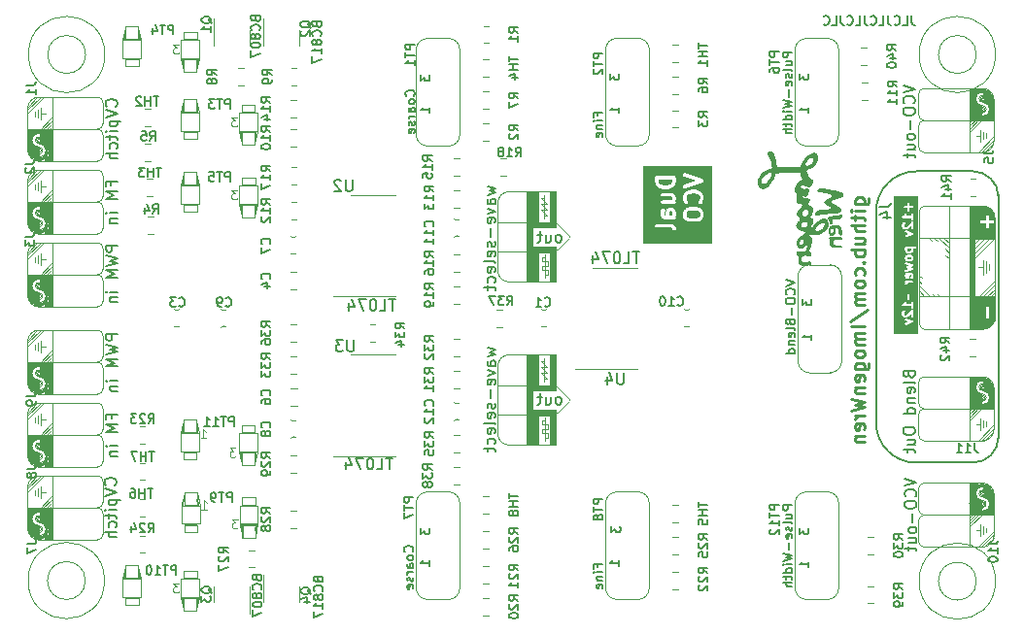
<source format=gbr>
%TF.GenerationSoftware,KiCad,Pcbnew,7.0.1*%
%TF.CreationDate,2023-09-03T00:34:55+01:00*%
%TF.ProjectId,noise-synth-card,6e6f6973-652d-4737-996e-74682d636172,rev?*%
%TF.SameCoordinates,Original*%
%TF.FileFunction,Legend,Bot*%
%TF.FilePolarity,Positive*%
%FSLAX46Y46*%
G04 Gerber Fmt 4.6, Leading zero omitted, Abs format (unit mm)*
G04 Created by KiCad (PCBNEW 7.0.1) date 2023-09-03 00:34:55*
%MOMM*%
%LPD*%
G01*
G04 APERTURE LIST*
%ADD10C,0.200000*%
%ADD11C,0.250000*%
%ADD12C,0.300000*%
%ADD13C,0.150000*%
%ADD14C,0.100000*%
%ADD15C,0.120000*%
%ADD16C,0.050000*%
%ADD17C,0.500000*%
G04 APERTURE END LIST*
D10*
X179057352Y-49800495D02*
X179057352Y-50371923D01*
X179057352Y-50371923D02*
X179095447Y-50486209D01*
X179095447Y-50486209D02*
X179171638Y-50562400D01*
X179171638Y-50562400D02*
X179285923Y-50600495D01*
X179285923Y-50600495D02*
X179362114Y-50600495D01*
X178295447Y-50600495D02*
X178676399Y-50600495D01*
X178676399Y-50600495D02*
X178676399Y-49800495D01*
X177571637Y-50524304D02*
X177609733Y-50562400D01*
X177609733Y-50562400D02*
X177724018Y-50600495D01*
X177724018Y-50600495D02*
X177800209Y-50600495D01*
X177800209Y-50600495D02*
X177914495Y-50562400D01*
X177914495Y-50562400D02*
X177990685Y-50486209D01*
X177990685Y-50486209D02*
X178028780Y-50410019D01*
X178028780Y-50410019D02*
X178066876Y-50257638D01*
X178066876Y-50257638D02*
X178066876Y-50143352D01*
X178066876Y-50143352D02*
X178028780Y-49990971D01*
X178028780Y-49990971D02*
X177990685Y-49914780D01*
X177990685Y-49914780D02*
X177914495Y-49838590D01*
X177914495Y-49838590D02*
X177800209Y-49800495D01*
X177800209Y-49800495D02*
X177724018Y-49800495D01*
X177724018Y-49800495D02*
X177609733Y-49838590D01*
X177609733Y-49838590D02*
X177571637Y-49876685D01*
X177000209Y-49800495D02*
X177000209Y-50371923D01*
X177000209Y-50371923D02*
X177038304Y-50486209D01*
X177038304Y-50486209D02*
X177114495Y-50562400D01*
X177114495Y-50562400D02*
X177228780Y-50600495D01*
X177228780Y-50600495D02*
X177304971Y-50600495D01*
X176238304Y-50600495D02*
X176619256Y-50600495D01*
X176619256Y-50600495D02*
X176619256Y-49800495D01*
X175514494Y-50524304D02*
X175552590Y-50562400D01*
X175552590Y-50562400D02*
X175666875Y-50600495D01*
X175666875Y-50600495D02*
X175743066Y-50600495D01*
X175743066Y-50600495D02*
X175857352Y-50562400D01*
X175857352Y-50562400D02*
X175933542Y-50486209D01*
X175933542Y-50486209D02*
X175971637Y-50410019D01*
X175971637Y-50410019D02*
X176009733Y-50257638D01*
X176009733Y-50257638D02*
X176009733Y-50143352D01*
X176009733Y-50143352D02*
X175971637Y-49990971D01*
X175971637Y-49990971D02*
X175933542Y-49914780D01*
X175933542Y-49914780D02*
X175857352Y-49838590D01*
X175857352Y-49838590D02*
X175743066Y-49800495D01*
X175743066Y-49800495D02*
X175666875Y-49800495D01*
X175666875Y-49800495D02*
X175552590Y-49838590D01*
X175552590Y-49838590D02*
X175514494Y-49876685D01*
X174943066Y-49800495D02*
X174943066Y-50371923D01*
X174943066Y-50371923D02*
X174981161Y-50486209D01*
X174981161Y-50486209D02*
X175057352Y-50562400D01*
X175057352Y-50562400D02*
X175171637Y-50600495D01*
X175171637Y-50600495D02*
X175247828Y-50600495D01*
X174181161Y-50600495D02*
X174562113Y-50600495D01*
X174562113Y-50600495D02*
X174562113Y-49800495D01*
X173457351Y-50524304D02*
X173495447Y-50562400D01*
X173495447Y-50562400D02*
X173609732Y-50600495D01*
X173609732Y-50600495D02*
X173685923Y-50600495D01*
X173685923Y-50600495D02*
X173800209Y-50562400D01*
X173800209Y-50562400D02*
X173876399Y-50486209D01*
X173876399Y-50486209D02*
X173914494Y-50410019D01*
X173914494Y-50410019D02*
X173952590Y-50257638D01*
X173952590Y-50257638D02*
X173952590Y-50143352D01*
X173952590Y-50143352D02*
X173914494Y-49990971D01*
X173914494Y-49990971D02*
X173876399Y-49914780D01*
X173876399Y-49914780D02*
X173800209Y-49838590D01*
X173800209Y-49838590D02*
X173685923Y-49800495D01*
X173685923Y-49800495D02*
X173609732Y-49800495D01*
X173609732Y-49800495D02*
X173495447Y-49838590D01*
X173495447Y-49838590D02*
X173457351Y-49876685D01*
X172885923Y-49800495D02*
X172885923Y-50371923D01*
X172885923Y-50371923D02*
X172924018Y-50486209D01*
X172924018Y-50486209D02*
X173000209Y-50562400D01*
X173000209Y-50562400D02*
X173114494Y-50600495D01*
X173114494Y-50600495D02*
X173190685Y-50600495D01*
X172124018Y-50600495D02*
X172504970Y-50600495D01*
X172504970Y-50600495D02*
X172504970Y-49800495D01*
X171400208Y-50524304D02*
X171438304Y-50562400D01*
X171438304Y-50562400D02*
X171552589Y-50600495D01*
X171552589Y-50600495D02*
X171628780Y-50600495D01*
X171628780Y-50600495D02*
X171743066Y-50562400D01*
X171743066Y-50562400D02*
X171819256Y-50486209D01*
X171819256Y-50486209D02*
X171857351Y-50410019D01*
X171857351Y-50410019D02*
X171895447Y-50257638D01*
X171895447Y-50257638D02*
X171895447Y-50143352D01*
X171895447Y-50143352D02*
X171857351Y-49990971D01*
X171857351Y-49990971D02*
X171819256Y-49914780D01*
X171819256Y-49914780D02*
X171743066Y-49838590D01*
X171743066Y-49838590D02*
X171628780Y-49800495D01*
X171628780Y-49800495D02*
X171552589Y-49800495D01*
X171552589Y-49800495D02*
X171438304Y-49838590D01*
X171438304Y-49838590D02*
X171400208Y-49876685D01*
X179476400Y-63373000D02*
G75*
G03*
X175976400Y-66873000I0J-3500000D01*
G01*
X186643700Y-65587249D02*
G75*
G03*
X184429400Y-63373000I-2214300J-51D01*
G01*
X184429400Y-88772949D02*
G75*
G03*
X186643649Y-86558751I0J2214249D01*
G01*
X186651900Y-65405000D02*
X186651900Y-86614000D01*
X175971200Y-85273000D02*
G75*
G03*
X179476400Y-88778200I3505200J0D01*
G01*
X184429400Y-88773000D02*
X179476400Y-88773000D01*
X175971200Y-85354400D02*
X175971200Y-66903600D01*
X179476400Y-63373000D02*
X184429400Y-63373000D01*
D11*
X174160742Y-66230400D02*
X175132171Y-66230400D01*
X175132171Y-66230400D02*
X175246457Y-66173257D01*
X175246457Y-66173257D02*
X175303600Y-66116114D01*
X175303600Y-66116114D02*
X175360742Y-66001828D01*
X175360742Y-66001828D02*
X175360742Y-65830400D01*
X175360742Y-65830400D02*
X175303600Y-65716114D01*
X174903600Y-66230400D02*
X174960742Y-66116114D01*
X174960742Y-66116114D02*
X174960742Y-65887542D01*
X174960742Y-65887542D02*
X174903600Y-65773257D01*
X174903600Y-65773257D02*
X174846457Y-65716114D01*
X174846457Y-65716114D02*
X174732171Y-65658971D01*
X174732171Y-65658971D02*
X174389314Y-65658971D01*
X174389314Y-65658971D02*
X174275028Y-65716114D01*
X174275028Y-65716114D02*
X174217885Y-65773257D01*
X174217885Y-65773257D02*
X174160742Y-65887542D01*
X174160742Y-65887542D02*
X174160742Y-66116114D01*
X174160742Y-66116114D02*
X174217885Y-66230400D01*
X174960742Y-66801828D02*
X174160742Y-66801828D01*
X173760742Y-66801828D02*
X173817885Y-66744685D01*
X173817885Y-66744685D02*
X173875028Y-66801828D01*
X173875028Y-66801828D02*
X173817885Y-66858971D01*
X173817885Y-66858971D02*
X173760742Y-66801828D01*
X173760742Y-66801828D02*
X173875028Y-66801828D01*
X174160742Y-67201828D02*
X174160742Y-67658971D01*
X173760742Y-67373257D02*
X174789314Y-67373257D01*
X174789314Y-67373257D02*
X174903600Y-67430400D01*
X174903600Y-67430400D02*
X174960742Y-67544685D01*
X174960742Y-67544685D02*
X174960742Y-67658971D01*
X174960742Y-68058971D02*
X173760742Y-68058971D01*
X174960742Y-68573257D02*
X174332171Y-68573257D01*
X174332171Y-68573257D02*
X174217885Y-68516114D01*
X174217885Y-68516114D02*
X174160742Y-68401828D01*
X174160742Y-68401828D02*
X174160742Y-68230399D01*
X174160742Y-68230399D02*
X174217885Y-68116114D01*
X174217885Y-68116114D02*
X174275028Y-68058971D01*
X174160742Y-69658971D02*
X174960742Y-69658971D01*
X174160742Y-69144685D02*
X174789314Y-69144685D01*
X174789314Y-69144685D02*
X174903600Y-69201828D01*
X174903600Y-69201828D02*
X174960742Y-69316113D01*
X174960742Y-69316113D02*
X174960742Y-69487542D01*
X174960742Y-69487542D02*
X174903600Y-69601828D01*
X174903600Y-69601828D02*
X174846457Y-69658971D01*
X174960742Y-70230399D02*
X173760742Y-70230399D01*
X174217885Y-70230399D02*
X174160742Y-70344685D01*
X174160742Y-70344685D02*
X174160742Y-70573256D01*
X174160742Y-70573256D02*
X174217885Y-70687542D01*
X174217885Y-70687542D02*
X174275028Y-70744685D01*
X174275028Y-70744685D02*
X174389314Y-70801827D01*
X174389314Y-70801827D02*
X174732171Y-70801827D01*
X174732171Y-70801827D02*
X174846457Y-70744685D01*
X174846457Y-70744685D02*
X174903600Y-70687542D01*
X174903600Y-70687542D02*
X174960742Y-70573256D01*
X174960742Y-70573256D02*
X174960742Y-70344685D01*
X174960742Y-70344685D02*
X174903600Y-70230399D01*
X174846457Y-71316113D02*
X174903600Y-71373256D01*
X174903600Y-71373256D02*
X174960742Y-71316113D01*
X174960742Y-71316113D02*
X174903600Y-71258970D01*
X174903600Y-71258970D02*
X174846457Y-71316113D01*
X174846457Y-71316113D02*
X174960742Y-71316113D01*
X174903600Y-72401828D02*
X174960742Y-72287542D01*
X174960742Y-72287542D02*
X174960742Y-72058970D01*
X174960742Y-72058970D02*
X174903600Y-71944685D01*
X174903600Y-71944685D02*
X174846457Y-71887542D01*
X174846457Y-71887542D02*
X174732171Y-71830399D01*
X174732171Y-71830399D02*
X174389314Y-71830399D01*
X174389314Y-71830399D02*
X174275028Y-71887542D01*
X174275028Y-71887542D02*
X174217885Y-71944685D01*
X174217885Y-71944685D02*
X174160742Y-72058970D01*
X174160742Y-72058970D02*
X174160742Y-72287542D01*
X174160742Y-72287542D02*
X174217885Y-72401828D01*
X174960742Y-73087541D02*
X174903600Y-72973256D01*
X174903600Y-72973256D02*
X174846457Y-72916113D01*
X174846457Y-72916113D02*
X174732171Y-72858970D01*
X174732171Y-72858970D02*
X174389314Y-72858970D01*
X174389314Y-72858970D02*
X174275028Y-72916113D01*
X174275028Y-72916113D02*
X174217885Y-72973256D01*
X174217885Y-72973256D02*
X174160742Y-73087541D01*
X174160742Y-73087541D02*
X174160742Y-73258970D01*
X174160742Y-73258970D02*
X174217885Y-73373256D01*
X174217885Y-73373256D02*
X174275028Y-73430399D01*
X174275028Y-73430399D02*
X174389314Y-73487541D01*
X174389314Y-73487541D02*
X174732171Y-73487541D01*
X174732171Y-73487541D02*
X174846457Y-73430399D01*
X174846457Y-73430399D02*
X174903600Y-73373256D01*
X174903600Y-73373256D02*
X174960742Y-73258970D01*
X174960742Y-73258970D02*
X174960742Y-73087541D01*
X174960742Y-74001827D02*
X174160742Y-74001827D01*
X174275028Y-74001827D02*
X174217885Y-74058970D01*
X174217885Y-74058970D02*
X174160742Y-74173255D01*
X174160742Y-74173255D02*
X174160742Y-74344684D01*
X174160742Y-74344684D02*
X174217885Y-74458970D01*
X174217885Y-74458970D02*
X174332171Y-74516113D01*
X174332171Y-74516113D02*
X174960742Y-74516113D01*
X174332171Y-74516113D02*
X174217885Y-74573255D01*
X174217885Y-74573255D02*
X174160742Y-74687541D01*
X174160742Y-74687541D02*
X174160742Y-74858970D01*
X174160742Y-74858970D02*
X174217885Y-74973255D01*
X174217885Y-74973255D02*
X174332171Y-75030398D01*
X174332171Y-75030398D02*
X174960742Y-75030398D01*
X173703600Y-76458970D02*
X175246457Y-75430398D01*
X174960742Y-76858970D02*
X173760742Y-76858970D01*
X174960742Y-77430399D02*
X174160742Y-77430399D01*
X174275028Y-77430399D02*
X174217885Y-77487542D01*
X174217885Y-77487542D02*
X174160742Y-77601827D01*
X174160742Y-77601827D02*
X174160742Y-77773256D01*
X174160742Y-77773256D02*
X174217885Y-77887542D01*
X174217885Y-77887542D02*
X174332171Y-77944685D01*
X174332171Y-77944685D02*
X174960742Y-77944685D01*
X174332171Y-77944685D02*
X174217885Y-78001827D01*
X174217885Y-78001827D02*
X174160742Y-78116113D01*
X174160742Y-78116113D02*
X174160742Y-78287542D01*
X174160742Y-78287542D02*
X174217885Y-78401827D01*
X174217885Y-78401827D02*
X174332171Y-78458970D01*
X174332171Y-78458970D02*
X174960742Y-78458970D01*
X174960742Y-79201827D02*
X174903600Y-79087542D01*
X174903600Y-79087542D02*
X174846457Y-79030399D01*
X174846457Y-79030399D02*
X174732171Y-78973256D01*
X174732171Y-78973256D02*
X174389314Y-78973256D01*
X174389314Y-78973256D02*
X174275028Y-79030399D01*
X174275028Y-79030399D02*
X174217885Y-79087542D01*
X174217885Y-79087542D02*
X174160742Y-79201827D01*
X174160742Y-79201827D02*
X174160742Y-79373256D01*
X174160742Y-79373256D02*
X174217885Y-79487542D01*
X174217885Y-79487542D02*
X174275028Y-79544685D01*
X174275028Y-79544685D02*
X174389314Y-79601827D01*
X174389314Y-79601827D02*
X174732171Y-79601827D01*
X174732171Y-79601827D02*
X174846457Y-79544685D01*
X174846457Y-79544685D02*
X174903600Y-79487542D01*
X174903600Y-79487542D02*
X174960742Y-79373256D01*
X174960742Y-79373256D02*
X174960742Y-79201827D01*
X174160742Y-80630399D02*
X175132171Y-80630399D01*
X175132171Y-80630399D02*
X175246457Y-80573256D01*
X175246457Y-80573256D02*
X175303600Y-80516113D01*
X175303600Y-80516113D02*
X175360742Y-80401827D01*
X175360742Y-80401827D02*
X175360742Y-80230399D01*
X175360742Y-80230399D02*
X175303600Y-80116113D01*
X174903600Y-80630399D02*
X174960742Y-80516113D01*
X174960742Y-80516113D02*
X174960742Y-80287541D01*
X174960742Y-80287541D02*
X174903600Y-80173256D01*
X174903600Y-80173256D02*
X174846457Y-80116113D01*
X174846457Y-80116113D02*
X174732171Y-80058970D01*
X174732171Y-80058970D02*
X174389314Y-80058970D01*
X174389314Y-80058970D02*
X174275028Y-80116113D01*
X174275028Y-80116113D02*
X174217885Y-80173256D01*
X174217885Y-80173256D02*
X174160742Y-80287541D01*
X174160742Y-80287541D02*
X174160742Y-80516113D01*
X174160742Y-80516113D02*
X174217885Y-80630399D01*
X174903600Y-81658970D02*
X174960742Y-81544684D01*
X174960742Y-81544684D02*
X174960742Y-81316113D01*
X174960742Y-81316113D02*
X174903600Y-81201827D01*
X174903600Y-81201827D02*
X174789314Y-81144684D01*
X174789314Y-81144684D02*
X174332171Y-81144684D01*
X174332171Y-81144684D02*
X174217885Y-81201827D01*
X174217885Y-81201827D02*
X174160742Y-81316113D01*
X174160742Y-81316113D02*
X174160742Y-81544684D01*
X174160742Y-81544684D02*
X174217885Y-81658970D01*
X174217885Y-81658970D02*
X174332171Y-81716113D01*
X174332171Y-81716113D02*
X174446457Y-81716113D01*
X174446457Y-81716113D02*
X174560742Y-81144684D01*
X174160742Y-82230398D02*
X174960742Y-82230398D01*
X174275028Y-82230398D02*
X174217885Y-82287541D01*
X174217885Y-82287541D02*
X174160742Y-82401826D01*
X174160742Y-82401826D02*
X174160742Y-82573255D01*
X174160742Y-82573255D02*
X174217885Y-82687541D01*
X174217885Y-82687541D02*
X174332171Y-82744684D01*
X174332171Y-82744684D02*
X174960742Y-82744684D01*
X173760742Y-83201826D02*
X174960742Y-83487540D01*
X174960742Y-83487540D02*
X174103600Y-83716112D01*
X174103600Y-83716112D02*
X174960742Y-83944683D01*
X174960742Y-83944683D02*
X173760742Y-84230398D01*
X174960742Y-84687541D02*
X174160742Y-84687541D01*
X174389314Y-84687541D02*
X174275028Y-84744684D01*
X174275028Y-84744684D02*
X174217885Y-84801827D01*
X174217885Y-84801827D02*
X174160742Y-84916112D01*
X174160742Y-84916112D02*
X174160742Y-85030398D01*
X174903600Y-85887541D02*
X174960742Y-85773255D01*
X174960742Y-85773255D02*
X174960742Y-85544684D01*
X174960742Y-85544684D02*
X174903600Y-85430398D01*
X174903600Y-85430398D02*
X174789314Y-85373255D01*
X174789314Y-85373255D02*
X174332171Y-85373255D01*
X174332171Y-85373255D02*
X174217885Y-85430398D01*
X174217885Y-85430398D02*
X174160742Y-85544684D01*
X174160742Y-85544684D02*
X174160742Y-85773255D01*
X174160742Y-85773255D02*
X174217885Y-85887541D01*
X174217885Y-85887541D02*
X174332171Y-85944684D01*
X174332171Y-85944684D02*
X174446457Y-85944684D01*
X174446457Y-85944684D02*
X174560742Y-85373255D01*
X174160742Y-86458969D02*
X174960742Y-86458969D01*
X174275028Y-86458969D02*
X174217885Y-86516112D01*
X174217885Y-86516112D02*
X174160742Y-86630397D01*
X174160742Y-86630397D02*
X174160742Y-86801826D01*
X174160742Y-86801826D02*
X174217885Y-86916112D01*
X174217885Y-86916112D02*
X174332171Y-86973255D01*
X174332171Y-86973255D02*
X174960742Y-86973255D01*
D12*
G36*
X160510654Y-66829100D02*
G01*
X160606922Y-66925368D01*
X160651628Y-67014781D01*
X160651628Y-67229675D01*
X160606921Y-67319087D01*
X160510654Y-67415354D01*
X160283162Y-67472228D01*
X159820093Y-67472228D01*
X159592601Y-67415354D01*
X159496335Y-67319088D01*
X159451628Y-67229675D01*
X159451628Y-67014782D01*
X159496334Y-66925368D01*
X159592601Y-66829100D01*
X159820092Y-66772228D01*
X160283164Y-66772228D01*
X160510654Y-66829100D01*
G37*
G36*
X158188396Y-66876888D02*
G01*
X158221628Y-66943353D01*
X158221628Y-67229676D01*
X158207494Y-67257943D01*
X157953895Y-67257943D01*
X157955630Y-67248304D01*
X157950200Y-67235212D01*
X157950200Y-66943354D01*
X157983432Y-66876888D01*
X158049895Y-66843657D01*
X158121931Y-66843657D01*
X158188396Y-66876888D01*
G37*
G36*
X158221628Y-64240743D02*
G01*
X158169095Y-64398343D01*
X158068486Y-64498950D01*
X157962132Y-64552128D01*
X157710307Y-64615085D01*
X157532949Y-64615085D01*
X157281126Y-64552129D01*
X157174769Y-64498951D01*
X157074161Y-64398343D01*
X157021628Y-64240743D01*
X157021628Y-64057942D01*
X158221628Y-64057942D01*
X158221628Y-64240743D01*
G37*
G36*
X161649486Y-69665086D02*
G01*
X155640914Y-69665086D01*
X155640914Y-68144477D01*
X156716886Y-68144477D01*
X156753479Y-68224604D01*
X156827584Y-68272228D01*
X158121932Y-68272228D01*
X158188396Y-68305460D01*
X158247109Y-68422887D01*
X158291795Y-68470927D01*
X158377137Y-68492750D01*
X158460731Y-68464970D01*
X158516034Y-68396406D01*
X158525489Y-68308827D01*
X158451454Y-68160755D01*
X158451660Y-68154927D01*
X158431937Y-68121722D01*
X158424719Y-68107284D01*
X158420966Y-68103249D01*
X158406676Y-68079190D01*
X158391552Y-68071628D01*
X158380033Y-68059244D01*
X158352917Y-68052310D01*
X158231644Y-67991673D01*
X158201386Y-67972228D01*
X158170735Y-67972228D01*
X158140561Y-67966798D01*
X158127469Y-67972228D01*
X156850060Y-67972228D01*
X156787108Y-67990712D01*
X156729423Y-68057285D01*
X156716886Y-68144477D01*
X155640914Y-68144477D01*
X155640914Y-66924724D01*
X157216198Y-66924724D01*
X157221628Y-66937816D01*
X157221628Y-67185582D01*
X157217767Y-67221345D01*
X157231474Y-67248759D01*
X157240112Y-67278177D01*
X157250824Y-67287459D01*
X157291802Y-67369414D01*
X157291597Y-67375244D01*
X157311326Y-67408462D01*
X157318539Y-67422887D01*
X157322287Y-67426916D01*
X157336580Y-67450981D01*
X157351705Y-67458543D01*
X157363224Y-67470927D01*
X157390337Y-67477859D01*
X157511608Y-67538495D01*
X157541870Y-67557943D01*
X157572523Y-67557943D01*
X157602695Y-67563373D01*
X157615787Y-67557943D01*
X157726094Y-67557943D01*
X157767501Y-67559403D01*
X157769959Y-67557943D01*
X158297539Y-67557943D01*
X158338931Y-67559402D01*
X158341387Y-67557943D01*
X158393196Y-67557943D01*
X158456148Y-67539459D01*
X158513833Y-67472886D01*
X158526370Y-67385694D01*
X158503959Y-67336622D01*
X158521628Y-67309129D01*
X158521628Y-67278477D01*
X158527058Y-67248303D01*
X158521628Y-67235211D01*
X158521628Y-66996152D01*
X159146198Y-66996152D01*
X159151628Y-67009244D01*
X159151628Y-67257010D01*
X159147767Y-67292773D01*
X159161474Y-67320187D01*
X159170112Y-67349605D01*
X159180824Y-67358887D01*
X159230481Y-67458200D01*
X159235847Y-67482864D01*
X159265067Y-67512084D01*
X159293224Y-67542355D01*
X159296064Y-67543081D01*
X159408207Y-67655224D01*
X159436804Y-67685638D01*
X159460891Y-67691659D01*
X159482683Y-67703559D01*
X159502747Y-67702123D01*
X159741298Y-67761761D01*
X159757584Y-67772228D01*
X159783163Y-67772228D01*
X159786171Y-67772980D01*
X159804676Y-67772228D01*
X160276941Y-67772228D01*
X160295280Y-67778432D01*
X160320096Y-67772228D01*
X160323196Y-67772228D01*
X160340967Y-67767009D01*
X160621462Y-67696884D01*
X160662264Y-67688009D01*
X160679819Y-67670453D01*
X160701236Y-67657889D01*
X160710328Y-67639944D01*
X160822969Y-67527305D01*
X160844667Y-67514418D01*
X160863139Y-67477472D01*
X160882960Y-67441174D01*
X160882750Y-67438249D01*
X160932180Y-67339390D01*
X160951628Y-67309129D01*
X160951628Y-67278477D01*
X160957058Y-67248303D01*
X160951628Y-67235211D01*
X160951628Y-66987447D01*
X160955489Y-66951684D01*
X160941781Y-66924269D01*
X160933144Y-66894851D01*
X160922432Y-66885569D01*
X160872774Y-66786253D01*
X160867410Y-66761592D01*
X160838198Y-66732380D01*
X160810033Y-66702101D01*
X160807192Y-66701374D01*
X160695039Y-66589221D01*
X160666451Y-66558817D01*
X160642368Y-66552796D01*
X160620573Y-66540895D01*
X160600504Y-66542330D01*
X160361958Y-66482694D01*
X160345672Y-66472228D01*
X160320092Y-66472228D01*
X160317084Y-66471476D01*
X160298579Y-66472228D01*
X159826315Y-66472228D01*
X159807977Y-66466024D01*
X159783161Y-66472228D01*
X159780060Y-66472228D01*
X159762286Y-66477446D01*
X159481802Y-66547567D01*
X159440991Y-66556446D01*
X159423434Y-66574002D01*
X159402020Y-66586566D01*
X159392927Y-66604510D01*
X159280288Y-66717150D01*
X159258590Y-66730038D01*
X159240114Y-66766989D01*
X159220296Y-66803283D01*
X159220505Y-66806207D01*
X159171078Y-66905061D01*
X159151628Y-66935327D01*
X159151628Y-66965980D01*
X159146198Y-66996152D01*
X158521628Y-66996152D01*
X158521628Y-66916020D01*
X158525489Y-66880256D01*
X158511781Y-66852841D01*
X158503144Y-66823423D01*
X158492432Y-66814141D01*
X158451454Y-66732184D01*
X158451660Y-66726354D01*
X158431932Y-66693141D01*
X158424719Y-66678713D01*
X158420968Y-66674680D01*
X158406676Y-66650618D01*
X158391552Y-66643056D01*
X158380034Y-66630673D01*
X158352917Y-66623738D01*
X158231646Y-66563104D01*
X158201386Y-66543657D01*
X158170734Y-66543657D01*
X158140560Y-66538227D01*
X158127468Y-66543657D01*
X158022561Y-66543657D01*
X157986798Y-66539796D01*
X157959383Y-66553503D01*
X157929965Y-66562141D01*
X157920683Y-66572852D01*
X157838726Y-66613830D01*
X157832897Y-66613625D01*
X157799689Y-66633348D01*
X157785255Y-66640566D01*
X157781220Y-66644318D01*
X157757161Y-66658609D01*
X157749599Y-66673732D01*
X157737215Y-66685252D01*
X157730281Y-66712369D01*
X157669647Y-66833638D01*
X157650200Y-66863899D01*
X157650200Y-66894551D01*
X157644770Y-66924725D01*
X157650200Y-66937817D01*
X157650200Y-67229675D01*
X157636066Y-67257943D01*
X157621324Y-67257943D01*
X157554860Y-67224711D01*
X157521628Y-67158247D01*
X157521628Y-66943353D01*
X157586867Y-66812876D01*
X157598487Y-66748304D01*
X157564740Y-66666936D01*
X157492360Y-66616730D01*
X157404327Y-66613625D01*
X157328590Y-66658609D01*
X157241073Y-66833640D01*
X157221628Y-66863899D01*
X157221628Y-66894550D01*
X157216198Y-66924724D01*
X155640914Y-66924724D01*
X155640914Y-66073049D01*
X157216886Y-66073049D01*
X157253479Y-66153176D01*
X157327584Y-66200800D01*
X158201705Y-66200800D01*
X158217618Y-66206735D01*
X158244900Y-66200800D01*
X158393196Y-66200800D01*
X158456148Y-66182316D01*
X158513833Y-66115743D01*
X158526370Y-66028551D01*
X158489777Y-65948424D01*
X158484934Y-65945311D01*
X158502180Y-65910819D01*
X158521628Y-65880558D01*
X158521628Y-65849906D01*
X158527058Y-65819732D01*
X158521628Y-65806640D01*
X158521628Y-65770736D01*
X159145398Y-65770736D01*
X159158461Y-65809927D01*
X159170112Y-65849605D01*
X159172327Y-65851524D01*
X159228199Y-66019140D01*
X159235847Y-66054293D01*
X159257523Y-66075969D01*
X159275018Y-66101142D01*
X159288113Y-66106559D01*
X159353670Y-66172116D01*
X159411253Y-66203559D01*
X159499117Y-66197274D01*
X159569636Y-66144485D01*
X159600419Y-66061952D01*
X159581695Y-65975876D01*
X159504161Y-65898342D01*
X159451628Y-65740743D01*
X159451628Y-65646569D01*
X159504162Y-65488968D01*
X159604768Y-65388362D01*
X159711122Y-65335184D01*
X159962949Y-65272228D01*
X160140307Y-65272228D01*
X160392127Y-65335182D01*
X160498487Y-65388362D01*
X160599095Y-65488970D01*
X160651628Y-65646569D01*
X160651628Y-65740743D01*
X160599094Y-65898344D01*
X160537455Y-65959983D01*
X160506011Y-66017567D01*
X160512295Y-66105430D01*
X160565083Y-66175950D01*
X160647617Y-66206734D01*
X160733692Y-66188009D01*
X160830551Y-66091150D01*
X160858575Y-66068589D01*
X160868268Y-66039507D01*
X160882960Y-66012603D01*
X160881948Y-65998466D01*
X160937983Y-65830359D01*
X160951628Y-65809129D01*
X160951628Y-65767806D01*
X160953122Y-65726491D01*
X160951628Y-65723970D01*
X160951628Y-65641033D01*
X160957858Y-65616578D01*
X160944795Y-65577389D01*
X160933144Y-65537708D01*
X160930928Y-65535788D01*
X160875057Y-65368174D01*
X160867410Y-65333019D01*
X160845733Y-65311342D01*
X160828240Y-65286171D01*
X160815143Y-65280753D01*
X160706705Y-65172316D01*
X160693818Y-65150618D01*
X160656866Y-65132142D01*
X160620573Y-65112324D01*
X160617648Y-65112533D01*
X160535464Y-65071441D01*
X160523594Y-65058817D01*
X160496838Y-65052128D01*
X160492276Y-65049847D01*
X160475988Y-65046915D01*
X160219101Y-64982694D01*
X160202815Y-64972228D01*
X160177235Y-64972228D01*
X160174227Y-64971476D01*
X160155722Y-64972228D01*
X159969172Y-64972228D01*
X159950834Y-64966024D01*
X159926018Y-64972228D01*
X159922917Y-64972228D01*
X159905143Y-64977446D01*
X159648310Y-65041655D01*
X159631082Y-65039795D01*
X159606413Y-65052129D01*
X159601467Y-65053366D01*
X159587197Y-65061737D01*
X159465654Y-65122509D01*
X159440992Y-65127875D01*
X159411771Y-65157095D01*
X159381501Y-65185252D01*
X159380774Y-65188092D01*
X159272701Y-65296165D01*
X159244682Y-65318724D01*
X159234988Y-65347804D01*
X159220296Y-65374711D01*
X159221307Y-65388848D01*
X159165272Y-65556952D01*
X159151628Y-65578184D01*
X159151628Y-65619497D01*
X159150133Y-65660821D01*
X159151628Y-65663343D01*
X159151628Y-65746279D01*
X159145398Y-65770736D01*
X158521628Y-65770736D01*
X158521628Y-65630304D01*
X158525489Y-65594541D01*
X158511781Y-65567126D01*
X158503144Y-65537708D01*
X158492432Y-65528426D01*
X158451454Y-65446469D01*
X158451660Y-65440641D01*
X158431937Y-65407436D01*
X158424719Y-65392998D01*
X158420966Y-65388963D01*
X158406676Y-65364904D01*
X158391552Y-65357342D01*
X158380033Y-65344958D01*
X158352917Y-65338024D01*
X158231644Y-65277387D01*
X158201386Y-65257942D01*
X158170735Y-65257942D01*
X158140561Y-65252512D01*
X158127469Y-65257942D01*
X157350060Y-65257942D01*
X157287108Y-65276426D01*
X157229423Y-65342999D01*
X157216886Y-65430191D01*
X157253479Y-65510318D01*
X157327584Y-65557942D01*
X158121932Y-65557942D01*
X158188396Y-65591174D01*
X158221628Y-65657638D01*
X158221628Y-65801104D01*
X158176921Y-65890518D01*
X158166639Y-65900800D01*
X157350060Y-65900800D01*
X157287108Y-65919284D01*
X157229423Y-65985857D01*
X157216886Y-66073049D01*
X155640914Y-66073049D01*
X155640914Y-64270736D01*
X156715398Y-64270736D01*
X156728461Y-64309927D01*
X156740112Y-64349605D01*
X156742327Y-64351524D01*
X156798199Y-64519140D01*
X156805847Y-64554293D01*
X156827523Y-64575969D01*
X156845018Y-64601142D01*
X156858113Y-64606559D01*
X156966547Y-64714993D01*
X156979437Y-64736695D01*
X157016407Y-64755180D01*
X157052683Y-64774988D01*
X157055605Y-64774779D01*
X157137792Y-64815872D01*
X157149662Y-64828496D01*
X157176415Y-64835184D01*
X157180979Y-64837466D01*
X157197269Y-64840397D01*
X157454154Y-64904618D01*
X157470441Y-64915085D01*
X157496021Y-64915085D01*
X157499029Y-64915837D01*
X157517534Y-64915085D01*
X157704083Y-64915085D01*
X157722422Y-64921289D01*
X157747238Y-64915085D01*
X157750339Y-64915085D01*
X157768112Y-64909866D01*
X158024944Y-64845658D01*
X158042173Y-64847518D01*
X158066840Y-64835184D01*
X158071789Y-64833947D01*
X158086061Y-64825573D01*
X158207600Y-64764803D01*
X158232264Y-64759438D01*
X158261489Y-64730213D01*
X158291755Y-64702061D01*
X158292481Y-64699221D01*
X158314686Y-64677016D01*
X159146184Y-64677016D01*
X159161863Y-64763698D01*
X159221916Y-64828141D01*
X159307278Y-64849887D01*
X160823319Y-64344540D01*
X160840222Y-64345152D01*
X160864300Y-64330880D01*
X160869524Y-64329139D01*
X160882775Y-64319929D01*
X160915999Y-64300237D01*
X160918611Y-64295023D01*
X160923400Y-64291696D01*
X160938159Y-64256015D01*
X160955465Y-64221484D01*
X160954844Y-64215683D01*
X160957072Y-64210298D01*
X160950199Y-64172300D01*
X160946088Y-64133897D01*
X160942432Y-64129356D01*
X160941394Y-64123616D01*
X160915058Y-64095355D01*
X160890846Y-64065282D01*
X160885314Y-64063438D01*
X160881340Y-64059173D01*
X160843922Y-64049640D01*
X159328601Y-63544534D01*
X159263034Y-63542162D01*
X159187257Y-63587077D01*
X159147791Y-63665831D01*
X159157168Y-63753417D01*
X159212410Y-63822032D01*
X160327286Y-64193657D01*
X159233733Y-64558175D01*
X159179856Y-64595618D01*
X159146184Y-64677016D01*
X158314686Y-64677016D01*
X158400557Y-64591146D01*
X158428575Y-64568589D01*
X158438268Y-64539509D01*
X158452960Y-64512603D01*
X158451948Y-64498466D01*
X158507983Y-64330359D01*
X158521628Y-64309129D01*
X158521628Y-64267806D01*
X158523122Y-64226491D01*
X158521628Y-64223970D01*
X158521628Y-63918673D01*
X158526370Y-63885693D01*
X158512529Y-63855386D01*
X158503144Y-63823422D01*
X158494518Y-63815947D01*
X158489777Y-63805566D01*
X158461749Y-63787553D01*
X158436571Y-63765737D01*
X158425273Y-63764112D01*
X158415672Y-63757942D01*
X158382359Y-63757942D01*
X158349379Y-63753200D01*
X158338996Y-63757942D01*
X156882359Y-63757942D01*
X156849379Y-63753200D01*
X156819072Y-63767040D01*
X156787108Y-63776426D01*
X156779633Y-63785051D01*
X156769252Y-63789793D01*
X156751239Y-63817820D01*
X156729423Y-63842999D01*
X156727798Y-63854296D01*
X156721628Y-63863898D01*
X156721628Y-63897211D01*
X156716886Y-63930191D01*
X156721628Y-63940574D01*
X156721628Y-64246279D01*
X156715398Y-64270736D01*
X155640914Y-64270736D01*
X155640914Y-62886514D01*
X161649486Y-62886514D01*
X161649486Y-69665086D01*
G37*
D13*
%TO.C,J5*%
X185396495Y-61836333D02*
X185967923Y-61836333D01*
X185967923Y-61836333D02*
X186082209Y-61798238D01*
X186082209Y-61798238D02*
X186158400Y-61722047D01*
X186158400Y-61722047D02*
X186196495Y-61607762D01*
X186196495Y-61607762D02*
X186196495Y-61531571D01*
X185396495Y-62598238D02*
X185396495Y-62217286D01*
X185396495Y-62217286D02*
X185777447Y-62179190D01*
X185777447Y-62179190D02*
X185739352Y-62217286D01*
X185739352Y-62217286D02*
X185701257Y-62293476D01*
X185701257Y-62293476D02*
X185701257Y-62483952D01*
X185701257Y-62483952D02*
X185739352Y-62560143D01*
X185739352Y-62560143D02*
X185777447Y-62598238D01*
X185777447Y-62598238D02*
X185853638Y-62636333D01*
X185853638Y-62636333D02*
X186044114Y-62636333D01*
X186044114Y-62636333D02*
X186120304Y-62598238D01*
X186120304Y-62598238D02*
X186158400Y-62560143D01*
X186158400Y-62560143D02*
X186196495Y-62483952D01*
X186196495Y-62483952D02*
X186196495Y-62293476D01*
X186196495Y-62293476D02*
X186158400Y-62217286D01*
X186158400Y-62217286D02*
X186120304Y-62179190D01*
D10*
X178354019Y-55848238D02*
X179354019Y-56181571D01*
X179354019Y-56181571D02*
X178354019Y-56514904D01*
X179258780Y-57419666D02*
X179306400Y-57372047D01*
X179306400Y-57372047D02*
X179354019Y-57229190D01*
X179354019Y-57229190D02*
X179354019Y-57133952D01*
X179354019Y-57133952D02*
X179306400Y-56991095D01*
X179306400Y-56991095D02*
X179211161Y-56895857D01*
X179211161Y-56895857D02*
X179115923Y-56848238D01*
X179115923Y-56848238D02*
X178925447Y-56800619D01*
X178925447Y-56800619D02*
X178782590Y-56800619D01*
X178782590Y-56800619D02*
X178592114Y-56848238D01*
X178592114Y-56848238D02*
X178496876Y-56895857D01*
X178496876Y-56895857D02*
X178401638Y-56991095D01*
X178401638Y-56991095D02*
X178354019Y-57133952D01*
X178354019Y-57133952D02*
X178354019Y-57229190D01*
X178354019Y-57229190D02*
X178401638Y-57372047D01*
X178401638Y-57372047D02*
X178449257Y-57419666D01*
X178354019Y-58038714D02*
X178354019Y-58229190D01*
X178354019Y-58229190D02*
X178401638Y-58324428D01*
X178401638Y-58324428D02*
X178496876Y-58419666D01*
X178496876Y-58419666D02*
X178687352Y-58467285D01*
X178687352Y-58467285D02*
X179020685Y-58467285D01*
X179020685Y-58467285D02*
X179211161Y-58419666D01*
X179211161Y-58419666D02*
X179306400Y-58324428D01*
X179306400Y-58324428D02*
X179354019Y-58229190D01*
X179354019Y-58229190D02*
X179354019Y-58038714D01*
X179354019Y-58038714D02*
X179306400Y-57943476D01*
X179306400Y-57943476D02*
X179211161Y-57848238D01*
X179211161Y-57848238D02*
X179020685Y-57800619D01*
X179020685Y-57800619D02*
X178687352Y-57800619D01*
X178687352Y-57800619D02*
X178496876Y-57848238D01*
X178496876Y-57848238D02*
X178401638Y-57943476D01*
X178401638Y-57943476D02*
X178354019Y-58038714D01*
X178973066Y-58895857D02*
X178973066Y-59657762D01*
X179354019Y-60276809D02*
X179306400Y-60181571D01*
X179306400Y-60181571D02*
X179258780Y-60133952D01*
X179258780Y-60133952D02*
X179163542Y-60086333D01*
X179163542Y-60086333D02*
X178877828Y-60086333D01*
X178877828Y-60086333D02*
X178782590Y-60133952D01*
X178782590Y-60133952D02*
X178734971Y-60181571D01*
X178734971Y-60181571D02*
X178687352Y-60276809D01*
X178687352Y-60276809D02*
X178687352Y-60419666D01*
X178687352Y-60419666D02*
X178734971Y-60514904D01*
X178734971Y-60514904D02*
X178782590Y-60562523D01*
X178782590Y-60562523D02*
X178877828Y-60610142D01*
X178877828Y-60610142D02*
X179163542Y-60610142D01*
X179163542Y-60610142D02*
X179258780Y-60562523D01*
X179258780Y-60562523D02*
X179306400Y-60514904D01*
X179306400Y-60514904D02*
X179354019Y-60419666D01*
X179354019Y-60419666D02*
X179354019Y-60276809D01*
X178687352Y-61467285D02*
X179354019Y-61467285D01*
X178687352Y-61038714D02*
X179211161Y-61038714D01*
X179211161Y-61038714D02*
X179306400Y-61086333D01*
X179306400Y-61086333D02*
X179354019Y-61181571D01*
X179354019Y-61181571D02*
X179354019Y-61324428D01*
X179354019Y-61324428D02*
X179306400Y-61419666D01*
X179306400Y-61419666D02*
X179258780Y-61467285D01*
X178687352Y-61800619D02*
X178687352Y-62181571D01*
X178354019Y-61943476D02*
X179211161Y-61943476D01*
X179211161Y-61943476D02*
X179306400Y-61991095D01*
X179306400Y-61991095D02*
X179354019Y-62086333D01*
X179354019Y-62086333D02*
X179354019Y-62181571D01*
D13*
%TO.C,J3*%
X101830495Y-69075333D02*
X102401923Y-69075333D01*
X102401923Y-69075333D02*
X102516209Y-69037238D01*
X102516209Y-69037238D02*
X102592400Y-68961047D01*
X102592400Y-68961047D02*
X102630495Y-68846762D01*
X102630495Y-68846762D02*
X102630495Y-68770571D01*
X101830495Y-69380095D02*
X101830495Y-69875333D01*
X101830495Y-69875333D02*
X102135257Y-69608667D01*
X102135257Y-69608667D02*
X102135257Y-69722952D01*
X102135257Y-69722952D02*
X102173352Y-69799143D01*
X102173352Y-69799143D02*
X102211447Y-69837238D01*
X102211447Y-69837238D02*
X102287638Y-69875333D01*
X102287638Y-69875333D02*
X102478114Y-69875333D01*
X102478114Y-69875333D02*
X102554304Y-69837238D01*
X102554304Y-69837238D02*
X102592400Y-69799143D01*
X102592400Y-69799143D02*
X102630495Y-69722952D01*
X102630495Y-69722952D02*
X102630495Y-69494381D01*
X102630495Y-69494381D02*
X102592400Y-69418190D01*
X102592400Y-69418190D02*
X102554304Y-69380095D01*
D10*
X109885019Y-69834095D02*
X108885019Y-69834095D01*
X108885019Y-69834095D02*
X108885019Y-70215047D01*
X108885019Y-70215047D02*
X108932638Y-70310285D01*
X108932638Y-70310285D02*
X108980257Y-70357904D01*
X108980257Y-70357904D02*
X109075495Y-70405523D01*
X109075495Y-70405523D02*
X109218352Y-70405523D01*
X109218352Y-70405523D02*
X109313590Y-70357904D01*
X109313590Y-70357904D02*
X109361209Y-70310285D01*
X109361209Y-70310285D02*
X109408828Y-70215047D01*
X109408828Y-70215047D02*
X109408828Y-69834095D01*
X108885019Y-70738857D02*
X109885019Y-70976952D01*
X109885019Y-70976952D02*
X109170733Y-71167428D01*
X109170733Y-71167428D02*
X109885019Y-71357904D01*
X109885019Y-71357904D02*
X108885019Y-71596000D01*
X109885019Y-71976952D02*
X108885019Y-71976952D01*
X108885019Y-71976952D02*
X109599304Y-72310285D01*
X109599304Y-72310285D02*
X108885019Y-72643618D01*
X108885019Y-72643618D02*
X109885019Y-72643618D01*
X109885019Y-73881714D02*
X109218352Y-73881714D01*
X108885019Y-73881714D02*
X108932638Y-73834095D01*
X108932638Y-73834095D02*
X108980257Y-73881714D01*
X108980257Y-73881714D02*
X108932638Y-73929333D01*
X108932638Y-73929333D02*
X108885019Y-73881714D01*
X108885019Y-73881714D02*
X108980257Y-73881714D01*
X109218352Y-74357904D02*
X109885019Y-74357904D01*
X109313590Y-74357904D02*
X109265971Y-74405523D01*
X109265971Y-74405523D02*
X109218352Y-74500761D01*
X109218352Y-74500761D02*
X109218352Y-74643618D01*
X109218352Y-74643618D02*
X109265971Y-74738856D01*
X109265971Y-74738856D02*
X109361209Y-74786475D01*
X109361209Y-74786475D02*
X109885019Y-74786475D01*
D13*
%TO.C,PT6*%
X167527495Y-52952762D02*
X166727495Y-52952762D01*
X166727495Y-52952762D02*
X166727495Y-53257524D01*
X166727495Y-53257524D02*
X166765590Y-53333714D01*
X166765590Y-53333714D02*
X166803685Y-53371809D01*
X166803685Y-53371809D02*
X166879876Y-53409905D01*
X166879876Y-53409905D02*
X166994161Y-53409905D01*
X166994161Y-53409905D02*
X167070352Y-53371809D01*
X167070352Y-53371809D02*
X167108447Y-53333714D01*
X167108447Y-53333714D02*
X167146542Y-53257524D01*
X167146542Y-53257524D02*
X167146542Y-52952762D01*
X166727495Y-53638476D02*
X166727495Y-54095619D01*
X167527495Y-53867047D02*
X166727495Y-53867047D01*
X166727495Y-54705143D02*
X166727495Y-54552762D01*
X166727495Y-54552762D02*
X166765590Y-54476571D01*
X166765590Y-54476571D02*
X166803685Y-54438476D01*
X166803685Y-54438476D02*
X166917971Y-54362286D01*
X166917971Y-54362286D02*
X167070352Y-54324190D01*
X167070352Y-54324190D02*
X167375114Y-54324190D01*
X167375114Y-54324190D02*
X167451304Y-54362286D01*
X167451304Y-54362286D02*
X167489400Y-54400381D01*
X167489400Y-54400381D02*
X167527495Y-54476571D01*
X167527495Y-54476571D02*
X167527495Y-54628952D01*
X167527495Y-54628952D02*
X167489400Y-54705143D01*
X167489400Y-54705143D02*
X167451304Y-54743238D01*
X167451304Y-54743238D02*
X167375114Y-54781333D01*
X167375114Y-54781333D02*
X167184638Y-54781333D01*
X167184638Y-54781333D02*
X167108447Y-54743238D01*
X167108447Y-54743238D02*
X167070352Y-54705143D01*
X167070352Y-54705143D02*
X167032257Y-54628952D01*
X167032257Y-54628952D02*
X167032257Y-54476571D01*
X167032257Y-54476571D02*
X167070352Y-54400381D01*
X167070352Y-54400381D02*
X167108447Y-54362286D01*
X167108447Y-54362286D02*
X167184638Y-54324190D01*
D10*
X170107495Y-58267523D02*
X170107495Y-57810380D01*
X170107495Y-58038952D02*
X169307495Y-58038952D01*
X169307495Y-58038952D02*
X169421780Y-57962761D01*
X169421780Y-57962761D02*
X169497971Y-57886571D01*
X169497971Y-57886571D02*
X169536066Y-57810380D01*
X169307495Y-54851285D02*
X169307495Y-55346523D01*
X169307495Y-55346523D02*
X169612257Y-55079857D01*
X169612257Y-55079857D02*
X169612257Y-55194142D01*
X169612257Y-55194142D02*
X169650352Y-55270333D01*
X169650352Y-55270333D02*
X169688447Y-55308428D01*
X169688447Y-55308428D02*
X169764638Y-55346523D01*
X169764638Y-55346523D02*
X169955114Y-55346523D01*
X169955114Y-55346523D02*
X170031304Y-55308428D01*
X170031304Y-55308428D02*
X170069400Y-55270333D01*
X170069400Y-55270333D02*
X170107495Y-55194142D01*
X170107495Y-55194142D02*
X170107495Y-54965571D01*
X170107495Y-54965571D02*
X170069400Y-54889380D01*
X170069400Y-54889380D02*
X170031304Y-54851285D01*
D13*
X168652095Y-52972142D02*
X167852095Y-52972142D01*
X167852095Y-52972142D02*
X167852095Y-53276904D01*
X167852095Y-53276904D02*
X167890190Y-53353094D01*
X167890190Y-53353094D02*
X167928285Y-53391189D01*
X167928285Y-53391189D02*
X168004476Y-53429285D01*
X168004476Y-53429285D02*
X168118761Y-53429285D01*
X168118761Y-53429285D02*
X168194952Y-53391189D01*
X168194952Y-53391189D02*
X168233047Y-53353094D01*
X168233047Y-53353094D02*
X168271142Y-53276904D01*
X168271142Y-53276904D02*
X168271142Y-52972142D01*
X168118761Y-54114999D02*
X168652095Y-54114999D01*
X168118761Y-53772142D02*
X168537809Y-53772142D01*
X168537809Y-53772142D02*
X168614000Y-53810237D01*
X168614000Y-53810237D02*
X168652095Y-53886427D01*
X168652095Y-53886427D02*
X168652095Y-54000713D01*
X168652095Y-54000713D02*
X168614000Y-54076904D01*
X168614000Y-54076904D02*
X168575904Y-54114999D01*
X168652095Y-54610237D02*
X168614000Y-54534047D01*
X168614000Y-54534047D02*
X168537809Y-54495952D01*
X168537809Y-54495952D02*
X167852095Y-54495952D01*
X168614000Y-54876904D02*
X168652095Y-54953095D01*
X168652095Y-54953095D02*
X168652095Y-55105476D01*
X168652095Y-55105476D02*
X168614000Y-55181666D01*
X168614000Y-55181666D02*
X168537809Y-55219762D01*
X168537809Y-55219762D02*
X168499714Y-55219762D01*
X168499714Y-55219762D02*
X168423523Y-55181666D01*
X168423523Y-55181666D02*
X168385428Y-55105476D01*
X168385428Y-55105476D02*
X168385428Y-54991190D01*
X168385428Y-54991190D02*
X168347333Y-54915000D01*
X168347333Y-54915000D02*
X168271142Y-54876904D01*
X168271142Y-54876904D02*
X168233047Y-54876904D01*
X168233047Y-54876904D02*
X168156857Y-54915000D01*
X168156857Y-54915000D02*
X168118761Y-54991190D01*
X168118761Y-54991190D02*
X168118761Y-55105476D01*
X168118761Y-55105476D02*
X168156857Y-55181666D01*
X168614000Y-55867381D02*
X168652095Y-55791190D01*
X168652095Y-55791190D02*
X168652095Y-55638809D01*
X168652095Y-55638809D02*
X168614000Y-55562619D01*
X168614000Y-55562619D02*
X168537809Y-55524523D01*
X168537809Y-55524523D02*
X168233047Y-55524523D01*
X168233047Y-55524523D02*
X168156857Y-55562619D01*
X168156857Y-55562619D02*
X168118761Y-55638809D01*
X168118761Y-55638809D02*
X168118761Y-55791190D01*
X168118761Y-55791190D02*
X168156857Y-55867381D01*
X168156857Y-55867381D02*
X168233047Y-55905476D01*
X168233047Y-55905476D02*
X168309238Y-55905476D01*
X168309238Y-55905476D02*
X168385428Y-55524523D01*
X168347333Y-56248333D02*
X168347333Y-56857857D01*
X167852095Y-57162618D02*
X168652095Y-57353094D01*
X168652095Y-57353094D02*
X168080666Y-57505475D01*
X168080666Y-57505475D02*
X168652095Y-57657856D01*
X168652095Y-57657856D02*
X167852095Y-57848333D01*
X168652095Y-58153095D02*
X168118761Y-58153095D01*
X167852095Y-58153095D02*
X167890190Y-58114999D01*
X167890190Y-58114999D02*
X167928285Y-58153095D01*
X167928285Y-58153095D02*
X167890190Y-58191190D01*
X167890190Y-58191190D02*
X167852095Y-58153095D01*
X167852095Y-58153095D02*
X167928285Y-58153095D01*
X168652095Y-58876904D02*
X167852095Y-58876904D01*
X168614000Y-58876904D02*
X168652095Y-58800713D01*
X168652095Y-58800713D02*
X168652095Y-58648332D01*
X168652095Y-58648332D02*
X168614000Y-58572142D01*
X168614000Y-58572142D02*
X168575904Y-58534047D01*
X168575904Y-58534047D02*
X168499714Y-58495951D01*
X168499714Y-58495951D02*
X168271142Y-58495951D01*
X168271142Y-58495951D02*
X168194952Y-58534047D01*
X168194952Y-58534047D02*
X168156857Y-58572142D01*
X168156857Y-58572142D02*
X168118761Y-58648332D01*
X168118761Y-58648332D02*
X168118761Y-58800713D01*
X168118761Y-58800713D02*
X168156857Y-58876904D01*
X168118761Y-59143571D02*
X168118761Y-59448333D01*
X167852095Y-59257857D02*
X168537809Y-59257857D01*
X168537809Y-59257857D02*
X168614000Y-59295952D01*
X168614000Y-59295952D02*
X168652095Y-59372142D01*
X168652095Y-59372142D02*
X168652095Y-59448333D01*
X168652095Y-59715000D02*
X167852095Y-59715000D01*
X168652095Y-60057857D02*
X168233047Y-60057857D01*
X168233047Y-60057857D02*
X168156857Y-60019762D01*
X168156857Y-60019762D02*
X168118761Y-59943571D01*
X168118761Y-59943571D02*
X168118761Y-59829285D01*
X168118761Y-59829285D02*
X168156857Y-59753095D01*
X168156857Y-59753095D02*
X168194952Y-59715000D01*
%TO.C,J1*%
X101957495Y-55867333D02*
X102528923Y-55867333D01*
X102528923Y-55867333D02*
X102643209Y-55829238D01*
X102643209Y-55829238D02*
X102719400Y-55753047D01*
X102719400Y-55753047D02*
X102757495Y-55638762D01*
X102757495Y-55638762D02*
X102757495Y-55562571D01*
X102757495Y-56667333D02*
X102757495Y-56210190D01*
X102757495Y-56438762D02*
X101957495Y-56438762D01*
X101957495Y-56438762D02*
X102071780Y-56362571D01*
X102071780Y-56362571D02*
X102147971Y-56286381D01*
X102147971Y-56286381D02*
X102186066Y-56210190D01*
D10*
X109738980Y-57705523D02*
X109786600Y-57657904D01*
X109786600Y-57657904D02*
X109834219Y-57515047D01*
X109834219Y-57515047D02*
X109834219Y-57419809D01*
X109834219Y-57419809D02*
X109786600Y-57276952D01*
X109786600Y-57276952D02*
X109691361Y-57181714D01*
X109691361Y-57181714D02*
X109596123Y-57134095D01*
X109596123Y-57134095D02*
X109405647Y-57086476D01*
X109405647Y-57086476D02*
X109262790Y-57086476D01*
X109262790Y-57086476D02*
X109072314Y-57134095D01*
X109072314Y-57134095D02*
X108977076Y-57181714D01*
X108977076Y-57181714D02*
X108881838Y-57276952D01*
X108881838Y-57276952D02*
X108834219Y-57419809D01*
X108834219Y-57419809D02*
X108834219Y-57515047D01*
X108834219Y-57515047D02*
X108881838Y-57657904D01*
X108881838Y-57657904D02*
X108929457Y-57705523D01*
X108834219Y-57991238D02*
X109834219Y-58324571D01*
X109834219Y-58324571D02*
X108834219Y-58657904D01*
X109167552Y-58991238D02*
X110167552Y-58991238D01*
X109215171Y-58991238D02*
X109167552Y-59086476D01*
X109167552Y-59086476D02*
X109167552Y-59276952D01*
X109167552Y-59276952D02*
X109215171Y-59372190D01*
X109215171Y-59372190D02*
X109262790Y-59419809D01*
X109262790Y-59419809D02*
X109358028Y-59467428D01*
X109358028Y-59467428D02*
X109643742Y-59467428D01*
X109643742Y-59467428D02*
X109738980Y-59419809D01*
X109738980Y-59419809D02*
X109786600Y-59372190D01*
X109786600Y-59372190D02*
X109834219Y-59276952D01*
X109834219Y-59276952D02*
X109834219Y-59086476D01*
X109834219Y-59086476D02*
X109786600Y-58991238D01*
X109834219Y-59896000D02*
X109167552Y-59896000D01*
X108834219Y-59896000D02*
X108881838Y-59848381D01*
X108881838Y-59848381D02*
X108929457Y-59896000D01*
X108929457Y-59896000D02*
X108881838Y-59943619D01*
X108881838Y-59943619D02*
X108834219Y-59896000D01*
X108834219Y-59896000D02*
X108929457Y-59896000D01*
X109167552Y-60229333D02*
X109167552Y-60610285D01*
X108834219Y-60372190D02*
X109691361Y-60372190D01*
X109691361Y-60372190D02*
X109786600Y-60419809D01*
X109786600Y-60419809D02*
X109834219Y-60515047D01*
X109834219Y-60515047D02*
X109834219Y-60610285D01*
X109786600Y-61372190D02*
X109834219Y-61276952D01*
X109834219Y-61276952D02*
X109834219Y-61086476D01*
X109834219Y-61086476D02*
X109786600Y-60991238D01*
X109786600Y-60991238D02*
X109738980Y-60943619D01*
X109738980Y-60943619D02*
X109643742Y-60896000D01*
X109643742Y-60896000D02*
X109358028Y-60896000D01*
X109358028Y-60896000D02*
X109262790Y-60943619D01*
X109262790Y-60943619D02*
X109215171Y-60991238D01*
X109215171Y-60991238D02*
X109167552Y-61086476D01*
X109167552Y-61086476D02*
X109167552Y-61276952D01*
X109167552Y-61276952D02*
X109215171Y-61372190D01*
X109834219Y-61800762D02*
X108834219Y-61800762D01*
X109834219Y-62229333D02*
X109310409Y-62229333D01*
X109310409Y-62229333D02*
X109215171Y-62181714D01*
X109215171Y-62181714D02*
X109167552Y-62086476D01*
X109167552Y-62086476D02*
X109167552Y-61943619D01*
X109167552Y-61943619D02*
X109215171Y-61848381D01*
X109215171Y-61848381D02*
X109262790Y-61800762D01*
D13*
%TO.C,PT2*%
X152160495Y-53079762D02*
X151360495Y-53079762D01*
X151360495Y-53079762D02*
X151360495Y-53384524D01*
X151360495Y-53384524D02*
X151398590Y-53460714D01*
X151398590Y-53460714D02*
X151436685Y-53498809D01*
X151436685Y-53498809D02*
X151512876Y-53536905D01*
X151512876Y-53536905D02*
X151627161Y-53536905D01*
X151627161Y-53536905D02*
X151703352Y-53498809D01*
X151703352Y-53498809D02*
X151741447Y-53460714D01*
X151741447Y-53460714D02*
X151779542Y-53384524D01*
X151779542Y-53384524D02*
X151779542Y-53079762D01*
X151360495Y-53765476D02*
X151360495Y-54222619D01*
X152160495Y-53994047D02*
X151360495Y-53994047D01*
X151436685Y-54451190D02*
X151398590Y-54489286D01*
X151398590Y-54489286D02*
X151360495Y-54565476D01*
X151360495Y-54565476D02*
X151360495Y-54755952D01*
X151360495Y-54755952D02*
X151398590Y-54832143D01*
X151398590Y-54832143D02*
X151436685Y-54870238D01*
X151436685Y-54870238D02*
X151512876Y-54908333D01*
X151512876Y-54908333D02*
X151589066Y-54908333D01*
X151589066Y-54908333D02*
X151703352Y-54870238D01*
X151703352Y-54870238D02*
X152160495Y-54413095D01*
X152160495Y-54413095D02*
X152160495Y-54908333D01*
D10*
X152797495Y-54851285D02*
X152797495Y-55346523D01*
X152797495Y-55346523D02*
X153102257Y-55079857D01*
X153102257Y-55079857D02*
X153102257Y-55194142D01*
X153102257Y-55194142D02*
X153140352Y-55270333D01*
X153140352Y-55270333D02*
X153178447Y-55308428D01*
X153178447Y-55308428D02*
X153254638Y-55346523D01*
X153254638Y-55346523D02*
X153445114Y-55346523D01*
X153445114Y-55346523D02*
X153521304Y-55308428D01*
X153521304Y-55308428D02*
X153559400Y-55270333D01*
X153559400Y-55270333D02*
X153597495Y-55194142D01*
X153597495Y-55194142D02*
X153597495Y-54965571D01*
X153597495Y-54965571D02*
X153559400Y-54889380D01*
X153559400Y-54889380D02*
X153521304Y-54851285D01*
X153597495Y-58267523D02*
X153597495Y-57810380D01*
X153597495Y-58038952D02*
X152797495Y-58038952D01*
X152797495Y-58038952D02*
X152911780Y-57962761D01*
X152911780Y-57962761D02*
X152987971Y-57886571D01*
X152987971Y-57886571D02*
X153026066Y-57810380D01*
D13*
X151723047Y-58528047D02*
X151723047Y-58261381D01*
X152142095Y-58261381D02*
X151342095Y-58261381D01*
X151342095Y-58261381D02*
X151342095Y-58642333D01*
X152142095Y-58947095D02*
X151608761Y-58947095D01*
X151342095Y-58947095D02*
X151380190Y-58908999D01*
X151380190Y-58908999D02*
X151418285Y-58947095D01*
X151418285Y-58947095D02*
X151380190Y-58985190D01*
X151380190Y-58985190D02*
X151342095Y-58947095D01*
X151342095Y-58947095D02*
X151418285Y-58947095D01*
X151608761Y-59328047D02*
X152142095Y-59328047D01*
X151684952Y-59328047D02*
X151646857Y-59366142D01*
X151646857Y-59366142D02*
X151608761Y-59442332D01*
X151608761Y-59442332D02*
X151608761Y-59556618D01*
X151608761Y-59556618D02*
X151646857Y-59632809D01*
X151646857Y-59632809D02*
X151723047Y-59670904D01*
X151723047Y-59670904D02*
X152142095Y-59670904D01*
X152104000Y-60356619D02*
X152142095Y-60280428D01*
X152142095Y-60280428D02*
X152142095Y-60128047D01*
X152142095Y-60128047D02*
X152104000Y-60051857D01*
X152104000Y-60051857D02*
X152027809Y-60013761D01*
X152027809Y-60013761D02*
X151723047Y-60013761D01*
X151723047Y-60013761D02*
X151646857Y-60051857D01*
X151646857Y-60051857D02*
X151608761Y-60128047D01*
X151608761Y-60128047D02*
X151608761Y-60280428D01*
X151608761Y-60280428D02*
X151646857Y-60356619D01*
X151646857Y-60356619D02*
X151723047Y-60394714D01*
X151723047Y-60394714D02*
X151799238Y-60394714D01*
X151799238Y-60394714D02*
X151875428Y-60013761D01*
%TO.C,J11*%
X184569019Y-87073095D02*
X184569019Y-87644523D01*
X184569019Y-87644523D02*
X184607114Y-87758809D01*
X184607114Y-87758809D02*
X184683305Y-87835000D01*
X184683305Y-87835000D02*
X184797590Y-87873095D01*
X184797590Y-87873095D02*
X184873781Y-87873095D01*
X183769019Y-87873095D02*
X184226162Y-87873095D01*
X183997590Y-87873095D02*
X183997590Y-87073095D01*
X183997590Y-87073095D02*
X184073781Y-87187380D01*
X184073781Y-87187380D02*
X184149971Y-87263571D01*
X184149971Y-87263571D02*
X184226162Y-87301666D01*
X183007114Y-87873095D02*
X183464257Y-87873095D01*
X183235685Y-87873095D02*
X183235685Y-87073095D01*
X183235685Y-87073095D02*
X183311876Y-87187380D01*
X183311876Y-87187380D02*
X183388066Y-87263571D01*
X183388066Y-87263571D02*
X183464257Y-87301666D01*
D10*
X178830209Y-81089428D02*
X178877828Y-81232285D01*
X178877828Y-81232285D02*
X178925447Y-81279904D01*
X178925447Y-81279904D02*
X179020685Y-81327523D01*
X179020685Y-81327523D02*
X179163542Y-81327523D01*
X179163542Y-81327523D02*
X179258780Y-81279904D01*
X179258780Y-81279904D02*
X179306400Y-81232285D01*
X179306400Y-81232285D02*
X179354019Y-81137047D01*
X179354019Y-81137047D02*
X179354019Y-80756095D01*
X179354019Y-80756095D02*
X178354019Y-80756095D01*
X178354019Y-80756095D02*
X178354019Y-81089428D01*
X178354019Y-81089428D02*
X178401638Y-81184666D01*
X178401638Y-81184666D02*
X178449257Y-81232285D01*
X178449257Y-81232285D02*
X178544495Y-81279904D01*
X178544495Y-81279904D02*
X178639733Y-81279904D01*
X178639733Y-81279904D02*
X178734971Y-81232285D01*
X178734971Y-81232285D02*
X178782590Y-81184666D01*
X178782590Y-81184666D02*
X178830209Y-81089428D01*
X178830209Y-81089428D02*
X178830209Y-80756095D01*
X179354019Y-81898952D02*
X179306400Y-81803714D01*
X179306400Y-81803714D02*
X179211161Y-81756095D01*
X179211161Y-81756095D02*
X178354019Y-81756095D01*
X179306400Y-82660857D02*
X179354019Y-82565619D01*
X179354019Y-82565619D02*
X179354019Y-82375143D01*
X179354019Y-82375143D02*
X179306400Y-82279905D01*
X179306400Y-82279905D02*
X179211161Y-82232286D01*
X179211161Y-82232286D02*
X178830209Y-82232286D01*
X178830209Y-82232286D02*
X178734971Y-82279905D01*
X178734971Y-82279905D02*
X178687352Y-82375143D01*
X178687352Y-82375143D02*
X178687352Y-82565619D01*
X178687352Y-82565619D02*
X178734971Y-82660857D01*
X178734971Y-82660857D02*
X178830209Y-82708476D01*
X178830209Y-82708476D02*
X178925447Y-82708476D01*
X178925447Y-82708476D02*
X179020685Y-82232286D01*
X178687352Y-83137048D02*
X179354019Y-83137048D01*
X178782590Y-83137048D02*
X178734971Y-83184667D01*
X178734971Y-83184667D02*
X178687352Y-83279905D01*
X178687352Y-83279905D02*
X178687352Y-83422762D01*
X178687352Y-83422762D02*
X178734971Y-83518000D01*
X178734971Y-83518000D02*
X178830209Y-83565619D01*
X178830209Y-83565619D02*
X179354019Y-83565619D01*
X179354019Y-84470381D02*
X178354019Y-84470381D01*
X179306400Y-84470381D02*
X179354019Y-84375143D01*
X179354019Y-84375143D02*
X179354019Y-84184667D01*
X179354019Y-84184667D02*
X179306400Y-84089429D01*
X179306400Y-84089429D02*
X179258780Y-84041810D01*
X179258780Y-84041810D02*
X179163542Y-83994191D01*
X179163542Y-83994191D02*
X178877828Y-83994191D01*
X178877828Y-83994191D02*
X178782590Y-84041810D01*
X178782590Y-84041810D02*
X178734971Y-84089429D01*
X178734971Y-84089429D02*
X178687352Y-84184667D01*
X178687352Y-84184667D02*
X178687352Y-84375143D01*
X178687352Y-84375143D02*
X178734971Y-84470381D01*
X178354019Y-85898953D02*
X178354019Y-86089429D01*
X178354019Y-86089429D02*
X178401638Y-86184667D01*
X178401638Y-86184667D02*
X178496876Y-86279905D01*
X178496876Y-86279905D02*
X178687352Y-86327524D01*
X178687352Y-86327524D02*
X179020685Y-86327524D01*
X179020685Y-86327524D02*
X179211161Y-86279905D01*
X179211161Y-86279905D02*
X179306400Y-86184667D01*
X179306400Y-86184667D02*
X179354019Y-86089429D01*
X179354019Y-86089429D02*
X179354019Y-85898953D01*
X179354019Y-85898953D02*
X179306400Y-85803715D01*
X179306400Y-85803715D02*
X179211161Y-85708477D01*
X179211161Y-85708477D02*
X179020685Y-85660858D01*
X179020685Y-85660858D02*
X178687352Y-85660858D01*
X178687352Y-85660858D02*
X178496876Y-85708477D01*
X178496876Y-85708477D02*
X178401638Y-85803715D01*
X178401638Y-85803715D02*
X178354019Y-85898953D01*
X178687352Y-87184667D02*
X179354019Y-87184667D01*
X178687352Y-86756096D02*
X179211161Y-86756096D01*
X179211161Y-86756096D02*
X179306400Y-86803715D01*
X179306400Y-86803715D02*
X179354019Y-86898953D01*
X179354019Y-86898953D02*
X179354019Y-87041810D01*
X179354019Y-87041810D02*
X179306400Y-87137048D01*
X179306400Y-87137048D02*
X179258780Y-87184667D01*
X178687352Y-87518001D02*
X178687352Y-87898953D01*
X178354019Y-87660858D02*
X179211161Y-87660858D01*
X179211161Y-87660858D02*
X179306400Y-87708477D01*
X179306400Y-87708477D02*
X179354019Y-87803715D01*
X179354019Y-87803715D02*
X179354019Y-87898953D01*
D13*
%TO.C,PT12*%
X167527495Y-92449809D02*
X166727495Y-92449809D01*
X166727495Y-92449809D02*
X166727495Y-92754571D01*
X166727495Y-92754571D02*
X166765590Y-92830761D01*
X166765590Y-92830761D02*
X166803685Y-92868856D01*
X166803685Y-92868856D02*
X166879876Y-92906952D01*
X166879876Y-92906952D02*
X166994161Y-92906952D01*
X166994161Y-92906952D02*
X167070352Y-92868856D01*
X167070352Y-92868856D02*
X167108447Y-92830761D01*
X167108447Y-92830761D02*
X167146542Y-92754571D01*
X167146542Y-92754571D02*
X167146542Y-92449809D01*
X166727495Y-93135523D02*
X166727495Y-93592666D01*
X167527495Y-93364094D02*
X166727495Y-93364094D01*
X167527495Y-94278380D02*
X167527495Y-93821237D01*
X167527495Y-94049809D02*
X166727495Y-94049809D01*
X166727495Y-94049809D02*
X166841780Y-93973618D01*
X166841780Y-93973618D02*
X166917971Y-93897428D01*
X166917971Y-93897428D02*
X166956066Y-93821237D01*
X166803685Y-94583142D02*
X166765590Y-94621238D01*
X166765590Y-94621238D02*
X166727495Y-94697428D01*
X166727495Y-94697428D02*
X166727495Y-94887904D01*
X166727495Y-94887904D02*
X166765590Y-94964095D01*
X166765590Y-94964095D02*
X166803685Y-95002190D01*
X166803685Y-95002190D02*
X166879876Y-95040285D01*
X166879876Y-95040285D02*
X166956066Y-95040285D01*
X166956066Y-95040285D02*
X167070352Y-95002190D01*
X167070352Y-95002190D02*
X167527495Y-94545047D01*
X167527495Y-94545047D02*
X167527495Y-95040285D01*
D10*
X170107495Y-97891523D02*
X170107495Y-97434380D01*
X170107495Y-97662952D02*
X169307495Y-97662952D01*
X169307495Y-97662952D02*
X169421780Y-97586761D01*
X169421780Y-97586761D02*
X169497971Y-97510571D01*
X169497971Y-97510571D02*
X169536066Y-97434380D01*
X169307495Y-94475285D02*
X169307495Y-94970523D01*
X169307495Y-94970523D02*
X169612257Y-94703857D01*
X169612257Y-94703857D02*
X169612257Y-94818142D01*
X169612257Y-94818142D02*
X169650352Y-94894333D01*
X169650352Y-94894333D02*
X169688447Y-94932428D01*
X169688447Y-94932428D02*
X169764638Y-94970523D01*
X169764638Y-94970523D02*
X169955114Y-94970523D01*
X169955114Y-94970523D02*
X170031304Y-94932428D01*
X170031304Y-94932428D02*
X170069400Y-94894333D01*
X170069400Y-94894333D02*
X170107495Y-94818142D01*
X170107495Y-94818142D02*
X170107495Y-94589571D01*
X170107495Y-94589571D02*
X170069400Y-94513380D01*
X170069400Y-94513380D02*
X170031304Y-94475285D01*
D13*
X168670495Y-92469142D02*
X167870495Y-92469142D01*
X167870495Y-92469142D02*
X167870495Y-92773904D01*
X167870495Y-92773904D02*
X167908590Y-92850094D01*
X167908590Y-92850094D02*
X167946685Y-92888189D01*
X167946685Y-92888189D02*
X168022876Y-92926285D01*
X168022876Y-92926285D02*
X168137161Y-92926285D01*
X168137161Y-92926285D02*
X168213352Y-92888189D01*
X168213352Y-92888189D02*
X168251447Y-92850094D01*
X168251447Y-92850094D02*
X168289542Y-92773904D01*
X168289542Y-92773904D02*
X168289542Y-92469142D01*
X168137161Y-93611999D02*
X168670495Y-93611999D01*
X168137161Y-93269142D02*
X168556209Y-93269142D01*
X168556209Y-93269142D02*
X168632400Y-93307237D01*
X168632400Y-93307237D02*
X168670495Y-93383427D01*
X168670495Y-93383427D02*
X168670495Y-93497713D01*
X168670495Y-93497713D02*
X168632400Y-93573904D01*
X168632400Y-93573904D02*
X168594304Y-93611999D01*
X168670495Y-94107237D02*
X168632400Y-94031047D01*
X168632400Y-94031047D02*
X168556209Y-93992952D01*
X168556209Y-93992952D02*
X167870495Y-93992952D01*
X168632400Y-94373904D02*
X168670495Y-94450095D01*
X168670495Y-94450095D02*
X168670495Y-94602476D01*
X168670495Y-94602476D02*
X168632400Y-94678666D01*
X168632400Y-94678666D02*
X168556209Y-94716762D01*
X168556209Y-94716762D02*
X168518114Y-94716762D01*
X168518114Y-94716762D02*
X168441923Y-94678666D01*
X168441923Y-94678666D02*
X168403828Y-94602476D01*
X168403828Y-94602476D02*
X168403828Y-94488190D01*
X168403828Y-94488190D02*
X168365733Y-94412000D01*
X168365733Y-94412000D02*
X168289542Y-94373904D01*
X168289542Y-94373904D02*
X168251447Y-94373904D01*
X168251447Y-94373904D02*
X168175257Y-94412000D01*
X168175257Y-94412000D02*
X168137161Y-94488190D01*
X168137161Y-94488190D02*
X168137161Y-94602476D01*
X168137161Y-94602476D02*
X168175257Y-94678666D01*
X168632400Y-95364381D02*
X168670495Y-95288190D01*
X168670495Y-95288190D02*
X168670495Y-95135809D01*
X168670495Y-95135809D02*
X168632400Y-95059619D01*
X168632400Y-95059619D02*
X168556209Y-95021523D01*
X168556209Y-95021523D02*
X168251447Y-95021523D01*
X168251447Y-95021523D02*
X168175257Y-95059619D01*
X168175257Y-95059619D02*
X168137161Y-95135809D01*
X168137161Y-95135809D02*
X168137161Y-95288190D01*
X168137161Y-95288190D02*
X168175257Y-95364381D01*
X168175257Y-95364381D02*
X168251447Y-95402476D01*
X168251447Y-95402476D02*
X168327638Y-95402476D01*
X168327638Y-95402476D02*
X168403828Y-95021523D01*
X168365733Y-95745333D02*
X168365733Y-96354857D01*
X167870495Y-96659618D02*
X168670495Y-96850094D01*
X168670495Y-96850094D02*
X168099066Y-97002475D01*
X168099066Y-97002475D02*
X168670495Y-97154856D01*
X168670495Y-97154856D02*
X167870495Y-97345333D01*
X168670495Y-97650095D02*
X168137161Y-97650095D01*
X167870495Y-97650095D02*
X167908590Y-97611999D01*
X167908590Y-97611999D02*
X167946685Y-97650095D01*
X167946685Y-97650095D02*
X167908590Y-97688190D01*
X167908590Y-97688190D02*
X167870495Y-97650095D01*
X167870495Y-97650095D02*
X167946685Y-97650095D01*
X168670495Y-98373904D02*
X167870495Y-98373904D01*
X168632400Y-98373904D02*
X168670495Y-98297713D01*
X168670495Y-98297713D02*
X168670495Y-98145332D01*
X168670495Y-98145332D02*
X168632400Y-98069142D01*
X168632400Y-98069142D02*
X168594304Y-98031047D01*
X168594304Y-98031047D02*
X168518114Y-97992951D01*
X168518114Y-97992951D02*
X168289542Y-97992951D01*
X168289542Y-97992951D02*
X168213352Y-98031047D01*
X168213352Y-98031047D02*
X168175257Y-98069142D01*
X168175257Y-98069142D02*
X168137161Y-98145332D01*
X168137161Y-98145332D02*
X168137161Y-98297713D01*
X168137161Y-98297713D02*
X168175257Y-98373904D01*
X168137161Y-98640571D02*
X168137161Y-98945333D01*
X167870495Y-98754857D02*
X168556209Y-98754857D01*
X168556209Y-98754857D02*
X168632400Y-98792952D01*
X168632400Y-98792952D02*
X168670495Y-98869142D01*
X168670495Y-98869142D02*
X168670495Y-98945333D01*
X168670495Y-99212000D02*
X167870495Y-99212000D01*
X168670495Y-99554857D02*
X168251447Y-99554857D01*
X168251447Y-99554857D02*
X168175257Y-99516762D01*
X168175257Y-99516762D02*
X168137161Y-99440571D01*
X168137161Y-99440571D02*
X168137161Y-99326285D01*
X168137161Y-99326285D02*
X168175257Y-99250095D01*
X168175257Y-99250095D02*
X168213352Y-99212000D01*
%TO.C,PT11*%
X120021190Y-85587095D02*
X120021190Y-84787095D01*
X120021190Y-84787095D02*
X119716428Y-84787095D01*
X119716428Y-84787095D02*
X119640238Y-84825190D01*
X119640238Y-84825190D02*
X119602143Y-84863285D01*
X119602143Y-84863285D02*
X119564047Y-84939476D01*
X119564047Y-84939476D02*
X119564047Y-85053761D01*
X119564047Y-85053761D02*
X119602143Y-85129952D01*
X119602143Y-85129952D02*
X119640238Y-85168047D01*
X119640238Y-85168047D02*
X119716428Y-85206142D01*
X119716428Y-85206142D02*
X120021190Y-85206142D01*
X119335476Y-84787095D02*
X118878333Y-84787095D01*
X119106905Y-85587095D02*
X119106905Y-84787095D01*
X118192619Y-85587095D02*
X118649762Y-85587095D01*
X118421190Y-85587095D02*
X118421190Y-84787095D01*
X118421190Y-84787095D02*
X118497381Y-84901380D01*
X118497381Y-84901380D02*
X118573571Y-84977571D01*
X118573571Y-84977571D02*
X118649762Y-85015666D01*
X117430714Y-85587095D02*
X117887857Y-85587095D01*
X117659285Y-85587095D02*
X117659285Y-84787095D01*
X117659285Y-84787095D02*
X117735476Y-84901380D01*
X117735476Y-84901380D02*
X117811666Y-84977571D01*
X117811666Y-84977571D02*
X117887857Y-85015666D01*
D14*
X120154714Y-87494095D02*
X119659476Y-87494095D01*
X119659476Y-87494095D02*
X119926142Y-87798857D01*
X119926142Y-87798857D02*
X119811857Y-87798857D01*
X119811857Y-87798857D02*
X119735666Y-87836952D01*
X119735666Y-87836952D02*
X119697571Y-87875047D01*
X119697571Y-87875047D02*
X119659476Y-87951238D01*
X119659476Y-87951238D02*
X119659476Y-88141714D01*
X119659476Y-88141714D02*
X119697571Y-88217904D01*
X119697571Y-88217904D02*
X119735666Y-88256000D01*
X119735666Y-88256000D02*
X119811857Y-88294095D01*
X119811857Y-88294095D02*
X120040428Y-88294095D01*
X120040428Y-88294095D02*
X120116619Y-88256000D01*
X120116619Y-88256000D02*
X120154714Y-88217904D01*
X117119476Y-86643095D02*
X117576619Y-86643095D01*
X117348047Y-86643095D02*
X117348047Y-85843095D01*
X117348047Y-85843095D02*
X117424238Y-85957380D01*
X117424238Y-85957380D02*
X117500428Y-86033571D01*
X117500428Y-86033571D02*
X117576619Y-86071666D01*
D13*
%TO.C,PT9*%
X119828037Y-92165695D02*
X119828037Y-91365695D01*
X119828037Y-91365695D02*
X119523275Y-91365695D01*
X119523275Y-91365695D02*
X119447085Y-91403790D01*
X119447085Y-91403790D02*
X119408990Y-91441885D01*
X119408990Y-91441885D02*
X119370894Y-91518076D01*
X119370894Y-91518076D02*
X119370894Y-91632361D01*
X119370894Y-91632361D02*
X119408990Y-91708552D01*
X119408990Y-91708552D02*
X119447085Y-91746647D01*
X119447085Y-91746647D02*
X119523275Y-91784742D01*
X119523275Y-91784742D02*
X119828037Y-91784742D01*
X119142323Y-91365695D02*
X118685180Y-91365695D01*
X118913752Y-92165695D02*
X118913752Y-91365695D01*
X118380418Y-92165695D02*
X118228037Y-92165695D01*
X118228037Y-92165695D02*
X118151847Y-92127600D01*
X118151847Y-92127600D02*
X118113751Y-92089504D01*
X118113751Y-92089504D02*
X118037561Y-91975219D01*
X118037561Y-91975219D02*
X117999466Y-91822838D01*
X117999466Y-91822838D02*
X117999466Y-91518076D01*
X117999466Y-91518076D02*
X118037561Y-91441885D01*
X118037561Y-91441885D02*
X118075656Y-91403790D01*
X118075656Y-91403790D02*
X118151847Y-91365695D01*
X118151847Y-91365695D02*
X118304228Y-91365695D01*
X118304228Y-91365695D02*
X118380418Y-91403790D01*
X118380418Y-91403790D02*
X118418513Y-91441885D01*
X118418513Y-91441885D02*
X118456609Y-91518076D01*
X118456609Y-91518076D02*
X118456609Y-91708552D01*
X118456609Y-91708552D02*
X118418513Y-91784742D01*
X118418513Y-91784742D02*
X118380418Y-91822838D01*
X118380418Y-91822838D02*
X118304228Y-91860933D01*
X118304228Y-91860933D02*
X118151847Y-91860933D01*
X118151847Y-91860933D02*
X118075656Y-91822838D01*
X118075656Y-91822838D02*
X118037561Y-91784742D01*
X118037561Y-91784742D02*
X117999466Y-91708552D01*
D14*
X117180276Y-92840695D02*
X117637419Y-92840695D01*
X117408847Y-92840695D02*
X117408847Y-92040695D01*
X117408847Y-92040695D02*
X117485038Y-92154980D01*
X117485038Y-92154980D02*
X117561228Y-92231171D01*
X117561228Y-92231171D02*
X117637419Y-92269266D01*
X120342514Y-93691695D02*
X119847276Y-93691695D01*
X119847276Y-93691695D02*
X120113942Y-93996457D01*
X120113942Y-93996457D02*
X119999657Y-93996457D01*
X119999657Y-93996457D02*
X119923466Y-94034552D01*
X119923466Y-94034552D02*
X119885371Y-94072647D01*
X119885371Y-94072647D02*
X119847276Y-94148838D01*
X119847276Y-94148838D02*
X119847276Y-94339314D01*
X119847276Y-94339314D02*
X119885371Y-94415504D01*
X119885371Y-94415504D02*
X119923466Y-94453600D01*
X119923466Y-94453600D02*
X119999657Y-94491695D01*
X119999657Y-94491695D02*
X120228228Y-94491695D01*
X120228228Y-94491695D02*
X120304419Y-94453600D01*
X120304419Y-94453600D02*
X120342514Y-94415504D01*
D13*
%TO.C,PT8*%
X152160495Y-91941762D02*
X151360495Y-91941762D01*
X151360495Y-91941762D02*
X151360495Y-92246524D01*
X151360495Y-92246524D02*
X151398590Y-92322714D01*
X151398590Y-92322714D02*
X151436685Y-92360809D01*
X151436685Y-92360809D02*
X151512876Y-92398905D01*
X151512876Y-92398905D02*
X151627161Y-92398905D01*
X151627161Y-92398905D02*
X151703352Y-92360809D01*
X151703352Y-92360809D02*
X151741447Y-92322714D01*
X151741447Y-92322714D02*
X151779542Y-92246524D01*
X151779542Y-92246524D02*
X151779542Y-91941762D01*
X151360495Y-92627476D02*
X151360495Y-93084619D01*
X152160495Y-92856047D02*
X151360495Y-92856047D01*
X151703352Y-93465571D02*
X151665257Y-93389381D01*
X151665257Y-93389381D02*
X151627161Y-93351286D01*
X151627161Y-93351286D02*
X151550971Y-93313190D01*
X151550971Y-93313190D02*
X151512876Y-93313190D01*
X151512876Y-93313190D02*
X151436685Y-93351286D01*
X151436685Y-93351286D02*
X151398590Y-93389381D01*
X151398590Y-93389381D02*
X151360495Y-93465571D01*
X151360495Y-93465571D02*
X151360495Y-93617952D01*
X151360495Y-93617952D02*
X151398590Y-93694143D01*
X151398590Y-93694143D02*
X151436685Y-93732238D01*
X151436685Y-93732238D02*
X151512876Y-93770333D01*
X151512876Y-93770333D02*
X151550971Y-93770333D01*
X151550971Y-93770333D02*
X151627161Y-93732238D01*
X151627161Y-93732238D02*
X151665257Y-93694143D01*
X151665257Y-93694143D02*
X151703352Y-93617952D01*
X151703352Y-93617952D02*
X151703352Y-93465571D01*
X151703352Y-93465571D02*
X151741447Y-93389381D01*
X151741447Y-93389381D02*
X151779542Y-93351286D01*
X151779542Y-93351286D02*
X151855733Y-93313190D01*
X151855733Y-93313190D02*
X152008114Y-93313190D01*
X152008114Y-93313190D02*
X152084304Y-93351286D01*
X152084304Y-93351286D02*
X152122400Y-93389381D01*
X152122400Y-93389381D02*
X152160495Y-93465571D01*
X152160495Y-93465571D02*
X152160495Y-93617952D01*
X152160495Y-93617952D02*
X152122400Y-93694143D01*
X152122400Y-93694143D02*
X152084304Y-93732238D01*
X152084304Y-93732238D02*
X152008114Y-93770333D01*
X152008114Y-93770333D02*
X151855733Y-93770333D01*
X151855733Y-93770333D02*
X151779542Y-93732238D01*
X151779542Y-93732238D02*
X151741447Y-93694143D01*
X151741447Y-93694143D02*
X151703352Y-93617952D01*
D10*
X152924495Y-94348285D02*
X152924495Y-94843523D01*
X152924495Y-94843523D02*
X153229257Y-94576857D01*
X153229257Y-94576857D02*
X153229257Y-94691142D01*
X153229257Y-94691142D02*
X153267352Y-94767333D01*
X153267352Y-94767333D02*
X153305447Y-94805428D01*
X153305447Y-94805428D02*
X153381638Y-94843523D01*
X153381638Y-94843523D02*
X153572114Y-94843523D01*
X153572114Y-94843523D02*
X153648304Y-94805428D01*
X153648304Y-94805428D02*
X153686400Y-94767333D01*
X153686400Y-94767333D02*
X153724495Y-94691142D01*
X153724495Y-94691142D02*
X153724495Y-94462571D01*
X153724495Y-94462571D02*
X153686400Y-94386380D01*
X153686400Y-94386380D02*
X153648304Y-94348285D01*
D13*
X151741447Y-97898047D02*
X151741447Y-97631381D01*
X152160495Y-97631381D02*
X151360495Y-97631381D01*
X151360495Y-97631381D02*
X151360495Y-98012333D01*
X152160495Y-98317095D02*
X151627161Y-98317095D01*
X151360495Y-98317095D02*
X151398590Y-98278999D01*
X151398590Y-98278999D02*
X151436685Y-98317095D01*
X151436685Y-98317095D02*
X151398590Y-98355190D01*
X151398590Y-98355190D02*
X151360495Y-98317095D01*
X151360495Y-98317095D02*
X151436685Y-98317095D01*
X151627161Y-98698047D02*
X152160495Y-98698047D01*
X151703352Y-98698047D02*
X151665257Y-98736142D01*
X151665257Y-98736142D02*
X151627161Y-98812332D01*
X151627161Y-98812332D02*
X151627161Y-98926618D01*
X151627161Y-98926618D02*
X151665257Y-99002809D01*
X151665257Y-99002809D02*
X151741447Y-99040904D01*
X151741447Y-99040904D02*
X152160495Y-99040904D01*
X152122400Y-99726619D02*
X152160495Y-99650428D01*
X152160495Y-99650428D02*
X152160495Y-99498047D01*
X152160495Y-99498047D02*
X152122400Y-99421857D01*
X152122400Y-99421857D02*
X152046209Y-99383761D01*
X152046209Y-99383761D02*
X151741447Y-99383761D01*
X151741447Y-99383761D02*
X151665257Y-99421857D01*
X151665257Y-99421857D02*
X151627161Y-99498047D01*
X151627161Y-99498047D02*
X151627161Y-99650428D01*
X151627161Y-99650428D02*
X151665257Y-99726619D01*
X151665257Y-99726619D02*
X151741447Y-99764714D01*
X151741447Y-99764714D02*
X151817638Y-99764714D01*
X151817638Y-99764714D02*
X151893828Y-99383761D01*
D10*
X153597495Y-97764523D02*
X153597495Y-97307380D01*
X153597495Y-97535952D02*
X152797495Y-97535952D01*
X152797495Y-97535952D02*
X152911780Y-97459761D01*
X152911780Y-97459761D02*
X152987971Y-97383571D01*
X152987971Y-97383571D02*
X153026066Y-97307380D01*
%TO.C,J6*%
X142111352Y-78755857D02*
X142778019Y-78946333D01*
X142778019Y-78946333D02*
X142301828Y-79136809D01*
X142301828Y-79136809D02*
X142778019Y-79327285D01*
X142778019Y-79327285D02*
X142111352Y-79517761D01*
X142778019Y-80327285D02*
X142254209Y-80327285D01*
X142254209Y-80327285D02*
X142158971Y-80279666D01*
X142158971Y-80279666D02*
X142111352Y-80184428D01*
X142111352Y-80184428D02*
X142111352Y-79993952D01*
X142111352Y-79993952D02*
X142158971Y-79898714D01*
X142730400Y-80327285D02*
X142778019Y-80232047D01*
X142778019Y-80232047D02*
X142778019Y-79993952D01*
X142778019Y-79993952D02*
X142730400Y-79898714D01*
X142730400Y-79898714D02*
X142635161Y-79851095D01*
X142635161Y-79851095D02*
X142539923Y-79851095D01*
X142539923Y-79851095D02*
X142444685Y-79898714D01*
X142444685Y-79898714D02*
X142397066Y-79993952D01*
X142397066Y-79993952D02*
X142397066Y-80232047D01*
X142397066Y-80232047D02*
X142349447Y-80327285D01*
X142111352Y-80708238D02*
X142778019Y-80946333D01*
X142778019Y-80946333D02*
X142111352Y-81184428D01*
X142730400Y-81946333D02*
X142778019Y-81851095D01*
X142778019Y-81851095D02*
X142778019Y-81660619D01*
X142778019Y-81660619D02*
X142730400Y-81565381D01*
X142730400Y-81565381D02*
X142635161Y-81517762D01*
X142635161Y-81517762D02*
X142254209Y-81517762D01*
X142254209Y-81517762D02*
X142158971Y-81565381D01*
X142158971Y-81565381D02*
X142111352Y-81660619D01*
X142111352Y-81660619D02*
X142111352Y-81851095D01*
X142111352Y-81851095D02*
X142158971Y-81946333D01*
X142158971Y-81946333D02*
X142254209Y-81993952D01*
X142254209Y-81993952D02*
X142349447Y-81993952D01*
X142349447Y-81993952D02*
X142444685Y-81517762D01*
X142397066Y-82422524D02*
X142397066Y-83184429D01*
X142730400Y-83613000D02*
X142778019Y-83708238D01*
X142778019Y-83708238D02*
X142778019Y-83898714D01*
X142778019Y-83898714D02*
X142730400Y-83993952D01*
X142730400Y-83993952D02*
X142635161Y-84041571D01*
X142635161Y-84041571D02*
X142587542Y-84041571D01*
X142587542Y-84041571D02*
X142492304Y-83993952D01*
X142492304Y-83993952D02*
X142444685Y-83898714D01*
X142444685Y-83898714D02*
X142444685Y-83755857D01*
X142444685Y-83755857D02*
X142397066Y-83660619D01*
X142397066Y-83660619D02*
X142301828Y-83613000D01*
X142301828Y-83613000D02*
X142254209Y-83613000D01*
X142254209Y-83613000D02*
X142158971Y-83660619D01*
X142158971Y-83660619D02*
X142111352Y-83755857D01*
X142111352Y-83755857D02*
X142111352Y-83898714D01*
X142111352Y-83898714D02*
X142158971Y-83993952D01*
X142730400Y-84851095D02*
X142778019Y-84755857D01*
X142778019Y-84755857D02*
X142778019Y-84565381D01*
X142778019Y-84565381D02*
X142730400Y-84470143D01*
X142730400Y-84470143D02*
X142635161Y-84422524D01*
X142635161Y-84422524D02*
X142254209Y-84422524D01*
X142254209Y-84422524D02*
X142158971Y-84470143D01*
X142158971Y-84470143D02*
X142111352Y-84565381D01*
X142111352Y-84565381D02*
X142111352Y-84755857D01*
X142111352Y-84755857D02*
X142158971Y-84851095D01*
X142158971Y-84851095D02*
X142254209Y-84898714D01*
X142254209Y-84898714D02*
X142349447Y-84898714D01*
X142349447Y-84898714D02*
X142444685Y-84422524D01*
X142778019Y-85470143D02*
X142730400Y-85374905D01*
X142730400Y-85374905D02*
X142635161Y-85327286D01*
X142635161Y-85327286D02*
X141778019Y-85327286D01*
X142730400Y-86232048D02*
X142778019Y-86136810D01*
X142778019Y-86136810D02*
X142778019Y-85946334D01*
X142778019Y-85946334D02*
X142730400Y-85851096D01*
X142730400Y-85851096D02*
X142635161Y-85803477D01*
X142635161Y-85803477D02*
X142254209Y-85803477D01*
X142254209Y-85803477D02*
X142158971Y-85851096D01*
X142158971Y-85851096D02*
X142111352Y-85946334D01*
X142111352Y-85946334D02*
X142111352Y-86136810D01*
X142111352Y-86136810D02*
X142158971Y-86232048D01*
X142158971Y-86232048D02*
X142254209Y-86279667D01*
X142254209Y-86279667D02*
X142349447Y-86279667D01*
X142349447Y-86279667D02*
X142444685Y-85803477D01*
X142730400Y-87136810D02*
X142778019Y-87041572D01*
X142778019Y-87041572D02*
X142778019Y-86851096D01*
X142778019Y-86851096D02*
X142730400Y-86755858D01*
X142730400Y-86755858D02*
X142682780Y-86708239D01*
X142682780Y-86708239D02*
X142587542Y-86660620D01*
X142587542Y-86660620D02*
X142301828Y-86660620D01*
X142301828Y-86660620D02*
X142206590Y-86708239D01*
X142206590Y-86708239D02*
X142158971Y-86755858D01*
X142158971Y-86755858D02*
X142111352Y-86851096D01*
X142111352Y-86851096D02*
X142111352Y-87041572D01*
X142111352Y-87041572D02*
X142158971Y-87136810D01*
X142111352Y-87422525D02*
X142111352Y-87803477D01*
X141778019Y-87565382D02*
X142635161Y-87565382D01*
X142635161Y-87565382D02*
X142730400Y-87613001D01*
X142730400Y-87613001D02*
X142778019Y-87708239D01*
X142778019Y-87708239D02*
X142778019Y-87803477D01*
X148361447Y-83697619D02*
X148456685Y-83650000D01*
X148456685Y-83650000D02*
X148504304Y-83602380D01*
X148504304Y-83602380D02*
X148551923Y-83507142D01*
X148551923Y-83507142D02*
X148551923Y-83221428D01*
X148551923Y-83221428D02*
X148504304Y-83126190D01*
X148504304Y-83126190D02*
X148456685Y-83078571D01*
X148456685Y-83078571D02*
X148361447Y-83030952D01*
X148361447Y-83030952D02*
X148218590Y-83030952D01*
X148218590Y-83030952D02*
X148123352Y-83078571D01*
X148123352Y-83078571D02*
X148075733Y-83126190D01*
X148075733Y-83126190D02*
X148028114Y-83221428D01*
X148028114Y-83221428D02*
X148028114Y-83507142D01*
X148028114Y-83507142D02*
X148075733Y-83602380D01*
X148075733Y-83602380D02*
X148123352Y-83650000D01*
X148123352Y-83650000D02*
X148218590Y-83697619D01*
X148218590Y-83697619D02*
X148361447Y-83697619D01*
X147170971Y-83030952D02*
X147170971Y-83697619D01*
X147599542Y-83030952D02*
X147599542Y-83554761D01*
X147599542Y-83554761D02*
X147551923Y-83650000D01*
X147551923Y-83650000D02*
X147456685Y-83697619D01*
X147456685Y-83697619D02*
X147313828Y-83697619D01*
X147313828Y-83697619D02*
X147218590Y-83650000D01*
X147218590Y-83650000D02*
X147170971Y-83602380D01*
X146837637Y-83030952D02*
X146456685Y-83030952D01*
X146694780Y-82697619D02*
X146694780Y-83554761D01*
X146694780Y-83554761D02*
X146647161Y-83650000D01*
X146647161Y-83650000D02*
X146551923Y-83697619D01*
X146551923Y-83697619D02*
X146456685Y-83697619D01*
D13*
%TO.C,PT7*%
X135650495Y-91814762D02*
X134850495Y-91814762D01*
X134850495Y-91814762D02*
X134850495Y-92119524D01*
X134850495Y-92119524D02*
X134888590Y-92195714D01*
X134888590Y-92195714D02*
X134926685Y-92233809D01*
X134926685Y-92233809D02*
X135002876Y-92271905D01*
X135002876Y-92271905D02*
X135117161Y-92271905D01*
X135117161Y-92271905D02*
X135193352Y-92233809D01*
X135193352Y-92233809D02*
X135231447Y-92195714D01*
X135231447Y-92195714D02*
X135269542Y-92119524D01*
X135269542Y-92119524D02*
X135269542Y-91814762D01*
X134850495Y-92500476D02*
X134850495Y-92957619D01*
X135650495Y-92729047D02*
X134850495Y-92729047D01*
X134850495Y-93148095D02*
X134850495Y-93681429D01*
X134850495Y-93681429D02*
X135650495Y-93338571D01*
D10*
X136287495Y-94475285D02*
X136287495Y-94970523D01*
X136287495Y-94970523D02*
X136592257Y-94703857D01*
X136592257Y-94703857D02*
X136592257Y-94818142D01*
X136592257Y-94818142D02*
X136630352Y-94894333D01*
X136630352Y-94894333D02*
X136668447Y-94932428D01*
X136668447Y-94932428D02*
X136744638Y-94970523D01*
X136744638Y-94970523D02*
X136935114Y-94970523D01*
X136935114Y-94970523D02*
X137011304Y-94932428D01*
X137011304Y-94932428D02*
X137049400Y-94894333D01*
X137049400Y-94894333D02*
X137087495Y-94818142D01*
X137087495Y-94818142D02*
X137087495Y-94589571D01*
X137087495Y-94589571D02*
X137049400Y-94513380D01*
X137049400Y-94513380D02*
X137011304Y-94475285D01*
D13*
X135574304Y-96526524D02*
X135612400Y-96488428D01*
X135612400Y-96488428D02*
X135650495Y-96374143D01*
X135650495Y-96374143D02*
X135650495Y-96297952D01*
X135650495Y-96297952D02*
X135612400Y-96183666D01*
X135612400Y-96183666D02*
X135536209Y-96107476D01*
X135536209Y-96107476D02*
X135460019Y-96069381D01*
X135460019Y-96069381D02*
X135307638Y-96031285D01*
X135307638Y-96031285D02*
X135193352Y-96031285D01*
X135193352Y-96031285D02*
X135040971Y-96069381D01*
X135040971Y-96069381D02*
X134964780Y-96107476D01*
X134964780Y-96107476D02*
X134888590Y-96183666D01*
X134888590Y-96183666D02*
X134850495Y-96297952D01*
X134850495Y-96297952D02*
X134850495Y-96374143D01*
X134850495Y-96374143D02*
X134888590Y-96488428D01*
X134888590Y-96488428D02*
X134926685Y-96526524D01*
X135650495Y-96983666D02*
X135612400Y-96907476D01*
X135612400Y-96907476D02*
X135574304Y-96869381D01*
X135574304Y-96869381D02*
X135498114Y-96831285D01*
X135498114Y-96831285D02*
X135269542Y-96831285D01*
X135269542Y-96831285D02*
X135193352Y-96869381D01*
X135193352Y-96869381D02*
X135155257Y-96907476D01*
X135155257Y-96907476D02*
X135117161Y-96983666D01*
X135117161Y-96983666D02*
X135117161Y-97097952D01*
X135117161Y-97097952D02*
X135155257Y-97174143D01*
X135155257Y-97174143D02*
X135193352Y-97212238D01*
X135193352Y-97212238D02*
X135269542Y-97250333D01*
X135269542Y-97250333D02*
X135498114Y-97250333D01*
X135498114Y-97250333D02*
X135574304Y-97212238D01*
X135574304Y-97212238D02*
X135612400Y-97174143D01*
X135612400Y-97174143D02*
X135650495Y-97097952D01*
X135650495Y-97097952D02*
X135650495Y-96983666D01*
X135650495Y-97936048D02*
X135231447Y-97936048D01*
X135231447Y-97936048D02*
X135155257Y-97897953D01*
X135155257Y-97897953D02*
X135117161Y-97821762D01*
X135117161Y-97821762D02*
X135117161Y-97669381D01*
X135117161Y-97669381D02*
X135155257Y-97593191D01*
X135612400Y-97936048D02*
X135650495Y-97859857D01*
X135650495Y-97859857D02*
X135650495Y-97669381D01*
X135650495Y-97669381D02*
X135612400Y-97593191D01*
X135612400Y-97593191D02*
X135536209Y-97555095D01*
X135536209Y-97555095D02*
X135460019Y-97555095D01*
X135460019Y-97555095D02*
X135383828Y-97593191D01*
X135383828Y-97593191D02*
X135345733Y-97669381D01*
X135345733Y-97669381D02*
X135345733Y-97859857D01*
X135345733Y-97859857D02*
X135307638Y-97936048D01*
X135650495Y-98317001D02*
X135117161Y-98317001D01*
X135269542Y-98317001D02*
X135193352Y-98355096D01*
X135193352Y-98355096D02*
X135155257Y-98393191D01*
X135155257Y-98393191D02*
X135117161Y-98469382D01*
X135117161Y-98469382D02*
X135117161Y-98545572D01*
X135612400Y-98774143D02*
X135650495Y-98850334D01*
X135650495Y-98850334D02*
X135650495Y-99002715D01*
X135650495Y-99002715D02*
X135612400Y-99078905D01*
X135612400Y-99078905D02*
X135536209Y-99117001D01*
X135536209Y-99117001D02*
X135498114Y-99117001D01*
X135498114Y-99117001D02*
X135421923Y-99078905D01*
X135421923Y-99078905D02*
X135383828Y-99002715D01*
X135383828Y-99002715D02*
X135383828Y-98888429D01*
X135383828Y-98888429D02*
X135345733Y-98812239D01*
X135345733Y-98812239D02*
X135269542Y-98774143D01*
X135269542Y-98774143D02*
X135231447Y-98774143D01*
X135231447Y-98774143D02*
X135155257Y-98812239D01*
X135155257Y-98812239D02*
X135117161Y-98888429D01*
X135117161Y-98888429D02*
X135117161Y-99002715D01*
X135117161Y-99002715D02*
X135155257Y-99078905D01*
X135612400Y-99764620D02*
X135650495Y-99688429D01*
X135650495Y-99688429D02*
X135650495Y-99536048D01*
X135650495Y-99536048D02*
X135612400Y-99459858D01*
X135612400Y-99459858D02*
X135536209Y-99421762D01*
X135536209Y-99421762D02*
X135231447Y-99421762D01*
X135231447Y-99421762D02*
X135155257Y-99459858D01*
X135155257Y-99459858D02*
X135117161Y-99536048D01*
X135117161Y-99536048D02*
X135117161Y-99688429D01*
X135117161Y-99688429D02*
X135155257Y-99764620D01*
X135155257Y-99764620D02*
X135231447Y-99802715D01*
X135231447Y-99802715D02*
X135307638Y-99802715D01*
X135307638Y-99802715D02*
X135383828Y-99421762D01*
D10*
X137087495Y-97764523D02*
X137087495Y-97307380D01*
X137087495Y-97535952D02*
X136287495Y-97535952D01*
X136287495Y-97535952D02*
X136401780Y-97459761D01*
X136401780Y-97459761D02*
X136477971Y-97383571D01*
X136477971Y-97383571D02*
X136516066Y-97307380D01*
D13*
%TO.C,PT1*%
X135777495Y-52317762D02*
X134977495Y-52317762D01*
X134977495Y-52317762D02*
X134977495Y-52622524D01*
X134977495Y-52622524D02*
X135015590Y-52698714D01*
X135015590Y-52698714D02*
X135053685Y-52736809D01*
X135053685Y-52736809D02*
X135129876Y-52774905D01*
X135129876Y-52774905D02*
X135244161Y-52774905D01*
X135244161Y-52774905D02*
X135320352Y-52736809D01*
X135320352Y-52736809D02*
X135358447Y-52698714D01*
X135358447Y-52698714D02*
X135396542Y-52622524D01*
X135396542Y-52622524D02*
X135396542Y-52317762D01*
X134977495Y-53003476D02*
X134977495Y-53460619D01*
X135777495Y-53232047D02*
X134977495Y-53232047D01*
X135777495Y-54146333D02*
X135777495Y-53689190D01*
X135777495Y-53917762D02*
X134977495Y-53917762D01*
X134977495Y-53917762D02*
X135091780Y-53841571D01*
X135091780Y-53841571D02*
X135167971Y-53765381D01*
X135167971Y-53765381D02*
X135206066Y-53689190D01*
D10*
X136287495Y-54978285D02*
X136287495Y-55473523D01*
X136287495Y-55473523D02*
X136592257Y-55206857D01*
X136592257Y-55206857D02*
X136592257Y-55321142D01*
X136592257Y-55321142D02*
X136630352Y-55397333D01*
X136630352Y-55397333D02*
X136668447Y-55435428D01*
X136668447Y-55435428D02*
X136744638Y-55473523D01*
X136744638Y-55473523D02*
X136935114Y-55473523D01*
X136935114Y-55473523D02*
X137011304Y-55435428D01*
X137011304Y-55435428D02*
X137049400Y-55397333D01*
X137049400Y-55397333D02*
X137087495Y-55321142D01*
X137087495Y-55321142D02*
X137087495Y-55092571D01*
X137087495Y-55092571D02*
X137049400Y-55016380D01*
X137049400Y-55016380D02*
X137011304Y-54978285D01*
X137087495Y-58267523D02*
X137087495Y-57810380D01*
X137087495Y-58038952D02*
X136287495Y-58038952D01*
X136287495Y-58038952D02*
X136401780Y-57962761D01*
X136401780Y-57962761D02*
X136477971Y-57886571D01*
X136477971Y-57886571D02*
X136516066Y-57810380D01*
D13*
X135701304Y-56775524D02*
X135739400Y-56737428D01*
X135739400Y-56737428D02*
X135777495Y-56623143D01*
X135777495Y-56623143D02*
X135777495Y-56546952D01*
X135777495Y-56546952D02*
X135739400Y-56432666D01*
X135739400Y-56432666D02*
X135663209Y-56356476D01*
X135663209Y-56356476D02*
X135587019Y-56318381D01*
X135587019Y-56318381D02*
X135434638Y-56280285D01*
X135434638Y-56280285D02*
X135320352Y-56280285D01*
X135320352Y-56280285D02*
X135167971Y-56318381D01*
X135167971Y-56318381D02*
X135091780Y-56356476D01*
X135091780Y-56356476D02*
X135015590Y-56432666D01*
X135015590Y-56432666D02*
X134977495Y-56546952D01*
X134977495Y-56546952D02*
X134977495Y-56623143D01*
X134977495Y-56623143D02*
X135015590Y-56737428D01*
X135015590Y-56737428D02*
X135053685Y-56775524D01*
X135777495Y-57232666D02*
X135739400Y-57156476D01*
X135739400Y-57156476D02*
X135701304Y-57118381D01*
X135701304Y-57118381D02*
X135625114Y-57080285D01*
X135625114Y-57080285D02*
X135396542Y-57080285D01*
X135396542Y-57080285D02*
X135320352Y-57118381D01*
X135320352Y-57118381D02*
X135282257Y-57156476D01*
X135282257Y-57156476D02*
X135244161Y-57232666D01*
X135244161Y-57232666D02*
X135244161Y-57346952D01*
X135244161Y-57346952D02*
X135282257Y-57423143D01*
X135282257Y-57423143D02*
X135320352Y-57461238D01*
X135320352Y-57461238D02*
X135396542Y-57499333D01*
X135396542Y-57499333D02*
X135625114Y-57499333D01*
X135625114Y-57499333D02*
X135701304Y-57461238D01*
X135701304Y-57461238D02*
X135739400Y-57423143D01*
X135739400Y-57423143D02*
X135777495Y-57346952D01*
X135777495Y-57346952D02*
X135777495Y-57232666D01*
X135777495Y-58185048D02*
X135358447Y-58185048D01*
X135358447Y-58185048D02*
X135282257Y-58146953D01*
X135282257Y-58146953D02*
X135244161Y-58070762D01*
X135244161Y-58070762D02*
X135244161Y-57918381D01*
X135244161Y-57918381D02*
X135282257Y-57842191D01*
X135739400Y-58185048D02*
X135777495Y-58108857D01*
X135777495Y-58108857D02*
X135777495Y-57918381D01*
X135777495Y-57918381D02*
X135739400Y-57842191D01*
X135739400Y-57842191D02*
X135663209Y-57804095D01*
X135663209Y-57804095D02*
X135587019Y-57804095D01*
X135587019Y-57804095D02*
X135510828Y-57842191D01*
X135510828Y-57842191D02*
X135472733Y-57918381D01*
X135472733Y-57918381D02*
X135472733Y-58108857D01*
X135472733Y-58108857D02*
X135434638Y-58185048D01*
X135777495Y-58566001D02*
X135244161Y-58566001D01*
X135396542Y-58566001D02*
X135320352Y-58604096D01*
X135320352Y-58604096D02*
X135282257Y-58642191D01*
X135282257Y-58642191D02*
X135244161Y-58718382D01*
X135244161Y-58718382D02*
X135244161Y-58794572D01*
X135739400Y-59023143D02*
X135777495Y-59099334D01*
X135777495Y-59099334D02*
X135777495Y-59251715D01*
X135777495Y-59251715D02*
X135739400Y-59327905D01*
X135739400Y-59327905D02*
X135663209Y-59366001D01*
X135663209Y-59366001D02*
X135625114Y-59366001D01*
X135625114Y-59366001D02*
X135548923Y-59327905D01*
X135548923Y-59327905D02*
X135510828Y-59251715D01*
X135510828Y-59251715D02*
X135510828Y-59137429D01*
X135510828Y-59137429D02*
X135472733Y-59061239D01*
X135472733Y-59061239D02*
X135396542Y-59023143D01*
X135396542Y-59023143D02*
X135358447Y-59023143D01*
X135358447Y-59023143D02*
X135282257Y-59061239D01*
X135282257Y-59061239D02*
X135244161Y-59137429D01*
X135244161Y-59137429D02*
X135244161Y-59251715D01*
X135244161Y-59251715D02*
X135282257Y-59327905D01*
X135739400Y-60013620D02*
X135777495Y-59937429D01*
X135777495Y-59937429D02*
X135777495Y-59785048D01*
X135777495Y-59785048D02*
X135739400Y-59708858D01*
X135739400Y-59708858D02*
X135663209Y-59670762D01*
X135663209Y-59670762D02*
X135358447Y-59670762D01*
X135358447Y-59670762D02*
X135282257Y-59708858D01*
X135282257Y-59708858D02*
X135244161Y-59785048D01*
X135244161Y-59785048D02*
X135244161Y-59937429D01*
X135244161Y-59937429D02*
X135282257Y-60013620D01*
X135282257Y-60013620D02*
X135358447Y-60051715D01*
X135358447Y-60051715D02*
X135434638Y-60051715D01*
X135434638Y-60051715D02*
X135510828Y-59670762D01*
%TO.C,PT13*%
X168106095Y-72841857D02*
X168906095Y-73108524D01*
X168906095Y-73108524D02*
X168106095Y-73375190D01*
X168829904Y-74099000D02*
X168868000Y-74060904D01*
X168868000Y-74060904D02*
X168906095Y-73946619D01*
X168906095Y-73946619D02*
X168906095Y-73870428D01*
X168906095Y-73870428D02*
X168868000Y-73756142D01*
X168868000Y-73756142D02*
X168791809Y-73679952D01*
X168791809Y-73679952D02*
X168715619Y-73641857D01*
X168715619Y-73641857D02*
X168563238Y-73603761D01*
X168563238Y-73603761D02*
X168448952Y-73603761D01*
X168448952Y-73603761D02*
X168296571Y-73641857D01*
X168296571Y-73641857D02*
X168220380Y-73679952D01*
X168220380Y-73679952D02*
X168144190Y-73756142D01*
X168144190Y-73756142D02*
X168106095Y-73870428D01*
X168106095Y-73870428D02*
X168106095Y-73946619D01*
X168106095Y-73946619D02*
X168144190Y-74060904D01*
X168144190Y-74060904D02*
X168182285Y-74099000D01*
X168106095Y-74594238D02*
X168106095Y-74746619D01*
X168106095Y-74746619D02*
X168144190Y-74822809D01*
X168144190Y-74822809D02*
X168220380Y-74899000D01*
X168220380Y-74899000D02*
X168372761Y-74937095D01*
X168372761Y-74937095D02*
X168639428Y-74937095D01*
X168639428Y-74937095D02*
X168791809Y-74899000D01*
X168791809Y-74899000D02*
X168868000Y-74822809D01*
X168868000Y-74822809D02*
X168906095Y-74746619D01*
X168906095Y-74746619D02*
X168906095Y-74594238D01*
X168906095Y-74594238D02*
X168868000Y-74518047D01*
X168868000Y-74518047D02*
X168791809Y-74441857D01*
X168791809Y-74441857D02*
X168639428Y-74403761D01*
X168639428Y-74403761D02*
X168372761Y-74403761D01*
X168372761Y-74403761D02*
X168220380Y-74441857D01*
X168220380Y-74441857D02*
X168144190Y-74518047D01*
X168144190Y-74518047D02*
X168106095Y-74594238D01*
X168601333Y-75279952D02*
X168601333Y-75889476D01*
X168487047Y-76537094D02*
X168525142Y-76651380D01*
X168525142Y-76651380D02*
X168563238Y-76689475D01*
X168563238Y-76689475D02*
X168639428Y-76727571D01*
X168639428Y-76727571D02*
X168753714Y-76727571D01*
X168753714Y-76727571D02*
X168829904Y-76689475D01*
X168829904Y-76689475D02*
X168868000Y-76651380D01*
X168868000Y-76651380D02*
X168906095Y-76575190D01*
X168906095Y-76575190D02*
X168906095Y-76270428D01*
X168906095Y-76270428D02*
X168106095Y-76270428D01*
X168106095Y-76270428D02*
X168106095Y-76537094D01*
X168106095Y-76537094D02*
X168144190Y-76613285D01*
X168144190Y-76613285D02*
X168182285Y-76651380D01*
X168182285Y-76651380D02*
X168258476Y-76689475D01*
X168258476Y-76689475D02*
X168334666Y-76689475D01*
X168334666Y-76689475D02*
X168410857Y-76651380D01*
X168410857Y-76651380D02*
X168448952Y-76613285D01*
X168448952Y-76613285D02*
X168487047Y-76537094D01*
X168487047Y-76537094D02*
X168487047Y-76270428D01*
X168906095Y-77184713D02*
X168868000Y-77108523D01*
X168868000Y-77108523D02*
X168791809Y-77070428D01*
X168791809Y-77070428D02*
X168106095Y-77070428D01*
X168868000Y-77794238D02*
X168906095Y-77718047D01*
X168906095Y-77718047D02*
X168906095Y-77565666D01*
X168906095Y-77565666D02*
X168868000Y-77489476D01*
X168868000Y-77489476D02*
X168791809Y-77451380D01*
X168791809Y-77451380D02*
X168487047Y-77451380D01*
X168487047Y-77451380D02*
X168410857Y-77489476D01*
X168410857Y-77489476D02*
X168372761Y-77565666D01*
X168372761Y-77565666D02*
X168372761Y-77718047D01*
X168372761Y-77718047D02*
X168410857Y-77794238D01*
X168410857Y-77794238D02*
X168487047Y-77832333D01*
X168487047Y-77832333D02*
X168563238Y-77832333D01*
X168563238Y-77832333D02*
X168639428Y-77451380D01*
X168372761Y-78175190D02*
X168906095Y-78175190D01*
X168448952Y-78175190D02*
X168410857Y-78213285D01*
X168410857Y-78213285D02*
X168372761Y-78289475D01*
X168372761Y-78289475D02*
X168372761Y-78403761D01*
X168372761Y-78403761D02*
X168410857Y-78479952D01*
X168410857Y-78479952D02*
X168487047Y-78518047D01*
X168487047Y-78518047D02*
X168906095Y-78518047D01*
X168906095Y-79241857D02*
X168106095Y-79241857D01*
X168868000Y-79241857D02*
X168906095Y-79165666D01*
X168906095Y-79165666D02*
X168906095Y-79013285D01*
X168906095Y-79013285D02*
X168868000Y-78937095D01*
X168868000Y-78937095D02*
X168829904Y-78899000D01*
X168829904Y-78899000D02*
X168753714Y-78860904D01*
X168753714Y-78860904D02*
X168525142Y-78860904D01*
X168525142Y-78860904D02*
X168448952Y-78899000D01*
X168448952Y-78899000D02*
X168410857Y-78937095D01*
X168410857Y-78937095D02*
X168372761Y-79013285D01*
X168372761Y-79013285D02*
X168372761Y-79165666D01*
X168372761Y-79165666D02*
X168410857Y-79241857D01*
D10*
X169561495Y-74536285D02*
X169561495Y-75031523D01*
X169561495Y-75031523D02*
X169866257Y-74764857D01*
X169866257Y-74764857D02*
X169866257Y-74879142D01*
X169866257Y-74879142D02*
X169904352Y-74955333D01*
X169904352Y-74955333D02*
X169942447Y-74993428D01*
X169942447Y-74993428D02*
X170018638Y-75031523D01*
X170018638Y-75031523D02*
X170209114Y-75031523D01*
X170209114Y-75031523D02*
X170285304Y-74993428D01*
X170285304Y-74993428D02*
X170323400Y-74955333D01*
X170323400Y-74955333D02*
X170361495Y-74879142D01*
X170361495Y-74879142D02*
X170361495Y-74650571D01*
X170361495Y-74650571D02*
X170323400Y-74574380D01*
X170323400Y-74574380D02*
X170285304Y-74536285D01*
X170361495Y-78079523D02*
X170361495Y-77622380D01*
X170361495Y-77850952D02*
X169561495Y-77850952D01*
X169561495Y-77850952D02*
X169675780Y-77774761D01*
X169675780Y-77774761D02*
X169751971Y-77698571D01*
X169751971Y-77698571D02*
X169790066Y-77622380D01*
D13*
%TO.C,PT10*%
X114966590Y-98541095D02*
X114966590Y-97741095D01*
X114966590Y-97741095D02*
X114661828Y-97741095D01*
X114661828Y-97741095D02*
X114585638Y-97779190D01*
X114585638Y-97779190D02*
X114547543Y-97817285D01*
X114547543Y-97817285D02*
X114509447Y-97893476D01*
X114509447Y-97893476D02*
X114509447Y-98007761D01*
X114509447Y-98007761D02*
X114547543Y-98083952D01*
X114547543Y-98083952D02*
X114585638Y-98122047D01*
X114585638Y-98122047D02*
X114661828Y-98160142D01*
X114661828Y-98160142D02*
X114966590Y-98160142D01*
X114280876Y-97741095D02*
X113823733Y-97741095D01*
X114052305Y-98541095D02*
X114052305Y-97741095D01*
X113138019Y-98541095D02*
X113595162Y-98541095D01*
X113366590Y-98541095D02*
X113366590Y-97741095D01*
X113366590Y-97741095D02*
X113442781Y-97855380D01*
X113442781Y-97855380D02*
X113518971Y-97931571D01*
X113518971Y-97931571D02*
X113595162Y-97969666D01*
X112642780Y-97741095D02*
X112566590Y-97741095D01*
X112566590Y-97741095D02*
X112490399Y-97779190D01*
X112490399Y-97779190D02*
X112452304Y-97817285D01*
X112452304Y-97817285D02*
X112414209Y-97893476D01*
X112414209Y-97893476D02*
X112376114Y-98045857D01*
X112376114Y-98045857D02*
X112376114Y-98236333D01*
X112376114Y-98236333D02*
X112414209Y-98388714D01*
X112414209Y-98388714D02*
X112452304Y-98464904D01*
X112452304Y-98464904D02*
X112490399Y-98503000D01*
X112490399Y-98503000D02*
X112566590Y-98541095D01*
X112566590Y-98541095D02*
X112642780Y-98541095D01*
X112642780Y-98541095D02*
X112718971Y-98503000D01*
X112718971Y-98503000D02*
X112757066Y-98464904D01*
X112757066Y-98464904D02*
X112795161Y-98388714D01*
X112795161Y-98388714D02*
X112833257Y-98236333D01*
X112833257Y-98236333D02*
X112833257Y-98045857D01*
X112833257Y-98045857D02*
X112795161Y-97893476D01*
X112795161Y-97893476D02*
X112757066Y-97817285D01*
X112757066Y-97817285D02*
X112718971Y-97779190D01*
X112718971Y-97779190D02*
X112642780Y-97741095D01*
D14*
X115227114Y-99305095D02*
X114731876Y-99305095D01*
X114731876Y-99305095D02*
X114998542Y-99609857D01*
X114998542Y-99609857D02*
X114884257Y-99609857D01*
X114884257Y-99609857D02*
X114808066Y-99647952D01*
X114808066Y-99647952D02*
X114769971Y-99686047D01*
X114769971Y-99686047D02*
X114731876Y-99762238D01*
X114731876Y-99762238D02*
X114731876Y-99952714D01*
X114731876Y-99952714D02*
X114769971Y-100028904D01*
X114769971Y-100028904D02*
X114808066Y-100067000D01*
X114808066Y-100067000D02*
X114884257Y-100105095D01*
X114884257Y-100105095D02*
X115112828Y-100105095D01*
X115112828Y-100105095D02*
X115189019Y-100067000D01*
X115189019Y-100067000D02*
X115227114Y-100028904D01*
D13*
%TO.C,PT5*%
X119665637Y-64251095D02*
X119665637Y-63451095D01*
X119665637Y-63451095D02*
X119360875Y-63451095D01*
X119360875Y-63451095D02*
X119284685Y-63489190D01*
X119284685Y-63489190D02*
X119246590Y-63527285D01*
X119246590Y-63527285D02*
X119208494Y-63603476D01*
X119208494Y-63603476D02*
X119208494Y-63717761D01*
X119208494Y-63717761D02*
X119246590Y-63793952D01*
X119246590Y-63793952D02*
X119284685Y-63832047D01*
X119284685Y-63832047D02*
X119360875Y-63870142D01*
X119360875Y-63870142D02*
X119665637Y-63870142D01*
X118979923Y-63451095D02*
X118522780Y-63451095D01*
X118751352Y-64251095D02*
X118751352Y-63451095D01*
X117875161Y-63451095D02*
X118256113Y-63451095D01*
X118256113Y-63451095D02*
X118294209Y-63832047D01*
X118294209Y-63832047D02*
X118256113Y-63793952D01*
X118256113Y-63793952D02*
X118179923Y-63755857D01*
X118179923Y-63755857D02*
X117989447Y-63755857D01*
X117989447Y-63755857D02*
X117913256Y-63793952D01*
X117913256Y-63793952D02*
X117875161Y-63832047D01*
X117875161Y-63832047D02*
X117837066Y-63908238D01*
X117837066Y-63908238D02*
X117837066Y-64098714D01*
X117837066Y-64098714D02*
X117875161Y-64174904D01*
X117875161Y-64174904D02*
X117913256Y-64213000D01*
X117913256Y-64213000D02*
X117989447Y-64251095D01*
X117989447Y-64251095D02*
X118179923Y-64251095D01*
X118179923Y-64251095D02*
X118256113Y-64213000D01*
X118256113Y-64213000D02*
X118294209Y-64174904D01*
D14*
X120307114Y-65015095D02*
X119811876Y-65015095D01*
X119811876Y-65015095D02*
X120078542Y-65319857D01*
X120078542Y-65319857D02*
X119964257Y-65319857D01*
X119964257Y-65319857D02*
X119888066Y-65357952D01*
X119888066Y-65357952D02*
X119849971Y-65396047D01*
X119849971Y-65396047D02*
X119811876Y-65472238D01*
X119811876Y-65472238D02*
X119811876Y-65662714D01*
X119811876Y-65662714D02*
X119849971Y-65738904D01*
X119849971Y-65738904D02*
X119888066Y-65777000D01*
X119888066Y-65777000D02*
X119964257Y-65815095D01*
X119964257Y-65815095D02*
X120192828Y-65815095D01*
X120192828Y-65815095D02*
X120269019Y-65777000D01*
X120269019Y-65777000D02*
X120307114Y-65738904D01*
D13*
%TO.C,PT4*%
X114712637Y-51424095D02*
X114712637Y-50624095D01*
X114712637Y-50624095D02*
X114407875Y-50624095D01*
X114407875Y-50624095D02*
X114331685Y-50662190D01*
X114331685Y-50662190D02*
X114293590Y-50700285D01*
X114293590Y-50700285D02*
X114255494Y-50776476D01*
X114255494Y-50776476D02*
X114255494Y-50890761D01*
X114255494Y-50890761D02*
X114293590Y-50966952D01*
X114293590Y-50966952D02*
X114331685Y-51005047D01*
X114331685Y-51005047D02*
X114407875Y-51043142D01*
X114407875Y-51043142D02*
X114712637Y-51043142D01*
X114026923Y-50624095D02*
X113569780Y-50624095D01*
X113798352Y-51424095D02*
X113798352Y-50624095D01*
X112960256Y-50890761D02*
X112960256Y-51424095D01*
X113150732Y-50586000D02*
X113341209Y-51157428D01*
X113341209Y-51157428D02*
X112845970Y-51157428D01*
D14*
X115227114Y-52315095D02*
X114731876Y-52315095D01*
X114731876Y-52315095D02*
X114998542Y-52619857D01*
X114998542Y-52619857D02*
X114884257Y-52619857D01*
X114884257Y-52619857D02*
X114808066Y-52657952D01*
X114808066Y-52657952D02*
X114769971Y-52696047D01*
X114769971Y-52696047D02*
X114731876Y-52772238D01*
X114731876Y-52772238D02*
X114731876Y-52962714D01*
X114731876Y-52962714D02*
X114769971Y-53038904D01*
X114769971Y-53038904D02*
X114808066Y-53077000D01*
X114808066Y-53077000D02*
X114884257Y-53115095D01*
X114884257Y-53115095D02*
X115112828Y-53115095D01*
X115112828Y-53115095D02*
X115189019Y-53077000D01*
X115189019Y-53077000D02*
X115227114Y-53038904D01*
D13*
%TO.C,J10*%
X185777495Y-95872380D02*
X186348923Y-95872380D01*
X186348923Y-95872380D02*
X186463209Y-95834285D01*
X186463209Y-95834285D02*
X186539400Y-95758094D01*
X186539400Y-95758094D02*
X186577495Y-95643809D01*
X186577495Y-95643809D02*
X186577495Y-95567618D01*
X186577495Y-96672380D02*
X186577495Y-96215237D01*
X186577495Y-96443809D02*
X185777495Y-96443809D01*
X185777495Y-96443809D02*
X185891780Y-96367618D01*
X185891780Y-96367618D02*
X185967971Y-96291428D01*
X185967971Y-96291428D02*
X186006066Y-96215237D01*
X185777495Y-97167619D02*
X185777495Y-97243809D01*
X185777495Y-97243809D02*
X185815590Y-97320000D01*
X185815590Y-97320000D02*
X185853685Y-97358095D01*
X185853685Y-97358095D02*
X185929876Y-97396190D01*
X185929876Y-97396190D02*
X186082257Y-97434285D01*
X186082257Y-97434285D02*
X186272733Y-97434285D01*
X186272733Y-97434285D02*
X186425114Y-97396190D01*
X186425114Y-97396190D02*
X186501304Y-97358095D01*
X186501304Y-97358095D02*
X186539400Y-97320000D01*
X186539400Y-97320000D02*
X186577495Y-97243809D01*
X186577495Y-97243809D02*
X186577495Y-97167619D01*
X186577495Y-97167619D02*
X186539400Y-97091428D01*
X186539400Y-97091428D02*
X186501304Y-97053333D01*
X186501304Y-97053333D02*
X186425114Y-97015238D01*
X186425114Y-97015238D02*
X186272733Y-96977142D01*
X186272733Y-96977142D02*
X186082257Y-96977142D01*
X186082257Y-96977142D02*
X185929876Y-97015238D01*
X185929876Y-97015238D02*
X185853685Y-97053333D01*
X185853685Y-97053333D02*
X185815590Y-97091428D01*
X185815590Y-97091428D02*
X185777495Y-97167619D01*
D10*
X178481019Y-90138238D02*
X179481019Y-90471571D01*
X179481019Y-90471571D02*
X178481019Y-90804904D01*
X179385780Y-91709666D02*
X179433400Y-91662047D01*
X179433400Y-91662047D02*
X179481019Y-91519190D01*
X179481019Y-91519190D02*
X179481019Y-91423952D01*
X179481019Y-91423952D02*
X179433400Y-91281095D01*
X179433400Y-91281095D02*
X179338161Y-91185857D01*
X179338161Y-91185857D02*
X179242923Y-91138238D01*
X179242923Y-91138238D02*
X179052447Y-91090619D01*
X179052447Y-91090619D02*
X178909590Y-91090619D01*
X178909590Y-91090619D02*
X178719114Y-91138238D01*
X178719114Y-91138238D02*
X178623876Y-91185857D01*
X178623876Y-91185857D02*
X178528638Y-91281095D01*
X178528638Y-91281095D02*
X178481019Y-91423952D01*
X178481019Y-91423952D02*
X178481019Y-91519190D01*
X178481019Y-91519190D02*
X178528638Y-91662047D01*
X178528638Y-91662047D02*
X178576257Y-91709666D01*
X178481019Y-92328714D02*
X178481019Y-92519190D01*
X178481019Y-92519190D02*
X178528638Y-92614428D01*
X178528638Y-92614428D02*
X178623876Y-92709666D01*
X178623876Y-92709666D02*
X178814352Y-92757285D01*
X178814352Y-92757285D02*
X179147685Y-92757285D01*
X179147685Y-92757285D02*
X179338161Y-92709666D01*
X179338161Y-92709666D02*
X179433400Y-92614428D01*
X179433400Y-92614428D02*
X179481019Y-92519190D01*
X179481019Y-92519190D02*
X179481019Y-92328714D01*
X179481019Y-92328714D02*
X179433400Y-92233476D01*
X179433400Y-92233476D02*
X179338161Y-92138238D01*
X179338161Y-92138238D02*
X179147685Y-92090619D01*
X179147685Y-92090619D02*
X178814352Y-92090619D01*
X178814352Y-92090619D02*
X178623876Y-92138238D01*
X178623876Y-92138238D02*
X178528638Y-92233476D01*
X178528638Y-92233476D02*
X178481019Y-92328714D01*
X179100066Y-93185857D02*
X179100066Y-93947762D01*
X179481019Y-94566809D02*
X179433400Y-94471571D01*
X179433400Y-94471571D02*
X179385780Y-94423952D01*
X179385780Y-94423952D02*
X179290542Y-94376333D01*
X179290542Y-94376333D02*
X179004828Y-94376333D01*
X179004828Y-94376333D02*
X178909590Y-94423952D01*
X178909590Y-94423952D02*
X178861971Y-94471571D01*
X178861971Y-94471571D02*
X178814352Y-94566809D01*
X178814352Y-94566809D02*
X178814352Y-94709666D01*
X178814352Y-94709666D02*
X178861971Y-94804904D01*
X178861971Y-94804904D02*
X178909590Y-94852523D01*
X178909590Y-94852523D02*
X179004828Y-94900142D01*
X179004828Y-94900142D02*
X179290542Y-94900142D01*
X179290542Y-94900142D02*
X179385780Y-94852523D01*
X179385780Y-94852523D02*
X179433400Y-94804904D01*
X179433400Y-94804904D02*
X179481019Y-94709666D01*
X179481019Y-94709666D02*
X179481019Y-94566809D01*
X178814352Y-95757285D02*
X179481019Y-95757285D01*
X178814352Y-95328714D02*
X179338161Y-95328714D01*
X179338161Y-95328714D02*
X179433400Y-95376333D01*
X179433400Y-95376333D02*
X179481019Y-95471571D01*
X179481019Y-95471571D02*
X179481019Y-95614428D01*
X179481019Y-95614428D02*
X179433400Y-95709666D01*
X179433400Y-95709666D02*
X179385780Y-95757285D01*
X178814352Y-96090619D02*
X178814352Y-96471571D01*
X178481019Y-96233476D02*
X179338161Y-96233476D01*
X179338161Y-96233476D02*
X179433400Y-96281095D01*
X179433400Y-96281095D02*
X179481019Y-96376333D01*
X179481019Y-96376333D02*
X179481019Y-96471571D01*
D13*
%TO.C,J8*%
X101982895Y-89293733D02*
X102554323Y-89293733D01*
X102554323Y-89293733D02*
X102668609Y-89255638D01*
X102668609Y-89255638D02*
X102744800Y-89179447D01*
X102744800Y-89179447D02*
X102782895Y-89065162D01*
X102782895Y-89065162D02*
X102782895Y-88988971D01*
X102325752Y-89788971D02*
X102287657Y-89712781D01*
X102287657Y-89712781D02*
X102249561Y-89674686D01*
X102249561Y-89674686D02*
X102173371Y-89636590D01*
X102173371Y-89636590D02*
X102135276Y-89636590D01*
X102135276Y-89636590D02*
X102059085Y-89674686D01*
X102059085Y-89674686D02*
X102020990Y-89712781D01*
X102020990Y-89712781D02*
X101982895Y-89788971D01*
X101982895Y-89788971D02*
X101982895Y-89941352D01*
X101982895Y-89941352D02*
X102020990Y-90017543D01*
X102020990Y-90017543D02*
X102059085Y-90055638D01*
X102059085Y-90055638D02*
X102135276Y-90093733D01*
X102135276Y-90093733D02*
X102173371Y-90093733D01*
X102173371Y-90093733D02*
X102249561Y-90055638D01*
X102249561Y-90055638D02*
X102287657Y-90017543D01*
X102287657Y-90017543D02*
X102325752Y-89941352D01*
X102325752Y-89941352D02*
X102325752Y-89788971D01*
X102325752Y-89788971D02*
X102363847Y-89712781D01*
X102363847Y-89712781D02*
X102401942Y-89674686D01*
X102401942Y-89674686D02*
X102478133Y-89636590D01*
X102478133Y-89636590D02*
X102630514Y-89636590D01*
X102630514Y-89636590D02*
X102706704Y-89674686D01*
X102706704Y-89674686D02*
X102744800Y-89712781D01*
X102744800Y-89712781D02*
X102782895Y-89788971D01*
X102782895Y-89788971D02*
X102782895Y-89941352D01*
X102782895Y-89941352D02*
X102744800Y-90017543D01*
X102744800Y-90017543D02*
X102706704Y-90055638D01*
X102706704Y-90055638D02*
X102630514Y-90093733D01*
X102630514Y-90093733D02*
X102478133Y-90093733D01*
X102478133Y-90093733D02*
X102401942Y-90055638D01*
X102401942Y-90055638D02*
X102363847Y-90017543D01*
X102363847Y-90017543D02*
X102325752Y-89941352D01*
D10*
X109361209Y-84899428D02*
X109361209Y-84566095D01*
X109885019Y-84566095D02*
X108885019Y-84566095D01*
X108885019Y-84566095D02*
X108885019Y-85042285D01*
X109885019Y-85423238D02*
X108885019Y-85423238D01*
X108885019Y-85423238D02*
X109599304Y-85756571D01*
X109599304Y-85756571D02*
X108885019Y-86089904D01*
X108885019Y-86089904D02*
X109885019Y-86089904D01*
X109885019Y-87328000D02*
X109218352Y-87328000D01*
X108885019Y-87328000D02*
X108932638Y-87280381D01*
X108932638Y-87280381D02*
X108980257Y-87328000D01*
X108980257Y-87328000D02*
X108932638Y-87375619D01*
X108932638Y-87375619D02*
X108885019Y-87328000D01*
X108885019Y-87328000D02*
X108980257Y-87328000D01*
X109218352Y-87804190D02*
X109885019Y-87804190D01*
X109313590Y-87804190D02*
X109265971Y-87851809D01*
X109265971Y-87851809D02*
X109218352Y-87947047D01*
X109218352Y-87947047D02*
X109218352Y-88089904D01*
X109218352Y-88089904D02*
X109265971Y-88185142D01*
X109265971Y-88185142D02*
X109361209Y-88232761D01*
X109361209Y-88232761D02*
X109885019Y-88232761D01*
D13*
%TO.C,PT3*%
X119665637Y-57901095D02*
X119665637Y-57101095D01*
X119665637Y-57101095D02*
X119360875Y-57101095D01*
X119360875Y-57101095D02*
X119284685Y-57139190D01*
X119284685Y-57139190D02*
X119246590Y-57177285D01*
X119246590Y-57177285D02*
X119208494Y-57253476D01*
X119208494Y-57253476D02*
X119208494Y-57367761D01*
X119208494Y-57367761D02*
X119246590Y-57443952D01*
X119246590Y-57443952D02*
X119284685Y-57482047D01*
X119284685Y-57482047D02*
X119360875Y-57520142D01*
X119360875Y-57520142D02*
X119665637Y-57520142D01*
X118979923Y-57101095D02*
X118522780Y-57101095D01*
X118751352Y-57901095D02*
X118751352Y-57101095D01*
X118332304Y-57101095D02*
X117837066Y-57101095D01*
X117837066Y-57101095D02*
X118103732Y-57405857D01*
X118103732Y-57405857D02*
X117989447Y-57405857D01*
X117989447Y-57405857D02*
X117913256Y-57443952D01*
X117913256Y-57443952D02*
X117875161Y-57482047D01*
X117875161Y-57482047D02*
X117837066Y-57558238D01*
X117837066Y-57558238D02*
X117837066Y-57748714D01*
X117837066Y-57748714D02*
X117875161Y-57824904D01*
X117875161Y-57824904D02*
X117913256Y-57863000D01*
X117913256Y-57863000D02*
X117989447Y-57901095D01*
X117989447Y-57901095D02*
X118218018Y-57901095D01*
X118218018Y-57901095D02*
X118294209Y-57863000D01*
X118294209Y-57863000D02*
X118332304Y-57824904D01*
D14*
X120307114Y-58665095D02*
X119811876Y-58665095D01*
X119811876Y-58665095D02*
X120078542Y-58969857D01*
X120078542Y-58969857D02*
X119964257Y-58969857D01*
X119964257Y-58969857D02*
X119888066Y-59007952D01*
X119888066Y-59007952D02*
X119849971Y-59046047D01*
X119849971Y-59046047D02*
X119811876Y-59122238D01*
X119811876Y-59122238D02*
X119811876Y-59312714D01*
X119811876Y-59312714D02*
X119849971Y-59388904D01*
X119849971Y-59388904D02*
X119888066Y-59427000D01*
X119888066Y-59427000D02*
X119964257Y-59465095D01*
X119964257Y-59465095D02*
X120192828Y-59465095D01*
X120192828Y-59465095D02*
X120269019Y-59427000D01*
X120269019Y-59427000D02*
X120307114Y-59388904D01*
D10*
%TO.C,J13*%
X142111352Y-64658857D02*
X142778019Y-64849333D01*
X142778019Y-64849333D02*
X142301828Y-65039809D01*
X142301828Y-65039809D02*
X142778019Y-65230285D01*
X142778019Y-65230285D02*
X142111352Y-65420761D01*
X142778019Y-66230285D02*
X142254209Y-66230285D01*
X142254209Y-66230285D02*
X142158971Y-66182666D01*
X142158971Y-66182666D02*
X142111352Y-66087428D01*
X142111352Y-66087428D02*
X142111352Y-65896952D01*
X142111352Y-65896952D02*
X142158971Y-65801714D01*
X142730400Y-66230285D02*
X142778019Y-66135047D01*
X142778019Y-66135047D02*
X142778019Y-65896952D01*
X142778019Y-65896952D02*
X142730400Y-65801714D01*
X142730400Y-65801714D02*
X142635161Y-65754095D01*
X142635161Y-65754095D02*
X142539923Y-65754095D01*
X142539923Y-65754095D02*
X142444685Y-65801714D01*
X142444685Y-65801714D02*
X142397066Y-65896952D01*
X142397066Y-65896952D02*
X142397066Y-66135047D01*
X142397066Y-66135047D02*
X142349447Y-66230285D01*
X142111352Y-66611238D02*
X142778019Y-66849333D01*
X142778019Y-66849333D02*
X142111352Y-67087428D01*
X142730400Y-67849333D02*
X142778019Y-67754095D01*
X142778019Y-67754095D02*
X142778019Y-67563619D01*
X142778019Y-67563619D02*
X142730400Y-67468381D01*
X142730400Y-67468381D02*
X142635161Y-67420762D01*
X142635161Y-67420762D02*
X142254209Y-67420762D01*
X142254209Y-67420762D02*
X142158971Y-67468381D01*
X142158971Y-67468381D02*
X142111352Y-67563619D01*
X142111352Y-67563619D02*
X142111352Y-67754095D01*
X142111352Y-67754095D02*
X142158971Y-67849333D01*
X142158971Y-67849333D02*
X142254209Y-67896952D01*
X142254209Y-67896952D02*
X142349447Y-67896952D01*
X142349447Y-67896952D02*
X142444685Y-67420762D01*
X142397066Y-68325524D02*
X142397066Y-69087429D01*
X142730400Y-69516000D02*
X142778019Y-69611238D01*
X142778019Y-69611238D02*
X142778019Y-69801714D01*
X142778019Y-69801714D02*
X142730400Y-69896952D01*
X142730400Y-69896952D02*
X142635161Y-69944571D01*
X142635161Y-69944571D02*
X142587542Y-69944571D01*
X142587542Y-69944571D02*
X142492304Y-69896952D01*
X142492304Y-69896952D02*
X142444685Y-69801714D01*
X142444685Y-69801714D02*
X142444685Y-69658857D01*
X142444685Y-69658857D02*
X142397066Y-69563619D01*
X142397066Y-69563619D02*
X142301828Y-69516000D01*
X142301828Y-69516000D02*
X142254209Y-69516000D01*
X142254209Y-69516000D02*
X142158971Y-69563619D01*
X142158971Y-69563619D02*
X142111352Y-69658857D01*
X142111352Y-69658857D02*
X142111352Y-69801714D01*
X142111352Y-69801714D02*
X142158971Y-69896952D01*
X142730400Y-70754095D02*
X142778019Y-70658857D01*
X142778019Y-70658857D02*
X142778019Y-70468381D01*
X142778019Y-70468381D02*
X142730400Y-70373143D01*
X142730400Y-70373143D02*
X142635161Y-70325524D01*
X142635161Y-70325524D02*
X142254209Y-70325524D01*
X142254209Y-70325524D02*
X142158971Y-70373143D01*
X142158971Y-70373143D02*
X142111352Y-70468381D01*
X142111352Y-70468381D02*
X142111352Y-70658857D01*
X142111352Y-70658857D02*
X142158971Y-70754095D01*
X142158971Y-70754095D02*
X142254209Y-70801714D01*
X142254209Y-70801714D02*
X142349447Y-70801714D01*
X142349447Y-70801714D02*
X142444685Y-70325524D01*
X142778019Y-71373143D02*
X142730400Y-71277905D01*
X142730400Y-71277905D02*
X142635161Y-71230286D01*
X142635161Y-71230286D02*
X141778019Y-71230286D01*
X142730400Y-72135048D02*
X142778019Y-72039810D01*
X142778019Y-72039810D02*
X142778019Y-71849334D01*
X142778019Y-71849334D02*
X142730400Y-71754096D01*
X142730400Y-71754096D02*
X142635161Y-71706477D01*
X142635161Y-71706477D02*
X142254209Y-71706477D01*
X142254209Y-71706477D02*
X142158971Y-71754096D01*
X142158971Y-71754096D02*
X142111352Y-71849334D01*
X142111352Y-71849334D02*
X142111352Y-72039810D01*
X142111352Y-72039810D02*
X142158971Y-72135048D01*
X142158971Y-72135048D02*
X142254209Y-72182667D01*
X142254209Y-72182667D02*
X142349447Y-72182667D01*
X142349447Y-72182667D02*
X142444685Y-71706477D01*
X142730400Y-73039810D02*
X142778019Y-72944572D01*
X142778019Y-72944572D02*
X142778019Y-72754096D01*
X142778019Y-72754096D02*
X142730400Y-72658858D01*
X142730400Y-72658858D02*
X142682780Y-72611239D01*
X142682780Y-72611239D02*
X142587542Y-72563620D01*
X142587542Y-72563620D02*
X142301828Y-72563620D01*
X142301828Y-72563620D02*
X142206590Y-72611239D01*
X142206590Y-72611239D02*
X142158971Y-72658858D01*
X142158971Y-72658858D02*
X142111352Y-72754096D01*
X142111352Y-72754096D02*
X142111352Y-72944572D01*
X142111352Y-72944572D02*
X142158971Y-73039810D01*
X142111352Y-73325525D02*
X142111352Y-73706477D01*
X141778019Y-73468382D02*
X142635161Y-73468382D01*
X142635161Y-73468382D02*
X142730400Y-73516001D01*
X142730400Y-73516001D02*
X142778019Y-73611239D01*
X142778019Y-73611239D02*
X142778019Y-73706477D01*
X148373915Y-69562752D02*
X148469153Y-69515133D01*
X148469153Y-69515133D02*
X148516772Y-69467513D01*
X148516772Y-69467513D02*
X148564391Y-69372275D01*
X148564391Y-69372275D02*
X148564391Y-69086561D01*
X148564391Y-69086561D02*
X148516772Y-68991323D01*
X148516772Y-68991323D02*
X148469153Y-68943704D01*
X148469153Y-68943704D02*
X148373915Y-68896085D01*
X148373915Y-68896085D02*
X148231058Y-68896085D01*
X148231058Y-68896085D02*
X148135820Y-68943704D01*
X148135820Y-68943704D02*
X148088201Y-68991323D01*
X148088201Y-68991323D02*
X148040582Y-69086561D01*
X148040582Y-69086561D02*
X148040582Y-69372275D01*
X148040582Y-69372275D02*
X148088201Y-69467513D01*
X148088201Y-69467513D02*
X148135820Y-69515133D01*
X148135820Y-69515133D02*
X148231058Y-69562752D01*
X148231058Y-69562752D02*
X148373915Y-69562752D01*
X147183439Y-68896085D02*
X147183439Y-69562752D01*
X147612010Y-68896085D02*
X147612010Y-69419894D01*
X147612010Y-69419894D02*
X147564391Y-69515133D01*
X147564391Y-69515133D02*
X147469153Y-69562752D01*
X147469153Y-69562752D02*
X147326296Y-69562752D01*
X147326296Y-69562752D02*
X147231058Y-69515133D01*
X147231058Y-69515133D02*
X147183439Y-69467513D01*
X146850105Y-68896085D02*
X146469153Y-68896085D01*
X146707248Y-68562752D02*
X146707248Y-69419894D01*
X146707248Y-69419894D02*
X146659629Y-69515133D01*
X146659629Y-69515133D02*
X146564391Y-69562752D01*
X146564391Y-69562752D02*
X146469153Y-69562752D01*
D13*
%TO.C,J4*%
X176272019Y-66468666D02*
X176986304Y-66468666D01*
X176986304Y-66468666D02*
X177129161Y-66421047D01*
X177129161Y-66421047D02*
X177224400Y-66325809D01*
X177224400Y-66325809D02*
X177272019Y-66182952D01*
X177272019Y-66182952D02*
X177272019Y-66087714D01*
X176605352Y-67373428D02*
X177272019Y-67373428D01*
X176224400Y-67135333D02*
X176938685Y-66897238D01*
X176938685Y-66897238D02*
X176938685Y-67516285D01*
D10*
G36*
X179636686Y-69867296D02*
G01*
X177508114Y-69867296D01*
X177508114Y-68989837D01*
X178487318Y-68989837D01*
X178498999Y-69047389D01*
X178539939Y-69089491D01*
X178597142Y-69102774D01*
X179139015Y-68909247D01*
X179148070Y-68909768D01*
X179166191Y-68899541D01*
X179171670Y-68897585D01*
X179178647Y-68892512D01*
X179199214Y-68880906D01*
X179202081Y-68875475D01*
X179207048Y-68871865D01*
X179215607Y-68849860D01*
X179226635Y-68828976D01*
X179226111Y-68822855D01*
X179228337Y-68817134D01*
X179223642Y-68794000D01*
X179221628Y-68770464D01*
X179217877Y-68765597D01*
X179216657Y-68759582D01*
X179200195Y-68742653D01*
X179185781Y-68723949D01*
X179179999Y-68721884D01*
X179175717Y-68717480D01*
X179152707Y-68712137D01*
X178611253Y-68518761D01*
X178567586Y-68516250D01*
X178516442Y-68545112D01*
X178489021Y-68597042D01*
X178494028Y-68655554D01*
X178529875Y-68702069D01*
X178827174Y-68808246D01*
X178543986Y-68909386D01*
X178508608Y-68935107D01*
X178487318Y-68989837D01*
X177508114Y-68989837D01*
X177508114Y-68019435D01*
X178220875Y-68019435D01*
X178224495Y-68028163D01*
X178224495Y-68193338D01*
X178221921Y-68217181D01*
X178231059Y-68235457D01*
X178236818Y-68255070D01*
X178243959Y-68261257D01*
X178267539Y-68308419D01*
X178271117Y-68324862D01*
X178290599Y-68344345D01*
X178309368Y-68364522D01*
X178311260Y-68365005D01*
X178321108Y-68374854D01*
X178329701Y-68389321D01*
X178354342Y-68401641D01*
X178378531Y-68414849D01*
X178380479Y-68414709D01*
X178427336Y-68438137D01*
X178447513Y-68451104D01*
X178467949Y-68451104D01*
X178488065Y-68454724D01*
X178496793Y-68451104D01*
X178540527Y-68451104D01*
X178556832Y-68455258D01*
X178582967Y-68446546D01*
X178609413Y-68438781D01*
X178610692Y-68437304D01*
X178693864Y-68409580D01*
X178717300Y-68404482D01*
X178731749Y-68390032D01*
X178748533Y-68378368D01*
X178752144Y-68369637D01*
X179024495Y-68097287D01*
X179024495Y-68365483D01*
X179036818Y-68407451D01*
X179081200Y-68445908D01*
X179139327Y-68454265D01*
X179192746Y-68429870D01*
X179224495Y-68380467D01*
X179224495Y-67881390D01*
X179226335Y-67878020D01*
X179224495Y-67852291D01*
X179224495Y-67841487D01*
X179223473Y-67838008D01*
X179222146Y-67819444D01*
X179215361Y-67810380D01*
X179212172Y-67799519D01*
X179198106Y-67787331D01*
X179186953Y-67772432D01*
X179176345Y-67768475D01*
X179167790Y-67761062D01*
X179149369Y-67758413D01*
X179131930Y-67751909D01*
X179120866Y-67754315D01*
X179109663Y-67752705D01*
X179092735Y-67760435D01*
X179074547Y-67764392D01*
X179066541Y-67772397D01*
X179056244Y-67777100D01*
X179046181Y-67792757D01*
X178613334Y-68225605D01*
X178536839Y-68251104D01*
X178500483Y-68251104D01*
X178459920Y-68230823D01*
X178444776Y-68215679D01*
X178424495Y-68175116D01*
X178424495Y-68031853D01*
X178444774Y-67991293D01*
X178481564Y-67954503D01*
X178502526Y-67916113D01*
X178498335Y-67857537D01*
X178463142Y-67810527D01*
X178408119Y-67790004D01*
X178350736Y-67802488D01*
X178300743Y-67852481D01*
X178286279Y-67861073D01*
X178273964Y-67885702D01*
X178260749Y-67909905D01*
X178260888Y-67911854D01*
X178237462Y-67958705D01*
X178224495Y-67978884D01*
X178224495Y-67999320D01*
X178220875Y-68019435D01*
X177508114Y-68019435D01*
X177508114Y-67375460D01*
X178221334Y-67375460D01*
X178221712Y-67376288D01*
X178221598Y-67377193D01*
X178233876Y-67402924D01*
X178245729Y-67428879D01*
X178246496Y-67429372D01*
X178246888Y-67430193D01*
X178271134Y-67445205D01*
X178295132Y-67460628D01*
X178296042Y-67460628D01*
X178296817Y-67461108D01*
X178325372Y-67460628D01*
X179024495Y-67460628D01*
X179024495Y-67603578D01*
X179036818Y-67645546D01*
X179081200Y-67684003D01*
X179139327Y-67692360D01*
X179192746Y-67667965D01*
X179224495Y-67618562D01*
X179224495Y-67367782D01*
X179227656Y-67345796D01*
X179224495Y-67338874D01*
X179224495Y-67117677D01*
X179212172Y-67075709D01*
X179167790Y-67037252D01*
X179109663Y-67028895D01*
X179056244Y-67053290D01*
X179024495Y-67102693D01*
X179024495Y-67260628D01*
X178600584Y-67260628D01*
X178603607Y-67254581D01*
X178616811Y-67230401D01*
X178616671Y-67228452D01*
X178648939Y-67163916D01*
X178656686Y-67120867D01*
X178634188Y-67066622D01*
X178585934Y-67033153D01*
X178527245Y-67031083D01*
X178476754Y-67061072D01*
X178432785Y-67149010D01*
X178375068Y-67206726D01*
X178281701Y-67268971D01*
X178268148Y-67272951D01*
X178257774Y-67284922D01*
X178257060Y-67285399D01*
X178248359Y-67295787D01*
X178229691Y-67317333D01*
X178229561Y-67318235D01*
X178228977Y-67318933D01*
X178225395Y-67347210D01*
X178221334Y-67375460D01*
X177508114Y-67375460D01*
X177508114Y-66499270D01*
X178411810Y-66499270D01*
X178436205Y-66552689D01*
X178485608Y-66584438D01*
X178719733Y-66584438D01*
X178719733Y-66803579D01*
X178732056Y-66845547D01*
X178776438Y-66884004D01*
X178834565Y-66892361D01*
X178887984Y-66867966D01*
X178919733Y-66818563D01*
X178919733Y-66584438D01*
X179138874Y-66584438D01*
X179180842Y-66572115D01*
X179219299Y-66527733D01*
X179227656Y-66469606D01*
X179203261Y-66416187D01*
X179153858Y-66384438D01*
X178919733Y-66384438D01*
X178919733Y-66165297D01*
X178907410Y-66123329D01*
X178863028Y-66084872D01*
X178804901Y-66076515D01*
X178751482Y-66100910D01*
X178719733Y-66150313D01*
X178719733Y-66384438D01*
X178500592Y-66384438D01*
X178458624Y-66396761D01*
X178420167Y-66441143D01*
X178411810Y-66499270D01*
X177508114Y-66499270D01*
X177508114Y-65574914D01*
X179636686Y-65574914D01*
X179636686Y-69867296D01*
G37*
G36*
X178702643Y-72554118D02*
G01*
X178691161Y-72531155D01*
X178691161Y-72425988D01*
X178703792Y-72400726D01*
X178729055Y-72388095D01*
X178735848Y-72388095D01*
X178702643Y-72554118D01*
G37*
G36*
X178989068Y-70846471D02*
G01*
X179004215Y-70861618D01*
X179024495Y-70902177D01*
X179024495Y-70969250D01*
X179004214Y-71009811D01*
X178989068Y-71024957D01*
X178948508Y-71045238D01*
X178767148Y-71045238D01*
X178726588Y-71024958D01*
X178711442Y-71009812D01*
X178691161Y-70969250D01*
X178691161Y-70902178D01*
X178711442Y-70861617D01*
X178726589Y-70846470D01*
X178767150Y-70826190D01*
X178948507Y-70826190D01*
X178989068Y-70846471D01*
G37*
G36*
X179024495Y-70245440D02*
G01*
X179004214Y-70286001D01*
X178989068Y-70301147D01*
X178948508Y-70321428D01*
X178767148Y-70321428D01*
X178726588Y-70301148D01*
X178711442Y-70286002D01*
X178691161Y-70245440D01*
X178691161Y-70140476D01*
X179024495Y-70140476D01*
X179024495Y-70245440D01*
G37*
G36*
X179636686Y-74070953D02*
G01*
X177508114Y-74070953D01*
X177508114Y-73175473D01*
X178487541Y-73175473D01*
X178491161Y-73184201D01*
X178491161Y-73254855D01*
X178503484Y-73296823D01*
X178547866Y-73335280D01*
X178605993Y-73343637D01*
X178659412Y-73319242D01*
X178691161Y-73269839D01*
X178691161Y-73187893D01*
X178711442Y-73147331D01*
X178726589Y-73132184D01*
X178767148Y-73111905D01*
X179138874Y-73111905D01*
X179180842Y-73099582D01*
X179219299Y-73055200D01*
X179227656Y-72997073D01*
X179203261Y-72943654D01*
X179153858Y-72911905D01*
X178748927Y-72911905D01*
X178725084Y-72909331D01*
X178719936Y-72911905D01*
X178576782Y-72911905D01*
X178534814Y-72924228D01*
X178496357Y-72968610D01*
X178488000Y-73026737D01*
X178512395Y-73080156D01*
X178519227Y-73084546D01*
X178504126Y-73114747D01*
X178491161Y-73134923D01*
X178491161Y-73155358D01*
X178487541Y-73175473D01*
X177508114Y-73175473D01*
X177508114Y-72413568D01*
X178487541Y-72413568D01*
X178491161Y-72422297D01*
X178491161Y-72549378D01*
X178488587Y-72573221D01*
X178497725Y-72591497D01*
X178503484Y-72611109D01*
X178510625Y-72617297D01*
X178528421Y-72652887D01*
X178528284Y-72656773D01*
X178541433Y-72678912D01*
X178546245Y-72688535D01*
X178548745Y-72691223D01*
X178558273Y-72707264D01*
X178568355Y-72712305D01*
X178576036Y-72720562D01*
X178594114Y-72725184D01*
X178655905Y-72756080D01*
X178676084Y-72769048D01*
X178696520Y-72769048D01*
X178716635Y-72772668D01*
X178725363Y-72769048D01*
X178764463Y-72769048D01*
X178775951Y-72773114D01*
X178793239Y-72769048D01*
X178796017Y-72769048D01*
X178807200Y-72765764D01*
X178833116Y-72759669D01*
X178835160Y-72757554D01*
X178837985Y-72756725D01*
X178855428Y-72736594D01*
X178873938Y-72717452D01*
X178874515Y-72714566D01*
X178876442Y-72712343D01*
X178880232Y-72685981D01*
X178939809Y-72388095D01*
X178986602Y-72388095D01*
X179011864Y-72400726D01*
X179024495Y-72425987D01*
X179024495Y-72531155D01*
X178990527Y-72599093D01*
X178982780Y-72642141D01*
X179005278Y-72696387D01*
X179053532Y-72729856D01*
X179112221Y-72731926D01*
X179162712Y-72701937D01*
X179211528Y-72604301D01*
X179224495Y-72584125D01*
X179224495Y-72563689D01*
X179228115Y-72543573D01*
X179224495Y-72534845D01*
X179224495Y-72407766D01*
X179227069Y-72383923D01*
X179217930Y-72365646D01*
X179212172Y-72346034D01*
X179205030Y-72339845D01*
X179187235Y-72304256D01*
X179187373Y-72300371D01*
X179174220Y-72278226D01*
X179169412Y-72268609D01*
X179166912Y-72265922D01*
X179157385Y-72249880D01*
X179147301Y-72244838D01*
X179139622Y-72236582D01*
X179121544Y-72231959D01*
X179059747Y-72201060D01*
X179039572Y-72188095D01*
X179019137Y-72188095D01*
X178999022Y-72184475D01*
X178990294Y-72188095D01*
X178875003Y-72188095D01*
X178863515Y-72184029D01*
X178846227Y-72188095D01*
X178710830Y-72188095D01*
X178686987Y-72185521D01*
X178668708Y-72194660D01*
X178649100Y-72200418D01*
X178642912Y-72207558D01*
X178607321Y-72225355D01*
X178603438Y-72225218D01*
X178581302Y-72238364D01*
X178571674Y-72243179D01*
X178568985Y-72245679D01*
X178552946Y-72255206D01*
X178547903Y-72265290D01*
X178539648Y-72272970D01*
X178535026Y-72291044D01*
X178504127Y-72352842D01*
X178491161Y-72373018D01*
X178491161Y-72393453D01*
X178487541Y-72413568D01*
X177508114Y-72413568D01*
X177508114Y-71397826D01*
X178487895Y-71397826D01*
X178496676Y-71455891D01*
X178535456Y-71499991D01*
X178815758Y-71580077D01*
X178728900Y-71614820D01*
X178723787Y-71614334D01*
X178701943Y-71625603D01*
X178693052Y-71629160D01*
X178689235Y-71632159D01*
X178671598Y-71641259D01*
X178666570Y-71649973D01*
X178658663Y-71656188D01*
X178652167Y-71674936D01*
X178642251Y-71692125D01*
X178642732Y-71702171D01*
X178639439Y-71711678D01*
X178644112Y-71730964D01*
X178645062Y-71750784D01*
X178650899Y-71758976D01*
X178653268Y-71768751D01*
X178667623Y-71782447D01*
X178679140Y-71798610D01*
X178688479Y-71802345D01*
X178695757Y-71809289D01*
X178715240Y-71813050D01*
X178815758Y-71853256D01*
X178549863Y-71929227D01*
X178512895Y-71952605D01*
X178488111Y-72005844D01*
X178496044Y-72064031D01*
X178534176Y-72108693D01*
X178590400Y-72125648D01*
X179133812Y-71970387D01*
X179144250Y-71971381D01*
X179161521Y-71962470D01*
X179165793Y-71961250D01*
X179174235Y-71955911D01*
X179196439Y-71944456D01*
X179198788Y-71940384D01*
X179202761Y-71937872D01*
X179213304Y-71915223D01*
X179225786Y-71893590D01*
X179225561Y-71888895D01*
X179227546Y-71884632D01*
X179224170Y-71859875D01*
X179222975Y-71834932D01*
X179220247Y-71831103D01*
X179219612Y-71826446D01*
X179203390Y-71807446D01*
X179188897Y-71787105D01*
X179184533Y-71785359D01*
X179181481Y-71781784D01*
X179157562Y-71774571D01*
X179012800Y-71716666D01*
X179144103Y-71664145D01*
X179154588Y-71664069D01*
X179170860Y-71653442D01*
X179174985Y-71651793D01*
X179182836Y-71645622D01*
X179203758Y-71631960D01*
X179205680Y-71627668D01*
X179209374Y-71624765D01*
X179217548Y-71601168D01*
X179227762Y-71578365D01*
X179227059Y-71573717D01*
X179228598Y-71569275D01*
X179222716Y-71545002D01*
X179218981Y-71520300D01*
X179215875Y-71516768D01*
X179214769Y-71512202D01*
X179196701Y-71494964D01*
X179180201Y-71476200D01*
X179175680Y-71474908D01*
X179172280Y-71471664D01*
X179147754Y-71466929D01*
X178604807Y-71311802D01*
X178561069Y-71312122D01*
X178511899Y-71344231D01*
X178487895Y-71397826D01*
X177508114Y-71397826D01*
X177508114Y-70889758D01*
X178487541Y-70889758D01*
X178491161Y-70898487D01*
X178491161Y-70987473D01*
X178488587Y-71011316D01*
X178497725Y-71029592D01*
X178503484Y-71049204D01*
X178510625Y-71055392D01*
X178534207Y-71102554D01*
X178537784Y-71118996D01*
X178557267Y-71138479D01*
X178576036Y-71158657D01*
X178577928Y-71159140D01*
X178587776Y-71168989D01*
X178596368Y-71183454D01*
X178620995Y-71195767D01*
X178645198Y-71208983D01*
X178647147Y-71208843D01*
X178694000Y-71232270D01*
X178714179Y-71245238D01*
X178734615Y-71245238D01*
X178754730Y-71248858D01*
X178763458Y-71245238D01*
X178966729Y-71245238D01*
X178990572Y-71247812D01*
X179008848Y-71238673D01*
X179028461Y-71232915D01*
X179034649Y-71225773D01*
X179081808Y-71202193D01*
X179098251Y-71198617D01*
X179117730Y-71179138D01*
X179137913Y-71160365D01*
X179138397Y-71158471D01*
X179148242Y-71148625D01*
X179162712Y-71140032D01*
X179175037Y-71115380D01*
X179188240Y-71091203D01*
X179188100Y-71089253D01*
X179211528Y-71042396D01*
X179224495Y-71022220D01*
X179224495Y-71001784D01*
X179228115Y-70981668D01*
X179224495Y-70972940D01*
X179224495Y-70883956D01*
X179227069Y-70860113D01*
X179217930Y-70841836D01*
X179212172Y-70822224D01*
X179205030Y-70816035D01*
X179181450Y-70768875D01*
X179177873Y-70752432D01*
X179158393Y-70732952D01*
X179139622Y-70712772D01*
X179137727Y-70712287D01*
X179127880Y-70702441D01*
X179119289Y-70687975D01*
X179094643Y-70675651D01*
X179070456Y-70662445D01*
X179068508Y-70662584D01*
X179021652Y-70639156D01*
X179001477Y-70626190D01*
X178981042Y-70626190D01*
X178960927Y-70622570D01*
X178952198Y-70626190D01*
X178748925Y-70626190D01*
X178725082Y-70623616D01*
X178706803Y-70632755D01*
X178687195Y-70638513D01*
X178681007Y-70645653D01*
X178633842Y-70669237D01*
X178617404Y-70672813D01*
X178597932Y-70692284D01*
X178577743Y-70711065D01*
X178577258Y-70712958D01*
X178567413Y-70722803D01*
X178552946Y-70731396D01*
X178540620Y-70756047D01*
X178527417Y-70780227D01*
X178527556Y-70782174D01*
X178504127Y-70829032D01*
X178491161Y-70849208D01*
X178491161Y-70869643D01*
X178487541Y-70889758D01*
X177508114Y-70889758D01*
X177508114Y-70127853D01*
X178487541Y-70127853D01*
X178491161Y-70136582D01*
X178491161Y-70263663D01*
X178488587Y-70287506D01*
X178497725Y-70305782D01*
X178503484Y-70325394D01*
X178510625Y-70331582D01*
X178534207Y-70378744D01*
X178537784Y-70395186D01*
X178557267Y-70414669D01*
X178576036Y-70434847D01*
X178577928Y-70435330D01*
X178587776Y-70445179D01*
X178596368Y-70459644D01*
X178620995Y-70471957D01*
X178645198Y-70485173D01*
X178647147Y-70485033D01*
X178694000Y-70508460D01*
X178714179Y-70521428D01*
X178734615Y-70521428D01*
X178754730Y-70525048D01*
X178763458Y-70521428D01*
X178966729Y-70521428D01*
X178990572Y-70524002D01*
X179008848Y-70514863D01*
X179028461Y-70509105D01*
X179034649Y-70501963D01*
X179081808Y-70478383D01*
X179098251Y-70474807D01*
X179117730Y-70455328D01*
X179137913Y-70436555D01*
X179138397Y-70434661D01*
X179148242Y-70424815D01*
X179162712Y-70416222D01*
X179175037Y-70391570D01*
X179188240Y-70367393D01*
X179188100Y-70365443D01*
X179211528Y-70318586D01*
X179224495Y-70298410D01*
X179224495Y-70277974D01*
X179228115Y-70257858D01*
X179224495Y-70249130D01*
X179224495Y-70140476D01*
X179405540Y-70140476D01*
X179447508Y-70128153D01*
X179485965Y-70083771D01*
X179494322Y-70025644D01*
X179469927Y-69972225D01*
X179420524Y-69940476D01*
X179098984Y-69940476D01*
X179082727Y-69936319D01*
X179070218Y-69940476D01*
X178631011Y-69940476D01*
X178603438Y-69939503D01*
X178601800Y-69940476D01*
X178576782Y-69940476D01*
X178534814Y-69952799D01*
X178496357Y-69997181D01*
X178488000Y-70055308D01*
X178497854Y-70076887D01*
X178491161Y-70087303D01*
X178491161Y-70107738D01*
X178487541Y-70127853D01*
X177508114Y-70127853D01*
X177508114Y-69435714D01*
X179636686Y-69435714D01*
X179636686Y-74070953D01*
G37*
G36*
X179636686Y-77538096D02*
G01*
X177508114Y-77538096D01*
X177508114Y-76660637D01*
X178487318Y-76660637D01*
X178498999Y-76718189D01*
X178539939Y-76760291D01*
X178597142Y-76773574D01*
X179139015Y-76580047D01*
X179148070Y-76580568D01*
X179166191Y-76570341D01*
X179171670Y-76568385D01*
X179178647Y-76563312D01*
X179199214Y-76551706D01*
X179202081Y-76546275D01*
X179207048Y-76542665D01*
X179215607Y-76520660D01*
X179226635Y-76499776D01*
X179226111Y-76493655D01*
X179228337Y-76487934D01*
X179223642Y-76464800D01*
X179221628Y-76441264D01*
X179217877Y-76436397D01*
X179216657Y-76430382D01*
X179200195Y-76413453D01*
X179185781Y-76394749D01*
X179179999Y-76392684D01*
X179175717Y-76388280D01*
X179152707Y-76382937D01*
X178611253Y-76189561D01*
X178567586Y-76187050D01*
X178516442Y-76215912D01*
X178489021Y-76267842D01*
X178494028Y-76326354D01*
X178529875Y-76372869D01*
X178827174Y-76479046D01*
X178543986Y-76580186D01*
X178508608Y-76605907D01*
X178487318Y-76660637D01*
X177508114Y-76660637D01*
X177508114Y-75690235D01*
X178220875Y-75690235D01*
X178224495Y-75698963D01*
X178224495Y-75864138D01*
X178221921Y-75887981D01*
X178231059Y-75906257D01*
X178236818Y-75925870D01*
X178243959Y-75932057D01*
X178267539Y-75979219D01*
X178271117Y-75995662D01*
X178290599Y-76015145D01*
X178309368Y-76035322D01*
X178311260Y-76035805D01*
X178321108Y-76045654D01*
X178329701Y-76060121D01*
X178354342Y-76072441D01*
X178378531Y-76085649D01*
X178380479Y-76085509D01*
X178427336Y-76108937D01*
X178447513Y-76121904D01*
X178467949Y-76121904D01*
X178488065Y-76125524D01*
X178496793Y-76121904D01*
X178540527Y-76121904D01*
X178556832Y-76126058D01*
X178582967Y-76117346D01*
X178609413Y-76109581D01*
X178610692Y-76108104D01*
X178693864Y-76080380D01*
X178717300Y-76075282D01*
X178731749Y-76060832D01*
X178748533Y-76049168D01*
X178752144Y-76040437D01*
X179024495Y-75768087D01*
X179024495Y-76036283D01*
X179036818Y-76078251D01*
X179081200Y-76116708D01*
X179139327Y-76125065D01*
X179192746Y-76100670D01*
X179224495Y-76051267D01*
X179224495Y-75552190D01*
X179226335Y-75548820D01*
X179224495Y-75523091D01*
X179224495Y-75512287D01*
X179223473Y-75508808D01*
X179222146Y-75490244D01*
X179215361Y-75481180D01*
X179212172Y-75470319D01*
X179198106Y-75458131D01*
X179186953Y-75443232D01*
X179176345Y-75439275D01*
X179167790Y-75431862D01*
X179149369Y-75429213D01*
X179131930Y-75422709D01*
X179120866Y-75425115D01*
X179109663Y-75423505D01*
X179092735Y-75431235D01*
X179074547Y-75435192D01*
X179066541Y-75443197D01*
X179056244Y-75447900D01*
X179046181Y-75463557D01*
X178613334Y-75896405D01*
X178536839Y-75921904D01*
X178500483Y-75921904D01*
X178459920Y-75901623D01*
X178444776Y-75886479D01*
X178424495Y-75845916D01*
X178424495Y-75702653D01*
X178444774Y-75662093D01*
X178481564Y-75625303D01*
X178502526Y-75586913D01*
X178498335Y-75528337D01*
X178463142Y-75481327D01*
X178408119Y-75460804D01*
X178350736Y-75473288D01*
X178300743Y-75523281D01*
X178286279Y-75531873D01*
X178273964Y-75556502D01*
X178260749Y-75580705D01*
X178260888Y-75582654D01*
X178237462Y-75629505D01*
X178224495Y-75649684D01*
X178224495Y-75670120D01*
X178220875Y-75690235D01*
X177508114Y-75690235D01*
X177508114Y-75046260D01*
X178221334Y-75046260D01*
X178221712Y-75047088D01*
X178221598Y-75047993D01*
X178233876Y-75073724D01*
X178245729Y-75099679D01*
X178246496Y-75100172D01*
X178246888Y-75100993D01*
X178271134Y-75116005D01*
X178295132Y-75131428D01*
X178296042Y-75131428D01*
X178296817Y-75131908D01*
X178325372Y-75131428D01*
X179024495Y-75131428D01*
X179024495Y-75274378D01*
X179036818Y-75316346D01*
X179081200Y-75354803D01*
X179139327Y-75363160D01*
X179192746Y-75338765D01*
X179224495Y-75289362D01*
X179224495Y-75038582D01*
X179227656Y-75016596D01*
X179224495Y-75009674D01*
X179224495Y-74788477D01*
X179212172Y-74746509D01*
X179167790Y-74708052D01*
X179109663Y-74699695D01*
X179056244Y-74724090D01*
X179024495Y-74773493D01*
X179024495Y-74931428D01*
X178600584Y-74931428D01*
X178603607Y-74925381D01*
X178616811Y-74901201D01*
X178616671Y-74899252D01*
X178648939Y-74834716D01*
X178656686Y-74791667D01*
X178634188Y-74737422D01*
X178585934Y-74703953D01*
X178527245Y-74701883D01*
X178476754Y-74731872D01*
X178432785Y-74819810D01*
X178375068Y-74877526D01*
X178281701Y-74939771D01*
X178268148Y-74943751D01*
X178257774Y-74955722D01*
X178257060Y-74956199D01*
X178248359Y-74966587D01*
X178229691Y-74988133D01*
X178229561Y-74989035D01*
X178228977Y-74989733D01*
X178225395Y-75018010D01*
X178221334Y-75046260D01*
X177508114Y-75046260D01*
X177508114Y-74474379D01*
X178719733Y-74474379D01*
X178732056Y-74516347D01*
X178776438Y-74554804D01*
X178834565Y-74563161D01*
X178887984Y-74538766D01*
X178919733Y-74489363D01*
X178919733Y-73836097D01*
X178907410Y-73794129D01*
X178863028Y-73755672D01*
X178804901Y-73747315D01*
X178751482Y-73771710D01*
X178719733Y-73821113D01*
X178719733Y-74474379D01*
X177508114Y-74474379D01*
X177508114Y-73245714D01*
X179636686Y-73245714D01*
X179636686Y-77538096D01*
G37*
D13*
%TO.C,J9*%
X101957495Y-82994533D02*
X102528923Y-82994533D01*
X102528923Y-82994533D02*
X102643209Y-82956438D01*
X102643209Y-82956438D02*
X102719400Y-82880247D01*
X102719400Y-82880247D02*
X102757495Y-82765962D01*
X102757495Y-82765962D02*
X102757495Y-82689771D01*
X102757495Y-83413581D02*
X102757495Y-83565962D01*
X102757495Y-83565962D02*
X102719400Y-83642152D01*
X102719400Y-83642152D02*
X102681304Y-83680248D01*
X102681304Y-83680248D02*
X102567019Y-83756438D01*
X102567019Y-83756438D02*
X102414638Y-83794533D01*
X102414638Y-83794533D02*
X102109876Y-83794533D01*
X102109876Y-83794533D02*
X102033685Y-83756438D01*
X102033685Y-83756438D02*
X101995590Y-83718343D01*
X101995590Y-83718343D02*
X101957495Y-83642152D01*
X101957495Y-83642152D02*
X101957495Y-83489771D01*
X101957495Y-83489771D02*
X101995590Y-83413581D01*
X101995590Y-83413581D02*
X102033685Y-83375486D01*
X102033685Y-83375486D02*
X102109876Y-83337390D01*
X102109876Y-83337390D02*
X102300352Y-83337390D01*
X102300352Y-83337390D02*
X102376542Y-83375486D01*
X102376542Y-83375486D02*
X102414638Y-83413581D01*
X102414638Y-83413581D02*
X102452733Y-83489771D01*
X102452733Y-83489771D02*
X102452733Y-83642152D01*
X102452733Y-83642152D02*
X102414638Y-83718343D01*
X102414638Y-83718343D02*
X102376542Y-83756438D01*
X102376542Y-83756438D02*
X102300352Y-83794533D01*
D10*
X109885019Y-77581095D02*
X108885019Y-77581095D01*
X108885019Y-77581095D02*
X108885019Y-77962047D01*
X108885019Y-77962047D02*
X108932638Y-78057285D01*
X108932638Y-78057285D02*
X108980257Y-78104904D01*
X108980257Y-78104904D02*
X109075495Y-78152523D01*
X109075495Y-78152523D02*
X109218352Y-78152523D01*
X109218352Y-78152523D02*
X109313590Y-78104904D01*
X109313590Y-78104904D02*
X109361209Y-78057285D01*
X109361209Y-78057285D02*
X109408828Y-77962047D01*
X109408828Y-77962047D02*
X109408828Y-77581095D01*
X108885019Y-78485857D02*
X109885019Y-78723952D01*
X109885019Y-78723952D02*
X109170733Y-78914428D01*
X109170733Y-78914428D02*
X109885019Y-79104904D01*
X109885019Y-79104904D02*
X108885019Y-79343000D01*
X109885019Y-79723952D02*
X108885019Y-79723952D01*
X108885019Y-79723952D02*
X109599304Y-80057285D01*
X109599304Y-80057285D02*
X108885019Y-80390618D01*
X108885019Y-80390618D02*
X109885019Y-80390618D01*
X109885019Y-81628714D02*
X109218352Y-81628714D01*
X108885019Y-81628714D02*
X108932638Y-81581095D01*
X108932638Y-81581095D02*
X108980257Y-81628714D01*
X108980257Y-81628714D02*
X108932638Y-81676333D01*
X108932638Y-81676333D02*
X108885019Y-81628714D01*
X108885019Y-81628714D02*
X108980257Y-81628714D01*
X109218352Y-82104904D02*
X109885019Y-82104904D01*
X109313590Y-82104904D02*
X109265971Y-82152523D01*
X109265971Y-82152523D02*
X109218352Y-82247761D01*
X109218352Y-82247761D02*
X109218352Y-82390618D01*
X109218352Y-82390618D02*
X109265971Y-82485856D01*
X109265971Y-82485856D02*
X109361209Y-82533475D01*
X109361209Y-82533475D02*
X109885019Y-82533475D01*
D13*
%TO.C,J7*%
X101982895Y-95846933D02*
X102554323Y-95846933D01*
X102554323Y-95846933D02*
X102668609Y-95808838D01*
X102668609Y-95808838D02*
X102744800Y-95732647D01*
X102744800Y-95732647D02*
X102782895Y-95618362D01*
X102782895Y-95618362D02*
X102782895Y-95542171D01*
X101982895Y-96151695D02*
X101982895Y-96685029D01*
X101982895Y-96685029D02*
X102782895Y-96342171D01*
D10*
X109662780Y-90725523D02*
X109710400Y-90677904D01*
X109710400Y-90677904D02*
X109758019Y-90535047D01*
X109758019Y-90535047D02*
X109758019Y-90439809D01*
X109758019Y-90439809D02*
X109710400Y-90296952D01*
X109710400Y-90296952D02*
X109615161Y-90201714D01*
X109615161Y-90201714D02*
X109519923Y-90154095D01*
X109519923Y-90154095D02*
X109329447Y-90106476D01*
X109329447Y-90106476D02*
X109186590Y-90106476D01*
X109186590Y-90106476D02*
X108996114Y-90154095D01*
X108996114Y-90154095D02*
X108900876Y-90201714D01*
X108900876Y-90201714D02*
X108805638Y-90296952D01*
X108805638Y-90296952D02*
X108758019Y-90439809D01*
X108758019Y-90439809D02*
X108758019Y-90535047D01*
X108758019Y-90535047D02*
X108805638Y-90677904D01*
X108805638Y-90677904D02*
X108853257Y-90725523D01*
X108758019Y-91011238D02*
X109758019Y-91344571D01*
X109758019Y-91344571D02*
X108758019Y-91677904D01*
X109091352Y-92011238D02*
X110091352Y-92011238D01*
X109138971Y-92011238D02*
X109091352Y-92106476D01*
X109091352Y-92106476D02*
X109091352Y-92296952D01*
X109091352Y-92296952D02*
X109138971Y-92392190D01*
X109138971Y-92392190D02*
X109186590Y-92439809D01*
X109186590Y-92439809D02*
X109281828Y-92487428D01*
X109281828Y-92487428D02*
X109567542Y-92487428D01*
X109567542Y-92487428D02*
X109662780Y-92439809D01*
X109662780Y-92439809D02*
X109710400Y-92392190D01*
X109710400Y-92392190D02*
X109758019Y-92296952D01*
X109758019Y-92296952D02*
X109758019Y-92106476D01*
X109758019Y-92106476D02*
X109710400Y-92011238D01*
X109758019Y-92916000D02*
X109091352Y-92916000D01*
X108758019Y-92916000D02*
X108805638Y-92868381D01*
X108805638Y-92868381D02*
X108853257Y-92916000D01*
X108853257Y-92916000D02*
X108805638Y-92963619D01*
X108805638Y-92963619D02*
X108758019Y-92916000D01*
X108758019Y-92916000D02*
X108853257Y-92916000D01*
X109091352Y-93249333D02*
X109091352Y-93630285D01*
X108758019Y-93392190D02*
X109615161Y-93392190D01*
X109615161Y-93392190D02*
X109710400Y-93439809D01*
X109710400Y-93439809D02*
X109758019Y-93535047D01*
X109758019Y-93535047D02*
X109758019Y-93630285D01*
X109710400Y-94392190D02*
X109758019Y-94296952D01*
X109758019Y-94296952D02*
X109758019Y-94106476D01*
X109758019Y-94106476D02*
X109710400Y-94011238D01*
X109710400Y-94011238D02*
X109662780Y-93963619D01*
X109662780Y-93963619D02*
X109567542Y-93916000D01*
X109567542Y-93916000D02*
X109281828Y-93916000D01*
X109281828Y-93916000D02*
X109186590Y-93963619D01*
X109186590Y-93963619D02*
X109138971Y-94011238D01*
X109138971Y-94011238D02*
X109091352Y-94106476D01*
X109091352Y-94106476D02*
X109091352Y-94296952D01*
X109091352Y-94296952D02*
X109138971Y-94392190D01*
X109758019Y-94820762D02*
X108758019Y-94820762D01*
X109758019Y-95249333D02*
X109234209Y-95249333D01*
X109234209Y-95249333D02*
X109138971Y-95201714D01*
X109138971Y-95201714D02*
X109091352Y-95106476D01*
X109091352Y-95106476D02*
X109091352Y-94963619D01*
X109091352Y-94963619D02*
X109138971Y-94868381D01*
X109138971Y-94868381D02*
X109186590Y-94820762D01*
D13*
%TO.C,J2*%
X101830495Y-62725333D02*
X102401923Y-62725333D01*
X102401923Y-62725333D02*
X102516209Y-62687238D01*
X102516209Y-62687238D02*
X102592400Y-62611047D01*
X102592400Y-62611047D02*
X102630495Y-62496762D01*
X102630495Y-62496762D02*
X102630495Y-62420571D01*
X101906685Y-63068190D02*
X101868590Y-63106286D01*
X101868590Y-63106286D02*
X101830495Y-63182476D01*
X101830495Y-63182476D02*
X101830495Y-63372952D01*
X101830495Y-63372952D02*
X101868590Y-63449143D01*
X101868590Y-63449143D02*
X101906685Y-63487238D01*
X101906685Y-63487238D02*
X101982876Y-63525333D01*
X101982876Y-63525333D02*
X102059066Y-63525333D01*
X102059066Y-63525333D02*
X102173352Y-63487238D01*
X102173352Y-63487238D02*
X102630495Y-63030095D01*
X102630495Y-63030095D02*
X102630495Y-63525333D01*
D10*
X109310409Y-64579428D02*
X109310409Y-64246095D01*
X109834219Y-64246095D02*
X108834219Y-64246095D01*
X108834219Y-64246095D02*
X108834219Y-64722285D01*
X109834219Y-65103238D02*
X108834219Y-65103238D01*
X108834219Y-65103238D02*
X109548504Y-65436571D01*
X109548504Y-65436571D02*
X108834219Y-65769904D01*
X108834219Y-65769904D02*
X109834219Y-65769904D01*
X109834219Y-67008000D02*
X109167552Y-67008000D01*
X108834219Y-67008000D02*
X108881838Y-66960381D01*
X108881838Y-66960381D02*
X108929457Y-67008000D01*
X108929457Y-67008000D02*
X108881838Y-67055619D01*
X108881838Y-67055619D02*
X108834219Y-67008000D01*
X108834219Y-67008000D02*
X108929457Y-67008000D01*
X109167552Y-67484190D02*
X109834219Y-67484190D01*
X109262790Y-67484190D02*
X109215171Y-67531809D01*
X109215171Y-67531809D02*
X109167552Y-67627047D01*
X109167552Y-67627047D02*
X109167552Y-67769904D01*
X109167552Y-67769904D02*
X109215171Y-67865142D01*
X109215171Y-67865142D02*
X109310409Y-67912761D01*
X109310409Y-67912761D02*
X109834219Y-67912761D01*
D13*
%TO.C,U4*%
X153988904Y-80942619D02*
X153988904Y-81752142D01*
X153988904Y-81752142D02*
X153941285Y-81847380D01*
X153941285Y-81847380D02*
X153893666Y-81895000D01*
X153893666Y-81895000D02*
X153798428Y-81942619D01*
X153798428Y-81942619D02*
X153607952Y-81942619D01*
X153607952Y-81942619D02*
X153512714Y-81895000D01*
X153512714Y-81895000D02*
X153465095Y-81847380D01*
X153465095Y-81847380D02*
X153417476Y-81752142D01*
X153417476Y-81752142D02*
X153417476Y-80942619D01*
X152512714Y-81275952D02*
X152512714Y-81942619D01*
X152750809Y-80895000D02*
X152988904Y-81609285D01*
X152988904Y-81609285D02*
X152369857Y-81609285D01*
X155346047Y-70382619D02*
X154774619Y-70382619D01*
X155060333Y-71382619D02*
X155060333Y-70382619D01*
X153965095Y-71382619D02*
X154441285Y-71382619D01*
X154441285Y-71382619D02*
X154441285Y-70382619D01*
X153441285Y-70382619D02*
X153346047Y-70382619D01*
X153346047Y-70382619D02*
X153250809Y-70430238D01*
X153250809Y-70430238D02*
X153203190Y-70477857D01*
X153203190Y-70477857D02*
X153155571Y-70573095D01*
X153155571Y-70573095D02*
X153107952Y-70763571D01*
X153107952Y-70763571D02*
X153107952Y-71001666D01*
X153107952Y-71001666D02*
X153155571Y-71192142D01*
X153155571Y-71192142D02*
X153203190Y-71287380D01*
X153203190Y-71287380D02*
X153250809Y-71335000D01*
X153250809Y-71335000D02*
X153346047Y-71382619D01*
X153346047Y-71382619D02*
X153441285Y-71382619D01*
X153441285Y-71382619D02*
X153536523Y-71335000D01*
X153536523Y-71335000D02*
X153584142Y-71287380D01*
X153584142Y-71287380D02*
X153631761Y-71192142D01*
X153631761Y-71192142D02*
X153679380Y-71001666D01*
X153679380Y-71001666D02*
X153679380Y-70763571D01*
X153679380Y-70763571D02*
X153631761Y-70573095D01*
X153631761Y-70573095D02*
X153584142Y-70477857D01*
X153584142Y-70477857D02*
X153536523Y-70430238D01*
X153536523Y-70430238D02*
X153441285Y-70382619D01*
X152774618Y-70382619D02*
X152107952Y-70382619D01*
X152107952Y-70382619D02*
X152536523Y-71382619D01*
X151298428Y-70715952D02*
X151298428Y-71382619D01*
X151536523Y-70335000D02*
X151774618Y-71049285D01*
X151774618Y-71049285D02*
X151155571Y-71049285D01*
%TO.C,R30*%
X178322495Y-95497714D02*
X177941542Y-95231047D01*
X178322495Y-95040571D02*
X177522495Y-95040571D01*
X177522495Y-95040571D02*
X177522495Y-95345333D01*
X177522495Y-95345333D02*
X177560590Y-95421523D01*
X177560590Y-95421523D02*
X177598685Y-95459618D01*
X177598685Y-95459618D02*
X177674876Y-95497714D01*
X177674876Y-95497714D02*
X177789161Y-95497714D01*
X177789161Y-95497714D02*
X177865352Y-95459618D01*
X177865352Y-95459618D02*
X177903447Y-95421523D01*
X177903447Y-95421523D02*
X177941542Y-95345333D01*
X177941542Y-95345333D02*
X177941542Y-95040571D01*
X177522495Y-95764380D02*
X177522495Y-96259618D01*
X177522495Y-96259618D02*
X177827257Y-95992952D01*
X177827257Y-95992952D02*
X177827257Y-96107237D01*
X177827257Y-96107237D02*
X177865352Y-96183428D01*
X177865352Y-96183428D02*
X177903447Y-96221523D01*
X177903447Y-96221523D02*
X177979638Y-96259618D01*
X177979638Y-96259618D02*
X178170114Y-96259618D01*
X178170114Y-96259618D02*
X178246304Y-96221523D01*
X178246304Y-96221523D02*
X178284400Y-96183428D01*
X178284400Y-96183428D02*
X178322495Y-96107237D01*
X178322495Y-96107237D02*
X178322495Y-95878666D01*
X178322495Y-95878666D02*
X178284400Y-95802475D01*
X178284400Y-95802475D02*
X178246304Y-95764380D01*
X177522495Y-96754857D02*
X177522495Y-96831047D01*
X177522495Y-96831047D02*
X177560590Y-96907238D01*
X177560590Y-96907238D02*
X177598685Y-96945333D01*
X177598685Y-96945333D02*
X177674876Y-96983428D01*
X177674876Y-96983428D02*
X177827257Y-97021523D01*
X177827257Y-97021523D02*
X178017733Y-97021523D01*
X178017733Y-97021523D02*
X178170114Y-96983428D01*
X178170114Y-96983428D02*
X178246304Y-96945333D01*
X178246304Y-96945333D02*
X178284400Y-96907238D01*
X178284400Y-96907238D02*
X178322495Y-96831047D01*
X178322495Y-96831047D02*
X178322495Y-96754857D01*
X178322495Y-96754857D02*
X178284400Y-96678666D01*
X178284400Y-96678666D02*
X178246304Y-96640571D01*
X178246304Y-96640571D02*
X178170114Y-96602476D01*
X178170114Y-96602476D02*
X178017733Y-96564380D01*
X178017733Y-96564380D02*
X177827257Y-96564380D01*
X177827257Y-96564380D02*
X177674876Y-96602476D01*
X177674876Y-96602476D02*
X177598685Y-96640571D01*
X177598685Y-96640571D02*
X177560590Y-96678666D01*
X177560590Y-96678666D02*
X177522495Y-96754857D01*
%TO.C,C11*%
X137352304Y-68192714D02*
X137390400Y-68154618D01*
X137390400Y-68154618D02*
X137428495Y-68040333D01*
X137428495Y-68040333D02*
X137428495Y-67964142D01*
X137428495Y-67964142D02*
X137390400Y-67849856D01*
X137390400Y-67849856D02*
X137314209Y-67773666D01*
X137314209Y-67773666D02*
X137238019Y-67735571D01*
X137238019Y-67735571D02*
X137085638Y-67697475D01*
X137085638Y-67697475D02*
X136971352Y-67697475D01*
X136971352Y-67697475D02*
X136818971Y-67735571D01*
X136818971Y-67735571D02*
X136742780Y-67773666D01*
X136742780Y-67773666D02*
X136666590Y-67849856D01*
X136666590Y-67849856D02*
X136628495Y-67964142D01*
X136628495Y-67964142D02*
X136628495Y-68040333D01*
X136628495Y-68040333D02*
X136666590Y-68154618D01*
X136666590Y-68154618D02*
X136704685Y-68192714D01*
X137428495Y-68954618D02*
X137428495Y-68497475D01*
X137428495Y-68726047D02*
X136628495Y-68726047D01*
X136628495Y-68726047D02*
X136742780Y-68649856D01*
X136742780Y-68649856D02*
X136818971Y-68573666D01*
X136818971Y-68573666D02*
X136857066Y-68497475D01*
X137428495Y-69716523D02*
X137428495Y-69259380D01*
X137428495Y-69487952D02*
X136628495Y-69487952D01*
X136628495Y-69487952D02*
X136742780Y-69411761D01*
X136742780Y-69411761D02*
X136818971Y-69335571D01*
X136818971Y-69335571D02*
X136857066Y-69259380D01*
%TO.C,C3*%
X115220732Y-75096904D02*
X115258828Y-75135000D01*
X115258828Y-75135000D02*
X115373113Y-75173095D01*
X115373113Y-75173095D02*
X115449304Y-75173095D01*
X115449304Y-75173095D02*
X115563590Y-75135000D01*
X115563590Y-75135000D02*
X115639780Y-75058809D01*
X115639780Y-75058809D02*
X115677875Y-74982619D01*
X115677875Y-74982619D02*
X115715971Y-74830238D01*
X115715971Y-74830238D02*
X115715971Y-74715952D01*
X115715971Y-74715952D02*
X115677875Y-74563571D01*
X115677875Y-74563571D02*
X115639780Y-74487380D01*
X115639780Y-74487380D02*
X115563590Y-74411190D01*
X115563590Y-74411190D02*
X115449304Y-74373095D01*
X115449304Y-74373095D02*
X115373113Y-74373095D01*
X115373113Y-74373095D02*
X115258828Y-74411190D01*
X115258828Y-74411190D02*
X115220732Y-74449285D01*
X114954066Y-74373095D02*
X114458828Y-74373095D01*
X114458828Y-74373095D02*
X114725494Y-74677857D01*
X114725494Y-74677857D02*
X114611209Y-74677857D01*
X114611209Y-74677857D02*
X114535018Y-74715952D01*
X114535018Y-74715952D02*
X114496923Y-74754047D01*
X114496923Y-74754047D02*
X114458828Y-74830238D01*
X114458828Y-74830238D02*
X114458828Y-75020714D01*
X114458828Y-75020714D02*
X114496923Y-75096904D01*
X114496923Y-75096904D02*
X114535018Y-75135000D01*
X114535018Y-75135000D02*
X114611209Y-75173095D01*
X114611209Y-75173095D02*
X114839780Y-75173095D01*
X114839780Y-75173095D02*
X114915971Y-75135000D01*
X114915971Y-75135000D02*
X114954066Y-75096904D01*
%TO.C,C10*%
X158654685Y-75020704D02*
X158692781Y-75058800D01*
X158692781Y-75058800D02*
X158807066Y-75096895D01*
X158807066Y-75096895D02*
X158883257Y-75096895D01*
X158883257Y-75096895D02*
X158997543Y-75058800D01*
X158997543Y-75058800D02*
X159073733Y-74982609D01*
X159073733Y-74982609D02*
X159111828Y-74906419D01*
X159111828Y-74906419D02*
X159149924Y-74754038D01*
X159149924Y-74754038D02*
X159149924Y-74639752D01*
X159149924Y-74639752D02*
X159111828Y-74487371D01*
X159111828Y-74487371D02*
X159073733Y-74411180D01*
X159073733Y-74411180D02*
X158997543Y-74334990D01*
X158997543Y-74334990D02*
X158883257Y-74296895D01*
X158883257Y-74296895D02*
X158807066Y-74296895D01*
X158807066Y-74296895D02*
X158692781Y-74334990D01*
X158692781Y-74334990D02*
X158654685Y-74373085D01*
X157892781Y-75096895D02*
X158349924Y-75096895D01*
X158121352Y-75096895D02*
X158121352Y-74296895D01*
X158121352Y-74296895D02*
X158197543Y-74411180D01*
X158197543Y-74411180D02*
X158273733Y-74487371D01*
X158273733Y-74487371D02*
X158349924Y-74525466D01*
X157397542Y-74296895D02*
X157321352Y-74296895D01*
X157321352Y-74296895D02*
X157245161Y-74334990D01*
X157245161Y-74334990D02*
X157207066Y-74373085D01*
X157207066Y-74373085D02*
X157168971Y-74449276D01*
X157168971Y-74449276D02*
X157130876Y-74601657D01*
X157130876Y-74601657D02*
X157130876Y-74792133D01*
X157130876Y-74792133D02*
X157168971Y-74944514D01*
X157168971Y-74944514D02*
X157207066Y-75020704D01*
X157207066Y-75020704D02*
X157245161Y-75058800D01*
X157245161Y-75058800D02*
X157321352Y-75096895D01*
X157321352Y-75096895D02*
X157397542Y-75096895D01*
X157397542Y-75096895D02*
X157473733Y-75058800D01*
X157473733Y-75058800D02*
X157511828Y-75020704D01*
X157511828Y-75020704D02*
X157549923Y-74944514D01*
X157549923Y-74944514D02*
X157588019Y-74792133D01*
X157588019Y-74792133D02*
X157588019Y-74601657D01*
X157588019Y-74601657D02*
X157549923Y-74449276D01*
X157549923Y-74449276D02*
X157511828Y-74373085D01*
X157511828Y-74373085D02*
X157473733Y-74334990D01*
X157473733Y-74334990D02*
X157397542Y-74296895D01*
%TO.C,Q2*%
X126709685Y-50850809D02*
X126671590Y-50774619D01*
X126671590Y-50774619D02*
X126595400Y-50698428D01*
X126595400Y-50698428D02*
X126481114Y-50584142D01*
X126481114Y-50584142D02*
X126443019Y-50507952D01*
X126443019Y-50507952D02*
X126443019Y-50431761D01*
X126633495Y-50469857D02*
X126595400Y-50393666D01*
X126595400Y-50393666D02*
X126519209Y-50317476D01*
X126519209Y-50317476D02*
X126366828Y-50279380D01*
X126366828Y-50279380D02*
X126100161Y-50279380D01*
X126100161Y-50279380D02*
X125947780Y-50317476D01*
X125947780Y-50317476D02*
X125871590Y-50393666D01*
X125871590Y-50393666D02*
X125833495Y-50469857D01*
X125833495Y-50469857D02*
X125833495Y-50622238D01*
X125833495Y-50622238D02*
X125871590Y-50698428D01*
X125871590Y-50698428D02*
X125947780Y-50774619D01*
X125947780Y-50774619D02*
X126100161Y-50812714D01*
X126100161Y-50812714D02*
X126366828Y-50812714D01*
X126366828Y-50812714D02*
X126519209Y-50774619D01*
X126519209Y-50774619D02*
X126595400Y-50698428D01*
X126595400Y-50698428D02*
X126633495Y-50622238D01*
X126633495Y-50622238D02*
X126633495Y-50469857D01*
X125909685Y-51117475D02*
X125871590Y-51155571D01*
X125871590Y-51155571D02*
X125833495Y-51231761D01*
X125833495Y-51231761D02*
X125833495Y-51422237D01*
X125833495Y-51422237D02*
X125871590Y-51498428D01*
X125871590Y-51498428D02*
X125909685Y-51536523D01*
X125909685Y-51536523D02*
X125985876Y-51574618D01*
X125985876Y-51574618D02*
X126062066Y-51574618D01*
X126062066Y-51574618D02*
X126176352Y-51536523D01*
X126176352Y-51536523D02*
X126633495Y-51079380D01*
X126633495Y-51079380D02*
X126633495Y-51574618D01*
X127230447Y-50584285D02*
X127268542Y-50698571D01*
X127268542Y-50698571D02*
X127306638Y-50736666D01*
X127306638Y-50736666D02*
X127382828Y-50774762D01*
X127382828Y-50774762D02*
X127497114Y-50774762D01*
X127497114Y-50774762D02*
X127573304Y-50736666D01*
X127573304Y-50736666D02*
X127611400Y-50698571D01*
X127611400Y-50698571D02*
X127649495Y-50622381D01*
X127649495Y-50622381D02*
X127649495Y-50317619D01*
X127649495Y-50317619D02*
X126849495Y-50317619D01*
X126849495Y-50317619D02*
X126849495Y-50584285D01*
X126849495Y-50584285D02*
X126887590Y-50660476D01*
X126887590Y-50660476D02*
X126925685Y-50698571D01*
X126925685Y-50698571D02*
X127001876Y-50736666D01*
X127001876Y-50736666D02*
X127078066Y-50736666D01*
X127078066Y-50736666D02*
X127154257Y-50698571D01*
X127154257Y-50698571D02*
X127192352Y-50660476D01*
X127192352Y-50660476D02*
X127230447Y-50584285D01*
X127230447Y-50584285D02*
X127230447Y-50317619D01*
X127573304Y-51574762D02*
X127611400Y-51536666D01*
X127611400Y-51536666D02*
X127649495Y-51422381D01*
X127649495Y-51422381D02*
X127649495Y-51346190D01*
X127649495Y-51346190D02*
X127611400Y-51231904D01*
X127611400Y-51231904D02*
X127535209Y-51155714D01*
X127535209Y-51155714D02*
X127459019Y-51117619D01*
X127459019Y-51117619D02*
X127306638Y-51079523D01*
X127306638Y-51079523D02*
X127192352Y-51079523D01*
X127192352Y-51079523D02*
X127039971Y-51117619D01*
X127039971Y-51117619D02*
X126963780Y-51155714D01*
X126963780Y-51155714D02*
X126887590Y-51231904D01*
X126887590Y-51231904D02*
X126849495Y-51346190D01*
X126849495Y-51346190D02*
X126849495Y-51422381D01*
X126849495Y-51422381D02*
X126887590Y-51536666D01*
X126887590Y-51536666D02*
X126925685Y-51574762D01*
X127192352Y-52031904D02*
X127154257Y-51955714D01*
X127154257Y-51955714D02*
X127116161Y-51917619D01*
X127116161Y-51917619D02*
X127039971Y-51879523D01*
X127039971Y-51879523D02*
X127001876Y-51879523D01*
X127001876Y-51879523D02*
X126925685Y-51917619D01*
X126925685Y-51917619D02*
X126887590Y-51955714D01*
X126887590Y-51955714D02*
X126849495Y-52031904D01*
X126849495Y-52031904D02*
X126849495Y-52184285D01*
X126849495Y-52184285D02*
X126887590Y-52260476D01*
X126887590Y-52260476D02*
X126925685Y-52298571D01*
X126925685Y-52298571D02*
X127001876Y-52336666D01*
X127001876Y-52336666D02*
X127039971Y-52336666D01*
X127039971Y-52336666D02*
X127116161Y-52298571D01*
X127116161Y-52298571D02*
X127154257Y-52260476D01*
X127154257Y-52260476D02*
X127192352Y-52184285D01*
X127192352Y-52184285D02*
X127192352Y-52031904D01*
X127192352Y-52031904D02*
X127230447Y-51955714D01*
X127230447Y-51955714D02*
X127268542Y-51917619D01*
X127268542Y-51917619D02*
X127344733Y-51879523D01*
X127344733Y-51879523D02*
X127497114Y-51879523D01*
X127497114Y-51879523D02*
X127573304Y-51917619D01*
X127573304Y-51917619D02*
X127611400Y-51955714D01*
X127611400Y-51955714D02*
X127649495Y-52031904D01*
X127649495Y-52031904D02*
X127649495Y-52184285D01*
X127649495Y-52184285D02*
X127611400Y-52260476D01*
X127611400Y-52260476D02*
X127573304Y-52298571D01*
X127573304Y-52298571D02*
X127497114Y-52336666D01*
X127497114Y-52336666D02*
X127344733Y-52336666D01*
X127344733Y-52336666D02*
X127268542Y-52298571D01*
X127268542Y-52298571D02*
X127230447Y-52260476D01*
X127230447Y-52260476D02*
X127192352Y-52184285D01*
X127649495Y-53098571D02*
X127649495Y-52641428D01*
X127649495Y-52870000D02*
X126849495Y-52870000D01*
X126849495Y-52870000D02*
X126963780Y-52793809D01*
X126963780Y-52793809D02*
X127039971Y-52717619D01*
X127039971Y-52717619D02*
X127078066Y-52641428D01*
X126849495Y-53365238D02*
X126849495Y-53898572D01*
X126849495Y-53898572D02*
X127649495Y-53555714D01*
%TO.C,R13*%
X137428495Y-65144714D02*
X137047542Y-64878047D01*
X137428495Y-64687571D02*
X136628495Y-64687571D01*
X136628495Y-64687571D02*
X136628495Y-64992333D01*
X136628495Y-64992333D02*
X136666590Y-65068523D01*
X136666590Y-65068523D02*
X136704685Y-65106618D01*
X136704685Y-65106618D02*
X136780876Y-65144714D01*
X136780876Y-65144714D02*
X136895161Y-65144714D01*
X136895161Y-65144714D02*
X136971352Y-65106618D01*
X136971352Y-65106618D02*
X137009447Y-65068523D01*
X137009447Y-65068523D02*
X137047542Y-64992333D01*
X137047542Y-64992333D02*
X137047542Y-64687571D01*
X137428495Y-65906618D02*
X137428495Y-65449475D01*
X137428495Y-65678047D02*
X136628495Y-65678047D01*
X136628495Y-65678047D02*
X136742780Y-65601856D01*
X136742780Y-65601856D02*
X136818971Y-65525666D01*
X136818971Y-65525666D02*
X136857066Y-65449475D01*
X136628495Y-66173285D02*
X136628495Y-66668523D01*
X136628495Y-66668523D02*
X136933257Y-66401857D01*
X136933257Y-66401857D02*
X136933257Y-66516142D01*
X136933257Y-66516142D02*
X136971352Y-66592333D01*
X136971352Y-66592333D02*
X137009447Y-66630428D01*
X137009447Y-66630428D02*
X137085638Y-66668523D01*
X137085638Y-66668523D02*
X137276114Y-66668523D01*
X137276114Y-66668523D02*
X137352304Y-66630428D01*
X137352304Y-66630428D02*
X137390400Y-66592333D01*
X137390400Y-66592333D02*
X137428495Y-66516142D01*
X137428495Y-66516142D02*
X137428495Y-66287571D01*
X137428495Y-66287571D02*
X137390400Y-66211380D01*
X137390400Y-66211380D02*
X137352304Y-66173285D01*
%TO.C,R21*%
X144794495Y-98164714D02*
X144413542Y-97898047D01*
X144794495Y-97707571D02*
X143994495Y-97707571D01*
X143994495Y-97707571D02*
X143994495Y-98012333D01*
X143994495Y-98012333D02*
X144032590Y-98088523D01*
X144032590Y-98088523D02*
X144070685Y-98126618D01*
X144070685Y-98126618D02*
X144146876Y-98164714D01*
X144146876Y-98164714D02*
X144261161Y-98164714D01*
X144261161Y-98164714D02*
X144337352Y-98126618D01*
X144337352Y-98126618D02*
X144375447Y-98088523D01*
X144375447Y-98088523D02*
X144413542Y-98012333D01*
X144413542Y-98012333D02*
X144413542Y-97707571D01*
X144070685Y-98469475D02*
X144032590Y-98507571D01*
X144032590Y-98507571D02*
X143994495Y-98583761D01*
X143994495Y-98583761D02*
X143994495Y-98774237D01*
X143994495Y-98774237D02*
X144032590Y-98850428D01*
X144032590Y-98850428D02*
X144070685Y-98888523D01*
X144070685Y-98888523D02*
X144146876Y-98926618D01*
X144146876Y-98926618D02*
X144223066Y-98926618D01*
X144223066Y-98926618D02*
X144337352Y-98888523D01*
X144337352Y-98888523D02*
X144794495Y-98431380D01*
X144794495Y-98431380D02*
X144794495Y-98926618D01*
X144794495Y-99688523D02*
X144794495Y-99231380D01*
X144794495Y-99459952D02*
X143994495Y-99459952D01*
X143994495Y-99459952D02*
X144108780Y-99383761D01*
X144108780Y-99383761D02*
X144184971Y-99307571D01*
X144184971Y-99307571D02*
X144223066Y-99231380D01*
%TO.C,C12*%
X137352304Y-83813714D02*
X137390400Y-83775618D01*
X137390400Y-83775618D02*
X137428495Y-83661333D01*
X137428495Y-83661333D02*
X137428495Y-83585142D01*
X137428495Y-83585142D02*
X137390400Y-83470856D01*
X137390400Y-83470856D02*
X137314209Y-83394666D01*
X137314209Y-83394666D02*
X137238019Y-83356571D01*
X137238019Y-83356571D02*
X137085638Y-83318475D01*
X137085638Y-83318475D02*
X136971352Y-83318475D01*
X136971352Y-83318475D02*
X136818971Y-83356571D01*
X136818971Y-83356571D02*
X136742780Y-83394666D01*
X136742780Y-83394666D02*
X136666590Y-83470856D01*
X136666590Y-83470856D02*
X136628495Y-83585142D01*
X136628495Y-83585142D02*
X136628495Y-83661333D01*
X136628495Y-83661333D02*
X136666590Y-83775618D01*
X136666590Y-83775618D02*
X136704685Y-83813714D01*
X137428495Y-84575618D02*
X137428495Y-84118475D01*
X137428495Y-84347047D02*
X136628495Y-84347047D01*
X136628495Y-84347047D02*
X136742780Y-84270856D01*
X136742780Y-84270856D02*
X136818971Y-84194666D01*
X136818971Y-84194666D02*
X136857066Y-84118475D01*
X136704685Y-84880380D02*
X136666590Y-84918476D01*
X136666590Y-84918476D02*
X136628495Y-84994666D01*
X136628495Y-84994666D02*
X136628495Y-85185142D01*
X136628495Y-85185142D02*
X136666590Y-85261333D01*
X136666590Y-85261333D02*
X136704685Y-85299428D01*
X136704685Y-85299428D02*
X136780876Y-85337523D01*
X136780876Y-85337523D02*
X136857066Y-85337523D01*
X136857066Y-85337523D02*
X136971352Y-85299428D01*
X136971352Y-85299428D02*
X137428495Y-84842285D01*
X137428495Y-84842285D02*
X137428495Y-85337523D01*
%TO.C,R12*%
X123204495Y-66287714D02*
X122823542Y-66021047D01*
X123204495Y-65830571D02*
X122404495Y-65830571D01*
X122404495Y-65830571D02*
X122404495Y-66135333D01*
X122404495Y-66135333D02*
X122442590Y-66211523D01*
X122442590Y-66211523D02*
X122480685Y-66249618D01*
X122480685Y-66249618D02*
X122556876Y-66287714D01*
X122556876Y-66287714D02*
X122671161Y-66287714D01*
X122671161Y-66287714D02*
X122747352Y-66249618D01*
X122747352Y-66249618D02*
X122785447Y-66211523D01*
X122785447Y-66211523D02*
X122823542Y-66135333D01*
X122823542Y-66135333D02*
X122823542Y-65830571D01*
X123204495Y-67049618D02*
X123204495Y-66592475D01*
X123204495Y-66821047D02*
X122404495Y-66821047D01*
X122404495Y-66821047D02*
X122518780Y-66744856D01*
X122518780Y-66744856D02*
X122594971Y-66668666D01*
X122594971Y-66668666D02*
X122633066Y-66592475D01*
X122480685Y-67354380D02*
X122442590Y-67392476D01*
X122442590Y-67392476D02*
X122404495Y-67468666D01*
X122404495Y-67468666D02*
X122404495Y-67659142D01*
X122404495Y-67659142D02*
X122442590Y-67735333D01*
X122442590Y-67735333D02*
X122480685Y-67773428D01*
X122480685Y-67773428D02*
X122556876Y-67811523D01*
X122556876Y-67811523D02*
X122633066Y-67811523D01*
X122633066Y-67811523D02*
X122747352Y-67773428D01*
X122747352Y-67773428D02*
X123204495Y-67316285D01*
X123204495Y-67316285D02*
X123204495Y-67811523D01*
%TO.C,C6*%
X123128304Y-82924667D02*
X123166400Y-82886571D01*
X123166400Y-82886571D02*
X123204495Y-82772286D01*
X123204495Y-82772286D02*
X123204495Y-82696095D01*
X123204495Y-82696095D02*
X123166400Y-82581809D01*
X123166400Y-82581809D02*
X123090209Y-82505619D01*
X123090209Y-82505619D02*
X123014019Y-82467524D01*
X123014019Y-82467524D02*
X122861638Y-82429428D01*
X122861638Y-82429428D02*
X122747352Y-82429428D01*
X122747352Y-82429428D02*
X122594971Y-82467524D01*
X122594971Y-82467524D02*
X122518780Y-82505619D01*
X122518780Y-82505619D02*
X122442590Y-82581809D01*
X122442590Y-82581809D02*
X122404495Y-82696095D01*
X122404495Y-82696095D02*
X122404495Y-82772286D01*
X122404495Y-82772286D02*
X122442590Y-82886571D01*
X122442590Y-82886571D02*
X122480685Y-82924667D01*
X122404495Y-83610381D02*
X122404495Y-83458000D01*
X122404495Y-83458000D02*
X122442590Y-83381809D01*
X122442590Y-83381809D02*
X122480685Y-83343714D01*
X122480685Y-83343714D02*
X122594971Y-83267524D01*
X122594971Y-83267524D02*
X122747352Y-83229428D01*
X122747352Y-83229428D02*
X123052114Y-83229428D01*
X123052114Y-83229428D02*
X123128304Y-83267524D01*
X123128304Y-83267524D02*
X123166400Y-83305619D01*
X123166400Y-83305619D02*
X123204495Y-83381809D01*
X123204495Y-83381809D02*
X123204495Y-83534190D01*
X123204495Y-83534190D02*
X123166400Y-83610381D01*
X123166400Y-83610381D02*
X123128304Y-83648476D01*
X123128304Y-83648476D02*
X123052114Y-83686571D01*
X123052114Y-83686571D02*
X122861638Y-83686571D01*
X122861638Y-83686571D02*
X122785447Y-83648476D01*
X122785447Y-83648476D02*
X122747352Y-83610381D01*
X122747352Y-83610381D02*
X122709257Y-83534190D01*
X122709257Y-83534190D02*
X122709257Y-83381809D01*
X122709257Y-83381809D02*
X122747352Y-83305619D01*
X122747352Y-83305619D02*
X122785447Y-83267524D01*
X122785447Y-83267524D02*
X122861638Y-83229428D01*
%TO.C,U3*%
X130454304Y-78075619D02*
X130454304Y-78885142D01*
X130454304Y-78885142D02*
X130406685Y-78980380D01*
X130406685Y-78980380D02*
X130359066Y-79028000D01*
X130359066Y-79028000D02*
X130263828Y-79075619D01*
X130263828Y-79075619D02*
X130073352Y-79075619D01*
X130073352Y-79075619D02*
X129978114Y-79028000D01*
X129978114Y-79028000D02*
X129930495Y-78980380D01*
X129930495Y-78980380D02*
X129882876Y-78885142D01*
X129882876Y-78885142D02*
X129882876Y-78075619D01*
X129501923Y-78075619D02*
X128882876Y-78075619D01*
X128882876Y-78075619D02*
X129216209Y-78456571D01*
X129216209Y-78456571D02*
X129073352Y-78456571D01*
X129073352Y-78456571D02*
X128978114Y-78504190D01*
X128978114Y-78504190D02*
X128930495Y-78551809D01*
X128930495Y-78551809D02*
X128882876Y-78647047D01*
X128882876Y-78647047D02*
X128882876Y-78885142D01*
X128882876Y-78885142D02*
X128930495Y-78980380D01*
X128930495Y-78980380D02*
X128978114Y-79028000D01*
X128978114Y-79028000D02*
X129073352Y-79075619D01*
X129073352Y-79075619D02*
X129359066Y-79075619D01*
X129359066Y-79075619D02*
X129454304Y-79028000D01*
X129454304Y-79028000D02*
X129501923Y-78980380D01*
X133843447Y-88362619D02*
X133272019Y-88362619D01*
X133557733Y-89362619D02*
X133557733Y-88362619D01*
X132462495Y-89362619D02*
X132938685Y-89362619D01*
X132938685Y-89362619D02*
X132938685Y-88362619D01*
X131938685Y-88362619D02*
X131843447Y-88362619D01*
X131843447Y-88362619D02*
X131748209Y-88410238D01*
X131748209Y-88410238D02*
X131700590Y-88457857D01*
X131700590Y-88457857D02*
X131652971Y-88553095D01*
X131652971Y-88553095D02*
X131605352Y-88743571D01*
X131605352Y-88743571D02*
X131605352Y-88981666D01*
X131605352Y-88981666D02*
X131652971Y-89172142D01*
X131652971Y-89172142D02*
X131700590Y-89267380D01*
X131700590Y-89267380D02*
X131748209Y-89315000D01*
X131748209Y-89315000D02*
X131843447Y-89362619D01*
X131843447Y-89362619D02*
X131938685Y-89362619D01*
X131938685Y-89362619D02*
X132033923Y-89315000D01*
X132033923Y-89315000D02*
X132081542Y-89267380D01*
X132081542Y-89267380D02*
X132129161Y-89172142D01*
X132129161Y-89172142D02*
X132176780Y-88981666D01*
X132176780Y-88981666D02*
X132176780Y-88743571D01*
X132176780Y-88743571D02*
X132129161Y-88553095D01*
X132129161Y-88553095D02*
X132081542Y-88457857D01*
X132081542Y-88457857D02*
X132033923Y-88410238D01*
X132033923Y-88410238D02*
X131938685Y-88362619D01*
X131272018Y-88362619D02*
X130605352Y-88362619D01*
X130605352Y-88362619D02*
X131033923Y-89362619D01*
X129795828Y-88695952D02*
X129795828Y-89362619D01*
X130033923Y-88315000D02*
X130272018Y-89029285D01*
X130272018Y-89029285D02*
X129652971Y-89029285D01*
%TO.C,R33*%
X123204495Y-79749714D02*
X122823542Y-79483047D01*
X123204495Y-79292571D02*
X122404495Y-79292571D01*
X122404495Y-79292571D02*
X122404495Y-79597333D01*
X122404495Y-79597333D02*
X122442590Y-79673523D01*
X122442590Y-79673523D02*
X122480685Y-79711618D01*
X122480685Y-79711618D02*
X122556876Y-79749714D01*
X122556876Y-79749714D02*
X122671161Y-79749714D01*
X122671161Y-79749714D02*
X122747352Y-79711618D01*
X122747352Y-79711618D02*
X122785447Y-79673523D01*
X122785447Y-79673523D02*
X122823542Y-79597333D01*
X122823542Y-79597333D02*
X122823542Y-79292571D01*
X122404495Y-80016380D02*
X122404495Y-80511618D01*
X122404495Y-80511618D02*
X122709257Y-80244952D01*
X122709257Y-80244952D02*
X122709257Y-80359237D01*
X122709257Y-80359237D02*
X122747352Y-80435428D01*
X122747352Y-80435428D02*
X122785447Y-80473523D01*
X122785447Y-80473523D02*
X122861638Y-80511618D01*
X122861638Y-80511618D02*
X123052114Y-80511618D01*
X123052114Y-80511618D02*
X123128304Y-80473523D01*
X123128304Y-80473523D02*
X123166400Y-80435428D01*
X123166400Y-80435428D02*
X123204495Y-80359237D01*
X123204495Y-80359237D02*
X123204495Y-80130666D01*
X123204495Y-80130666D02*
X123166400Y-80054475D01*
X123166400Y-80054475D02*
X123128304Y-80016380D01*
X122404495Y-80778285D02*
X122404495Y-81273523D01*
X122404495Y-81273523D02*
X122709257Y-81006857D01*
X122709257Y-81006857D02*
X122709257Y-81121142D01*
X122709257Y-81121142D02*
X122747352Y-81197333D01*
X122747352Y-81197333D02*
X122785447Y-81235428D01*
X122785447Y-81235428D02*
X122861638Y-81273523D01*
X122861638Y-81273523D02*
X123052114Y-81273523D01*
X123052114Y-81273523D02*
X123128304Y-81235428D01*
X123128304Y-81235428D02*
X123166400Y-81197333D01*
X123166400Y-81197333D02*
X123204495Y-81121142D01*
X123204495Y-81121142D02*
X123204495Y-80892571D01*
X123204495Y-80892571D02*
X123166400Y-80816380D01*
X123166400Y-80816380D02*
X123128304Y-80778285D01*
%TO.C,R41*%
X182513495Y-64255714D02*
X182132542Y-63989047D01*
X182513495Y-63798571D02*
X181713495Y-63798571D01*
X181713495Y-63798571D02*
X181713495Y-64103333D01*
X181713495Y-64103333D02*
X181751590Y-64179523D01*
X181751590Y-64179523D02*
X181789685Y-64217618D01*
X181789685Y-64217618D02*
X181865876Y-64255714D01*
X181865876Y-64255714D02*
X181980161Y-64255714D01*
X181980161Y-64255714D02*
X182056352Y-64217618D01*
X182056352Y-64217618D02*
X182094447Y-64179523D01*
X182094447Y-64179523D02*
X182132542Y-64103333D01*
X182132542Y-64103333D02*
X182132542Y-63798571D01*
X181980161Y-64941428D02*
X182513495Y-64941428D01*
X181675400Y-64750952D02*
X182246828Y-64560475D01*
X182246828Y-64560475D02*
X182246828Y-65055714D01*
X182513495Y-65779523D02*
X182513495Y-65322380D01*
X182513495Y-65550952D02*
X181713495Y-65550952D01*
X181713495Y-65550952D02*
X181827780Y-65474761D01*
X181827780Y-65474761D02*
X181903971Y-65398571D01*
X181903971Y-65398571D02*
X181942066Y-65322380D01*
%TO.C,R22*%
X161304495Y-98418714D02*
X160923542Y-98152047D01*
X161304495Y-97961571D02*
X160504495Y-97961571D01*
X160504495Y-97961571D02*
X160504495Y-98266333D01*
X160504495Y-98266333D02*
X160542590Y-98342523D01*
X160542590Y-98342523D02*
X160580685Y-98380618D01*
X160580685Y-98380618D02*
X160656876Y-98418714D01*
X160656876Y-98418714D02*
X160771161Y-98418714D01*
X160771161Y-98418714D02*
X160847352Y-98380618D01*
X160847352Y-98380618D02*
X160885447Y-98342523D01*
X160885447Y-98342523D02*
X160923542Y-98266333D01*
X160923542Y-98266333D02*
X160923542Y-97961571D01*
X160580685Y-98723475D02*
X160542590Y-98761571D01*
X160542590Y-98761571D02*
X160504495Y-98837761D01*
X160504495Y-98837761D02*
X160504495Y-99028237D01*
X160504495Y-99028237D02*
X160542590Y-99104428D01*
X160542590Y-99104428D02*
X160580685Y-99142523D01*
X160580685Y-99142523D02*
X160656876Y-99180618D01*
X160656876Y-99180618D02*
X160733066Y-99180618D01*
X160733066Y-99180618D02*
X160847352Y-99142523D01*
X160847352Y-99142523D02*
X161304495Y-98685380D01*
X161304495Y-98685380D02*
X161304495Y-99180618D01*
X160580685Y-99485380D02*
X160542590Y-99523476D01*
X160542590Y-99523476D02*
X160504495Y-99599666D01*
X160504495Y-99599666D02*
X160504495Y-99790142D01*
X160504495Y-99790142D02*
X160542590Y-99866333D01*
X160542590Y-99866333D02*
X160580685Y-99904428D01*
X160580685Y-99904428D02*
X160656876Y-99942523D01*
X160656876Y-99942523D02*
X160733066Y-99942523D01*
X160733066Y-99942523D02*
X160847352Y-99904428D01*
X160847352Y-99904428D02*
X161304495Y-99447285D01*
X161304495Y-99447285D02*
X161304495Y-99942523D01*
%TO.C,Q4*%
X126709685Y-100253809D02*
X126671590Y-100177619D01*
X126671590Y-100177619D02*
X126595400Y-100101428D01*
X126595400Y-100101428D02*
X126481114Y-99987142D01*
X126481114Y-99987142D02*
X126443019Y-99910952D01*
X126443019Y-99910952D02*
X126443019Y-99834761D01*
X126633495Y-99872857D02*
X126595400Y-99796666D01*
X126595400Y-99796666D02*
X126519209Y-99720476D01*
X126519209Y-99720476D02*
X126366828Y-99682380D01*
X126366828Y-99682380D02*
X126100161Y-99682380D01*
X126100161Y-99682380D02*
X125947780Y-99720476D01*
X125947780Y-99720476D02*
X125871590Y-99796666D01*
X125871590Y-99796666D02*
X125833495Y-99872857D01*
X125833495Y-99872857D02*
X125833495Y-100025238D01*
X125833495Y-100025238D02*
X125871590Y-100101428D01*
X125871590Y-100101428D02*
X125947780Y-100177619D01*
X125947780Y-100177619D02*
X126100161Y-100215714D01*
X126100161Y-100215714D02*
X126366828Y-100215714D01*
X126366828Y-100215714D02*
X126519209Y-100177619D01*
X126519209Y-100177619D02*
X126595400Y-100101428D01*
X126595400Y-100101428D02*
X126633495Y-100025238D01*
X126633495Y-100025238D02*
X126633495Y-99872857D01*
X126100161Y-100901428D02*
X126633495Y-100901428D01*
X125795400Y-100710952D02*
X126366828Y-100520475D01*
X126366828Y-100520475D02*
X126366828Y-101015714D01*
X127357447Y-98971285D02*
X127395542Y-99085571D01*
X127395542Y-99085571D02*
X127433638Y-99123666D01*
X127433638Y-99123666D02*
X127509828Y-99161762D01*
X127509828Y-99161762D02*
X127624114Y-99161762D01*
X127624114Y-99161762D02*
X127700304Y-99123666D01*
X127700304Y-99123666D02*
X127738400Y-99085571D01*
X127738400Y-99085571D02*
X127776495Y-99009381D01*
X127776495Y-99009381D02*
X127776495Y-98704619D01*
X127776495Y-98704619D02*
X126976495Y-98704619D01*
X126976495Y-98704619D02*
X126976495Y-98971285D01*
X126976495Y-98971285D02*
X127014590Y-99047476D01*
X127014590Y-99047476D02*
X127052685Y-99085571D01*
X127052685Y-99085571D02*
X127128876Y-99123666D01*
X127128876Y-99123666D02*
X127205066Y-99123666D01*
X127205066Y-99123666D02*
X127281257Y-99085571D01*
X127281257Y-99085571D02*
X127319352Y-99047476D01*
X127319352Y-99047476D02*
X127357447Y-98971285D01*
X127357447Y-98971285D02*
X127357447Y-98704619D01*
X127700304Y-99961762D02*
X127738400Y-99923666D01*
X127738400Y-99923666D02*
X127776495Y-99809381D01*
X127776495Y-99809381D02*
X127776495Y-99733190D01*
X127776495Y-99733190D02*
X127738400Y-99618904D01*
X127738400Y-99618904D02*
X127662209Y-99542714D01*
X127662209Y-99542714D02*
X127586019Y-99504619D01*
X127586019Y-99504619D02*
X127433638Y-99466523D01*
X127433638Y-99466523D02*
X127319352Y-99466523D01*
X127319352Y-99466523D02*
X127166971Y-99504619D01*
X127166971Y-99504619D02*
X127090780Y-99542714D01*
X127090780Y-99542714D02*
X127014590Y-99618904D01*
X127014590Y-99618904D02*
X126976495Y-99733190D01*
X126976495Y-99733190D02*
X126976495Y-99809381D01*
X126976495Y-99809381D02*
X127014590Y-99923666D01*
X127014590Y-99923666D02*
X127052685Y-99961762D01*
X127319352Y-100418904D02*
X127281257Y-100342714D01*
X127281257Y-100342714D02*
X127243161Y-100304619D01*
X127243161Y-100304619D02*
X127166971Y-100266523D01*
X127166971Y-100266523D02*
X127128876Y-100266523D01*
X127128876Y-100266523D02*
X127052685Y-100304619D01*
X127052685Y-100304619D02*
X127014590Y-100342714D01*
X127014590Y-100342714D02*
X126976495Y-100418904D01*
X126976495Y-100418904D02*
X126976495Y-100571285D01*
X126976495Y-100571285D02*
X127014590Y-100647476D01*
X127014590Y-100647476D02*
X127052685Y-100685571D01*
X127052685Y-100685571D02*
X127128876Y-100723666D01*
X127128876Y-100723666D02*
X127166971Y-100723666D01*
X127166971Y-100723666D02*
X127243161Y-100685571D01*
X127243161Y-100685571D02*
X127281257Y-100647476D01*
X127281257Y-100647476D02*
X127319352Y-100571285D01*
X127319352Y-100571285D02*
X127319352Y-100418904D01*
X127319352Y-100418904D02*
X127357447Y-100342714D01*
X127357447Y-100342714D02*
X127395542Y-100304619D01*
X127395542Y-100304619D02*
X127471733Y-100266523D01*
X127471733Y-100266523D02*
X127624114Y-100266523D01*
X127624114Y-100266523D02*
X127700304Y-100304619D01*
X127700304Y-100304619D02*
X127738400Y-100342714D01*
X127738400Y-100342714D02*
X127776495Y-100418904D01*
X127776495Y-100418904D02*
X127776495Y-100571285D01*
X127776495Y-100571285D02*
X127738400Y-100647476D01*
X127738400Y-100647476D02*
X127700304Y-100685571D01*
X127700304Y-100685571D02*
X127624114Y-100723666D01*
X127624114Y-100723666D02*
X127471733Y-100723666D01*
X127471733Y-100723666D02*
X127395542Y-100685571D01*
X127395542Y-100685571D02*
X127357447Y-100647476D01*
X127357447Y-100647476D02*
X127319352Y-100571285D01*
X127776495Y-101485571D02*
X127776495Y-101028428D01*
X127776495Y-101257000D02*
X126976495Y-101257000D01*
X126976495Y-101257000D02*
X127090780Y-101180809D01*
X127090780Y-101180809D02*
X127166971Y-101104619D01*
X127166971Y-101104619D02*
X127205066Y-101028428D01*
X126976495Y-101752238D02*
X126976495Y-102285572D01*
X126976495Y-102285572D02*
X127776495Y-101942714D01*
%TO.C,R1*%
X144794495Y-51301667D02*
X144413542Y-51035000D01*
X144794495Y-50844524D02*
X143994495Y-50844524D01*
X143994495Y-50844524D02*
X143994495Y-51149286D01*
X143994495Y-51149286D02*
X144032590Y-51225476D01*
X144032590Y-51225476D02*
X144070685Y-51263571D01*
X144070685Y-51263571D02*
X144146876Y-51301667D01*
X144146876Y-51301667D02*
X144261161Y-51301667D01*
X144261161Y-51301667D02*
X144337352Y-51263571D01*
X144337352Y-51263571D02*
X144375447Y-51225476D01*
X144375447Y-51225476D02*
X144413542Y-51149286D01*
X144413542Y-51149286D02*
X144413542Y-50844524D01*
X144794495Y-52063571D02*
X144794495Y-51606428D01*
X144794495Y-51835000D02*
X143994495Y-51835000D01*
X143994495Y-51835000D02*
X144108780Y-51758809D01*
X144108780Y-51758809D02*
X144184971Y-51682619D01*
X144184971Y-51682619D02*
X144223066Y-51606428D01*
%TO.C,R29*%
X123204495Y-88385714D02*
X122823542Y-88119047D01*
X123204495Y-87928571D02*
X122404495Y-87928571D01*
X122404495Y-87928571D02*
X122404495Y-88233333D01*
X122404495Y-88233333D02*
X122442590Y-88309523D01*
X122442590Y-88309523D02*
X122480685Y-88347618D01*
X122480685Y-88347618D02*
X122556876Y-88385714D01*
X122556876Y-88385714D02*
X122671161Y-88385714D01*
X122671161Y-88385714D02*
X122747352Y-88347618D01*
X122747352Y-88347618D02*
X122785447Y-88309523D01*
X122785447Y-88309523D02*
X122823542Y-88233333D01*
X122823542Y-88233333D02*
X122823542Y-87928571D01*
X122480685Y-88690475D02*
X122442590Y-88728571D01*
X122442590Y-88728571D02*
X122404495Y-88804761D01*
X122404495Y-88804761D02*
X122404495Y-88995237D01*
X122404495Y-88995237D02*
X122442590Y-89071428D01*
X122442590Y-89071428D02*
X122480685Y-89109523D01*
X122480685Y-89109523D02*
X122556876Y-89147618D01*
X122556876Y-89147618D02*
X122633066Y-89147618D01*
X122633066Y-89147618D02*
X122747352Y-89109523D01*
X122747352Y-89109523D02*
X123204495Y-88652380D01*
X123204495Y-88652380D02*
X123204495Y-89147618D01*
X123204495Y-89528571D02*
X123204495Y-89680952D01*
X123204495Y-89680952D02*
X123166400Y-89757142D01*
X123166400Y-89757142D02*
X123128304Y-89795238D01*
X123128304Y-89795238D02*
X123014019Y-89871428D01*
X123014019Y-89871428D02*
X122861638Y-89909523D01*
X122861638Y-89909523D02*
X122556876Y-89909523D01*
X122556876Y-89909523D02*
X122480685Y-89871428D01*
X122480685Y-89871428D02*
X122442590Y-89833333D01*
X122442590Y-89833333D02*
X122404495Y-89757142D01*
X122404495Y-89757142D02*
X122404495Y-89604761D01*
X122404495Y-89604761D02*
X122442590Y-89528571D01*
X122442590Y-89528571D02*
X122480685Y-89490476D01*
X122480685Y-89490476D02*
X122556876Y-89452380D01*
X122556876Y-89452380D02*
X122747352Y-89452380D01*
X122747352Y-89452380D02*
X122823542Y-89490476D01*
X122823542Y-89490476D02*
X122861638Y-89528571D01*
X122861638Y-89528571D02*
X122899733Y-89604761D01*
X122899733Y-89604761D02*
X122899733Y-89757142D01*
X122899733Y-89757142D02*
X122861638Y-89833333D01*
X122861638Y-89833333D02*
X122823542Y-89871428D01*
X122823542Y-89871428D02*
X122747352Y-89909523D01*
%TO.C,R19*%
X137428495Y-73653714D02*
X137047542Y-73387047D01*
X137428495Y-73196571D02*
X136628495Y-73196571D01*
X136628495Y-73196571D02*
X136628495Y-73501333D01*
X136628495Y-73501333D02*
X136666590Y-73577523D01*
X136666590Y-73577523D02*
X136704685Y-73615618D01*
X136704685Y-73615618D02*
X136780876Y-73653714D01*
X136780876Y-73653714D02*
X136895161Y-73653714D01*
X136895161Y-73653714D02*
X136971352Y-73615618D01*
X136971352Y-73615618D02*
X137009447Y-73577523D01*
X137009447Y-73577523D02*
X137047542Y-73501333D01*
X137047542Y-73501333D02*
X137047542Y-73196571D01*
X137428495Y-74415618D02*
X137428495Y-73958475D01*
X137428495Y-74187047D02*
X136628495Y-74187047D01*
X136628495Y-74187047D02*
X136742780Y-74110856D01*
X136742780Y-74110856D02*
X136818971Y-74034666D01*
X136818971Y-74034666D02*
X136857066Y-73958475D01*
X137428495Y-74796571D02*
X137428495Y-74948952D01*
X137428495Y-74948952D02*
X137390400Y-75025142D01*
X137390400Y-75025142D02*
X137352304Y-75063238D01*
X137352304Y-75063238D02*
X137238019Y-75139428D01*
X137238019Y-75139428D02*
X137085638Y-75177523D01*
X137085638Y-75177523D02*
X136780876Y-75177523D01*
X136780876Y-75177523D02*
X136704685Y-75139428D01*
X136704685Y-75139428D02*
X136666590Y-75101333D01*
X136666590Y-75101333D02*
X136628495Y-75025142D01*
X136628495Y-75025142D02*
X136628495Y-74872761D01*
X136628495Y-74872761D02*
X136666590Y-74796571D01*
X136666590Y-74796571D02*
X136704685Y-74758476D01*
X136704685Y-74758476D02*
X136780876Y-74720380D01*
X136780876Y-74720380D02*
X136971352Y-74720380D01*
X136971352Y-74720380D02*
X137047542Y-74758476D01*
X137047542Y-74758476D02*
X137085638Y-74796571D01*
X137085638Y-74796571D02*
X137123733Y-74872761D01*
X137123733Y-74872761D02*
X137123733Y-75025142D01*
X137123733Y-75025142D02*
X137085638Y-75101333D01*
X137085638Y-75101333D02*
X137047542Y-75139428D01*
X137047542Y-75139428D02*
X136971352Y-75177523D01*
%TO.C,R24*%
X112544285Y-94858095D02*
X112810952Y-94477142D01*
X113001428Y-94858095D02*
X113001428Y-94058095D01*
X113001428Y-94058095D02*
X112696666Y-94058095D01*
X112696666Y-94058095D02*
X112620476Y-94096190D01*
X112620476Y-94096190D02*
X112582381Y-94134285D01*
X112582381Y-94134285D02*
X112544285Y-94210476D01*
X112544285Y-94210476D02*
X112544285Y-94324761D01*
X112544285Y-94324761D02*
X112582381Y-94400952D01*
X112582381Y-94400952D02*
X112620476Y-94439047D01*
X112620476Y-94439047D02*
X112696666Y-94477142D01*
X112696666Y-94477142D02*
X113001428Y-94477142D01*
X112239524Y-94134285D02*
X112201428Y-94096190D01*
X112201428Y-94096190D02*
X112125238Y-94058095D01*
X112125238Y-94058095D02*
X111934762Y-94058095D01*
X111934762Y-94058095D02*
X111858571Y-94096190D01*
X111858571Y-94096190D02*
X111820476Y-94134285D01*
X111820476Y-94134285D02*
X111782381Y-94210476D01*
X111782381Y-94210476D02*
X111782381Y-94286666D01*
X111782381Y-94286666D02*
X111820476Y-94400952D01*
X111820476Y-94400952D02*
X112277619Y-94858095D01*
X112277619Y-94858095D02*
X111782381Y-94858095D01*
X111096666Y-94324761D02*
X111096666Y-94858095D01*
X111287142Y-94020000D02*
X111477619Y-94591428D01*
X111477619Y-94591428D02*
X110982380Y-94591428D01*
%TO.C,R34*%
X134888495Y-77082714D02*
X134507542Y-76816047D01*
X134888495Y-76625571D02*
X134088495Y-76625571D01*
X134088495Y-76625571D02*
X134088495Y-76930333D01*
X134088495Y-76930333D02*
X134126590Y-77006523D01*
X134126590Y-77006523D02*
X134164685Y-77044618D01*
X134164685Y-77044618D02*
X134240876Y-77082714D01*
X134240876Y-77082714D02*
X134355161Y-77082714D01*
X134355161Y-77082714D02*
X134431352Y-77044618D01*
X134431352Y-77044618D02*
X134469447Y-77006523D01*
X134469447Y-77006523D02*
X134507542Y-76930333D01*
X134507542Y-76930333D02*
X134507542Y-76625571D01*
X134088495Y-77349380D02*
X134088495Y-77844618D01*
X134088495Y-77844618D02*
X134393257Y-77577952D01*
X134393257Y-77577952D02*
X134393257Y-77692237D01*
X134393257Y-77692237D02*
X134431352Y-77768428D01*
X134431352Y-77768428D02*
X134469447Y-77806523D01*
X134469447Y-77806523D02*
X134545638Y-77844618D01*
X134545638Y-77844618D02*
X134736114Y-77844618D01*
X134736114Y-77844618D02*
X134812304Y-77806523D01*
X134812304Y-77806523D02*
X134850400Y-77768428D01*
X134850400Y-77768428D02*
X134888495Y-77692237D01*
X134888495Y-77692237D02*
X134888495Y-77463666D01*
X134888495Y-77463666D02*
X134850400Y-77387475D01*
X134850400Y-77387475D02*
X134812304Y-77349380D01*
X134355161Y-78530333D02*
X134888495Y-78530333D01*
X134050400Y-78339857D02*
X134621828Y-78149380D01*
X134621828Y-78149380D02*
X134621828Y-78644619D01*
%TO.C,R28*%
X123204495Y-93211714D02*
X122823542Y-92945047D01*
X123204495Y-92754571D02*
X122404495Y-92754571D01*
X122404495Y-92754571D02*
X122404495Y-93059333D01*
X122404495Y-93059333D02*
X122442590Y-93135523D01*
X122442590Y-93135523D02*
X122480685Y-93173618D01*
X122480685Y-93173618D02*
X122556876Y-93211714D01*
X122556876Y-93211714D02*
X122671161Y-93211714D01*
X122671161Y-93211714D02*
X122747352Y-93173618D01*
X122747352Y-93173618D02*
X122785447Y-93135523D01*
X122785447Y-93135523D02*
X122823542Y-93059333D01*
X122823542Y-93059333D02*
X122823542Y-92754571D01*
X122480685Y-93516475D02*
X122442590Y-93554571D01*
X122442590Y-93554571D02*
X122404495Y-93630761D01*
X122404495Y-93630761D02*
X122404495Y-93821237D01*
X122404495Y-93821237D02*
X122442590Y-93897428D01*
X122442590Y-93897428D02*
X122480685Y-93935523D01*
X122480685Y-93935523D02*
X122556876Y-93973618D01*
X122556876Y-93973618D02*
X122633066Y-93973618D01*
X122633066Y-93973618D02*
X122747352Y-93935523D01*
X122747352Y-93935523D02*
X123204495Y-93478380D01*
X123204495Y-93478380D02*
X123204495Y-93973618D01*
X122747352Y-94430761D02*
X122709257Y-94354571D01*
X122709257Y-94354571D02*
X122671161Y-94316476D01*
X122671161Y-94316476D02*
X122594971Y-94278380D01*
X122594971Y-94278380D02*
X122556876Y-94278380D01*
X122556876Y-94278380D02*
X122480685Y-94316476D01*
X122480685Y-94316476D02*
X122442590Y-94354571D01*
X122442590Y-94354571D02*
X122404495Y-94430761D01*
X122404495Y-94430761D02*
X122404495Y-94583142D01*
X122404495Y-94583142D02*
X122442590Y-94659333D01*
X122442590Y-94659333D02*
X122480685Y-94697428D01*
X122480685Y-94697428D02*
X122556876Y-94735523D01*
X122556876Y-94735523D02*
X122594971Y-94735523D01*
X122594971Y-94735523D02*
X122671161Y-94697428D01*
X122671161Y-94697428D02*
X122709257Y-94659333D01*
X122709257Y-94659333D02*
X122747352Y-94583142D01*
X122747352Y-94583142D02*
X122747352Y-94430761D01*
X122747352Y-94430761D02*
X122785447Y-94354571D01*
X122785447Y-94354571D02*
X122823542Y-94316476D01*
X122823542Y-94316476D02*
X122899733Y-94278380D01*
X122899733Y-94278380D02*
X123052114Y-94278380D01*
X123052114Y-94278380D02*
X123128304Y-94316476D01*
X123128304Y-94316476D02*
X123166400Y-94354571D01*
X123166400Y-94354571D02*
X123204495Y-94430761D01*
X123204495Y-94430761D02*
X123204495Y-94583142D01*
X123204495Y-94583142D02*
X123166400Y-94659333D01*
X123166400Y-94659333D02*
X123128304Y-94697428D01*
X123128304Y-94697428D02*
X123052114Y-94735523D01*
X123052114Y-94735523D02*
X122899733Y-94735523D01*
X122899733Y-94735523D02*
X122823542Y-94697428D01*
X122823542Y-94697428D02*
X122785447Y-94659333D01*
X122785447Y-94659333D02*
X122747352Y-94583142D01*
%TO.C,R7*%
X144794495Y-57016667D02*
X144413542Y-56750000D01*
X144794495Y-56559524D02*
X143994495Y-56559524D01*
X143994495Y-56559524D02*
X143994495Y-56864286D01*
X143994495Y-56864286D02*
X144032590Y-56940476D01*
X144032590Y-56940476D02*
X144070685Y-56978571D01*
X144070685Y-56978571D02*
X144146876Y-57016667D01*
X144146876Y-57016667D02*
X144261161Y-57016667D01*
X144261161Y-57016667D02*
X144337352Y-56978571D01*
X144337352Y-56978571D02*
X144375447Y-56940476D01*
X144375447Y-56940476D02*
X144413542Y-56864286D01*
X144413542Y-56864286D02*
X144413542Y-56559524D01*
X143994495Y-57283333D02*
X143994495Y-57816667D01*
X143994495Y-57816667D02*
X144794495Y-57473809D01*
%TO.C,Q3*%
X118073685Y-100175309D02*
X118035590Y-100099119D01*
X118035590Y-100099119D02*
X117959400Y-100022928D01*
X117959400Y-100022928D02*
X117845114Y-99908642D01*
X117845114Y-99908642D02*
X117807019Y-99832452D01*
X117807019Y-99832452D02*
X117807019Y-99756261D01*
X117997495Y-99794357D02*
X117959400Y-99718166D01*
X117959400Y-99718166D02*
X117883209Y-99641976D01*
X117883209Y-99641976D02*
X117730828Y-99603880D01*
X117730828Y-99603880D02*
X117464161Y-99603880D01*
X117464161Y-99603880D02*
X117311780Y-99641976D01*
X117311780Y-99641976D02*
X117235590Y-99718166D01*
X117235590Y-99718166D02*
X117197495Y-99794357D01*
X117197495Y-99794357D02*
X117197495Y-99946738D01*
X117197495Y-99946738D02*
X117235590Y-100022928D01*
X117235590Y-100022928D02*
X117311780Y-100099119D01*
X117311780Y-100099119D02*
X117464161Y-100137214D01*
X117464161Y-100137214D02*
X117730828Y-100137214D01*
X117730828Y-100137214D02*
X117883209Y-100099119D01*
X117883209Y-100099119D02*
X117959400Y-100022928D01*
X117959400Y-100022928D02*
X117997495Y-99946738D01*
X117997495Y-99946738D02*
X117997495Y-99794357D01*
X117197495Y-100403880D02*
X117197495Y-100899118D01*
X117197495Y-100899118D02*
X117502257Y-100632452D01*
X117502257Y-100632452D02*
X117502257Y-100746737D01*
X117502257Y-100746737D02*
X117540352Y-100822928D01*
X117540352Y-100822928D02*
X117578447Y-100861023D01*
X117578447Y-100861023D02*
X117654638Y-100899118D01*
X117654638Y-100899118D02*
X117845114Y-100899118D01*
X117845114Y-100899118D02*
X117921304Y-100861023D01*
X117921304Y-100861023D02*
X117959400Y-100822928D01*
X117959400Y-100822928D02*
X117997495Y-100746737D01*
X117997495Y-100746737D02*
X117997495Y-100518166D01*
X117997495Y-100518166D02*
X117959400Y-100441975D01*
X117959400Y-100441975D02*
X117921304Y-100403880D01*
X122023447Y-98844285D02*
X122061542Y-98958571D01*
X122061542Y-98958571D02*
X122099638Y-98996666D01*
X122099638Y-98996666D02*
X122175828Y-99034762D01*
X122175828Y-99034762D02*
X122290114Y-99034762D01*
X122290114Y-99034762D02*
X122366304Y-98996666D01*
X122366304Y-98996666D02*
X122404400Y-98958571D01*
X122404400Y-98958571D02*
X122442495Y-98882381D01*
X122442495Y-98882381D02*
X122442495Y-98577619D01*
X122442495Y-98577619D02*
X121642495Y-98577619D01*
X121642495Y-98577619D02*
X121642495Y-98844285D01*
X121642495Y-98844285D02*
X121680590Y-98920476D01*
X121680590Y-98920476D02*
X121718685Y-98958571D01*
X121718685Y-98958571D02*
X121794876Y-98996666D01*
X121794876Y-98996666D02*
X121871066Y-98996666D01*
X121871066Y-98996666D02*
X121947257Y-98958571D01*
X121947257Y-98958571D02*
X121985352Y-98920476D01*
X121985352Y-98920476D02*
X122023447Y-98844285D01*
X122023447Y-98844285D02*
X122023447Y-98577619D01*
X122366304Y-99834762D02*
X122404400Y-99796666D01*
X122404400Y-99796666D02*
X122442495Y-99682381D01*
X122442495Y-99682381D02*
X122442495Y-99606190D01*
X122442495Y-99606190D02*
X122404400Y-99491904D01*
X122404400Y-99491904D02*
X122328209Y-99415714D01*
X122328209Y-99415714D02*
X122252019Y-99377619D01*
X122252019Y-99377619D02*
X122099638Y-99339523D01*
X122099638Y-99339523D02*
X121985352Y-99339523D01*
X121985352Y-99339523D02*
X121832971Y-99377619D01*
X121832971Y-99377619D02*
X121756780Y-99415714D01*
X121756780Y-99415714D02*
X121680590Y-99491904D01*
X121680590Y-99491904D02*
X121642495Y-99606190D01*
X121642495Y-99606190D02*
X121642495Y-99682381D01*
X121642495Y-99682381D02*
X121680590Y-99796666D01*
X121680590Y-99796666D02*
X121718685Y-99834762D01*
X121985352Y-100291904D02*
X121947257Y-100215714D01*
X121947257Y-100215714D02*
X121909161Y-100177619D01*
X121909161Y-100177619D02*
X121832971Y-100139523D01*
X121832971Y-100139523D02*
X121794876Y-100139523D01*
X121794876Y-100139523D02*
X121718685Y-100177619D01*
X121718685Y-100177619D02*
X121680590Y-100215714D01*
X121680590Y-100215714D02*
X121642495Y-100291904D01*
X121642495Y-100291904D02*
X121642495Y-100444285D01*
X121642495Y-100444285D02*
X121680590Y-100520476D01*
X121680590Y-100520476D02*
X121718685Y-100558571D01*
X121718685Y-100558571D02*
X121794876Y-100596666D01*
X121794876Y-100596666D02*
X121832971Y-100596666D01*
X121832971Y-100596666D02*
X121909161Y-100558571D01*
X121909161Y-100558571D02*
X121947257Y-100520476D01*
X121947257Y-100520476D02*
X121985352Y-100444285D01*
X121985352Y-100444285D02*
X121985352Y-100291904D01*
X121985352Y-100291904D02*
X122023447Y-100215714D01*
X122023447Y-100215714D02*
X122061542Y-100177619D01*
X122061542Y-100177619D02*
X122137733Y-100139523D01*
X122137733Y-100139523D02*
X122290114Y-100139523D01*
X122290114Y-100139523D02*
X122366304Y-100177619D01*
X122366304Y-100177619D02*
X122404400Y-100215714D01*
X122404400Y-100215714D02*
X122442495Y-100291904D01*
X122442495Y-100291904D02*
X122442495Y-100444285D01*
X122442495Y-100444285D02*
X122404400Y-100520476D01*
X122404400Y-100520476D02*
X122366304Y-100558571D01*
X122366304Y-100558571D02*
X122290114Y-100596666D01*
X122290114Y-100596666D02*
X122137733Y-100596666D01*
X122137733Y-100596666D02*
X122061542Y-100558571D01*
X122061542Y-100558571D02*
X122023447Y-100520476D01*
X122023447Y-100520476D02*
X121985352Y-100444285D01*
X121642495Y-101091905D02*
X121642495Y-101168095D01*
X121642495Y-101168095D02*
X121680590Y-101244286D01*
X121680590Y-101244286D02*
X121718685Y-101282381D01*
X121718685Y-101282381D02*
X121794876Y-101320476D01*
X121794876Y-101320476D02*
X121947257Y-101358571D01*
X121947257Y-101358571D02*
X122137733Y-101358571D01*
X122137733Y-101358571D02*
X122290114Y-101320476D01*
X122290114Y-101320476D02*
X122366304Y-101282381D01*
X122366304Y-101282381D02*
X122404400Y-101244286D01*
X122404400Y-101244286D02*
X122442495Y-101168095D01*
X122442495Y-101168095D02*
X122442495Y-101091905D01*
X122442495Y-101091905D02*
X122404400Y-101015714D01*
X122404400Y-101015714D02*
X122366304Y-100977619D01*
X122366304Y-100977619D02*
X122290114Y-100939524D01*
X122290114Y-100939524D02*
X122137733Y-100901428D01*
X122137733Y-100901428D02*
X121947257Y-100901428D01*
X121947257Y-100901428D02*
X121794876Y-100939524D01*
X121794876Y-100939524D02*
X121718685Y-100977619D01*
X121718685Y-100977619D02*
X121680590Y-101015714D01*
X121680590Y-101015714D02*
X121642495Y-101091905D01*
X121642495Y-101625238D02*
X121642495Y-102158572D01*
X121642495Y-102158572D02*
X122442495Y-101815714D01*
%TO.C,R4*%
X112934732Y-67045095D02*
X113201399Y-66664142D01*
X113391875Y-67045095D02*
X113391875Y-66245095D01*
X113391875Y-66245095D02*
X113087113Y-66245095D01*
X113087113Y-66245095D02*
X113010923Y-66283190D01*
X113010923Y-66283190D02*
X112972828Y-66321285D01*
X112972828Y-66321285D02*
X112934732Y-66397476D01*
X112934732Y-66397476D02*
X112934732Y-66511761D01*
X112934732Y-66511761D02*
X112972828Y-66587952D01*
X112972828Y-66587952D02*
X113010923Y-66626047D01*
X113010923Y-66626047D02*
X113087113Y-66664142D01*
X113087113Y-66664142D02*
X113391875Y-66664142D01*
X112249018Y-66511761D02*
X112249018Y-67045095D01*
X112439494Y-66207000D02*
X112629971Y-66778428D01*
X112629971Y-66778428D02*
X112134732Y-66778428D01*
%TO.C,R37*%
X143821085Y-75046095D02*
X144087752Y-74665142D01*
X144278228Y-75046095D02*
X144278228Y-74246095D01*
X144278228Y-74246095D02*
X143973466Y-74246095D01*
X143973466Y-74246095D02*
X143897276Y-74284190D01*
X143897276Y-74284190D02*
X143859181Y-74322285D01*
X143859181Y-74322285D02*
X143821085Y-74398476D01*
X143821085Y-74398476D02*
X143821085Y-74512761D01*
X143821085Y-74512761D02*
X143859181Y-74588952D01*
X143859181Y-74588952D02*
X143897276Y-74627047D01*
X143897276Y-74627047D02*
X143973466Y-74665142D01*
X143973466Y-74665142D02*
X144278228Y-74665142D01*
X143554419Y-74246095D02*
X143059181Y-74246095D01*
X143059181Y-74246095D02*
X143325847Y-74550857D01*
X143325847Y-74550857D02*
X143211562Y-74550857D01*
X143211562Y-74550857D02*
X143135371Y-74588952D01*
X143135371Y-74588952D02*
X143097276Y-74627047D01*
X143097276Y-74627047D02*
X143059181Y-74703238D01*
X143059181Y-74703238D02*
X143059181Y-74893714D01*
X143059181Y-74893714D02*
X143097276Y-74969904D01*
X143097276Y-74969904D02*
X143135371Y-75008000D01*
X143135371Y-75008000D02*
X143211562Y-75046095D01*
X143211562Y-75046095D02*
X143440133Y-75046095D01*
X143440133Y-75046095D02*
X143516324Y-75008000D01*
X143516324Y-75008000D02*
X143554419Y-74969904D01*
X142792514Y-74246095D02*
X142259180Y-74246095D01*
X142259180Y-74246095D02*
X142602038Y-75046095D01*
%TO.C,C9*%
X119284732Y-75096904D02*
X119322828Y-75135000D01*
X119322828Y-75135000D02*
X119437113Y-75173095D01*
X119437113Y-75173095D02*
X119513304Y-75173095D01*
X119513304Y-75173095D02*
X119627590Y-75135000D01*
X119627590Y-75135000D02*
X119703780Y-75058809D01*
X119703780Y-75058809D02*
X119741875Y-74982619D01*
X119741875Y-74982619D02*
X119779971Y-74830238D01*
X119779971Y-74830238D02*
X119779971Y-74715952D01*
X119779971Y-74715952D02*
X119741875Y-74563571D01*
X119741875Y-74563571D02*
X119703780Y-74487380D01*
X119703780Y-74487380D02*
X119627590Y-74411190D01*
X119627590Y-74411190D02*
X119513304Y-74373095D01*
X119513304Y-74373095D02*
X119437113Y-74373095D01*
X119437113Y-74373095D02*
X119322828Y-74411190D01*
X119322828Y-74411190D02*
X119284732Y-74449285D01*
X118903780Y-75173095D02*
X118751399Y-75173095D01*
X118751399Y-75173095D02*
X118675209Y-75135000D01*
X118675209Y-75135000D02*
X118637113Y-75096904D01*
X118637113Y-75096904D02*
X118560923Y-74982619D01*
X118560923Y-74982619D02*
X118522828Y-74830238D01*
X118522828Y-74830238D02*
X118522828Y-74525476D01*
X118522828Y-74525476D02*
X118560923Y-74449285D01*
X118560923Y-74449285D02*
X118599018Y-74411190D01*
X118599018Y-74411190D02*
X118675209Y-74373095D01*
X118675209Y-74373095D02*
X118827590Y-74373095D01*
X118827590Y-74373095D02*
X118903780Y-74411190D01*
X118903780Y-74411190D02*
X118941875Y-74449285D01*
X118941875Y-74449285D02*
X118979971Y-74525476D01*
X118979971Y-74525476D02*
X118979971Y-74715952D01*
X118979971Y-74715952D02*
X118941875Y-74792142D01*
X118941875Y-74792142D02*
X118903780Y-74830238D01*
X118903780Y-74830238D02*
X118827590Y-74868333D01*
X118827590Y-74868333D02*
X118675209Y-74868333D01*
X118675209Y-74868333D02*
X118599018Y-74830238D01*
X118599018Y-74830238D02*
X118560923Y-74792142D01*
X118560923Y-74792142D02*
X118522828Y-74715952D01*
%TO.C,TH3*%
X113693571Y-63070095D02*
X113236428Y-63070095D01*
X113465000Y-63870095D02*
X113465000Y-63070095D01*
X112969761Y-63870095D02*
X112969761Y-63070095D01*
X112969761Y-63451047D02*
X112512618Y-63451047D01*
X112512618Y-63870095D02*
X112512618Y-63070095D01*
X112207857Y-63070095D02*
X111712619Y-63070095D01*
X111712619Y-63070095D02*
X111979285Y-63374857D01*
X111979285Y-63374857D02*
X111865000Y-63374857D01*
X111865000Y-63374857D02*
X111788809Y-63412952D01*
X111788809Y-63412952D02*
X111750714Y-63451047D01*
X111750714Y-63451047D02*
X111712619Y-63527238D01*
X111712619Y-63527238D02*
X111712619Y-63717714D01*
X111712619Y-63717714D02*
X111750714Y-63793904D01*
X111750714Y-63793904D02*
X111788809Y-63832000D01*
X111788809Y-63832000D02*
X111865000Y-63870095D01*
X111865000Y-63870095D02*
X112093571Y-63870095D01*
X112093571Y-63870095D02*
X112169762Y-63832000D01*
X112169762Y-63832000D02*
X112207857Y-63793904D01*
%TO.C,R40*%
X177728895Y-52825714D02*
X177347942Y-52559047D01*
X177728895Y-52368571D02*
X176928895Y-52368571D01*
X176928895Y-52368571D02*
X176928895Y-52673333D01*
X176928895Y-52673333D02*
X176966990Y-52749523D01*
X176966990Y-52749523D02*
X177005085Y-52787618D01*
X177005085Y-52787618D02*
X177081276Y-52825714D01*
X177081276Y-52825714D02*
X177195561Y-52825714D01*
X177195561Y-52825714D02*
X177271752Y-52787618D01*
X177271752Y-52787618D02*
X177309847Y-52749523D01*
X177309847Y-52749523D02*
X177347942Y-52673333D01*
X177347942Y-52673333D02*
X177347942Y-52368571D01*
X177195561Y-53511428D02*
X177728895Y-53511428D01*
X176890800Y-53320952D02*
X177462228Y-53130475D01*
X177462228Y-53130475D02*
X177462228Y-53625714D01*
X176928895Y-54082857D02*
X176928895Y-54159047D01*
X176928895Y-54159047D02*
X176966990Y-54235238D01*
X176966990Y-54235238D02*
X177005085Y-54273333D01*
X177005085Y-54273333D02*
X177081276Y-54311428D01*
X177081276Y-54311428D02*
X177233657Y-54349523D01*
X177233657Y-54349523D02*
X177424133Y-54349523D01*
X177424133Y-54349523D02*
X177576514Y-54311428D01*
X177576514Y-54311428D02*
X177652704Y-54273333D01*
X177652704Y-54273333D02*
X177690800Y-54235238D01*
X177690800Y-54235238D02*
X177728895Y-54159047D01*
X177728895Y-54159047D02*
X177728895Y-54082857D01*
X177728895Y-54082857D02*
X177690800Y-54006666D01*
X177690800Y-54006666D02*
X177652704Y-53968571D01*
X177652704Y-53968571D02*
X177576514Y-53930476D01*
X177576514Y-53930476D02*
X177424133Y-53892380D01*
X177424133Y-53892380D02*
X177233657Y-53892380D01*
X177233657Y-53892380D02*
X177081276Y-53930476D01*
X177081276Y-53930476D02*
X177005085Y-53968571D01*
X177005085Y-53968571D02*
X176966990Y-54006666D01*
X176966990Y-54006666D02*
X176928895Y-54082857D01*
%TO.C,R32*%
X137428495Y-78225714D02*
X137047542Y-77959047D01*
X137428495Y-77768571D02*
X136628495Y-77768571D01*
X136628495Y-77768571D02*
X136628495Y-78073333D01*
X136628495Y-78073333D02*
X136666590Y-78149523D01*
X136666590Y-78149523D02*
X136704685Y-78187618D01*
X136704685Y-78187618D02*
X136780876Y-78225714D01*
X136780876Y-78225714D02*
X136895161Y-78225714D01*
X136895161Y-78225714D02*
X136971352Y-78187618D01*
X136971352Y-78187618D02*
X137009447Y-78149523D01*
X137009447Y-78149523D02*
X137047542Y-78073333D01*
X137047542Y-78073333D02*
X137047542Y-77768571D01*
X136628495Y-78492380D02*
X136628495Y-78987618D01*
X136628495Y-78987618D02*
X136933257Y-78720952D01*
X136933257Y-78720952D02*
X136933257Y-78835237D01*
X136933257Y-78835237D02*
X136971352Y-78911428D01*
X136971352Y-78911428D02*
X137009447Y-78949523D01*
X137009447Y-78949523D02*
X137085638Y-78987618D01*
X137085638Y-78987618D02*
X137276114Y-78987618D01*
X137276114Y-78987618D02*
X137352304Y-78949523D01*
X137352304Y-78949523D02*
X137390400Y-78911428D01*
X137390400Y-78911428D02*
X137428495Y-78835237D01*
X137428495Y-78835237D02*
X137428495Y-78606666D01*
X137428495Y-78606666D02*
X137390400Y-78530475D01*
X137390400Y-78530475D02*
X137352304Y-78492380D01*
X136704685Y-79292380D02*
X136666590Y-79330476D01*
X136666590Y-79330476D02*
X136628495Y-79406666D01*
X136628495Y-79406666D02*
X136628495Y-79597142D01*
X136628495Y-79597142D02*
X136666590Y-79673333D01*
X136666590Y-79673333D02*
X136704685Y-79711428D01*
X136704685Y-79711428D02*
X136780876Y-79749523D01*
X136780876Y-79749523D02*
X136857066Y-79749523D01*
X136857066Y-79749523D02*
X136971352Y-79711428D01*
X136971352Y-79711428D02*
X137428495Y-79254285D01*
X137428495Y-79254285D02*
X137428495Y-79749523D01*
%TO.C,R5*%
X112680732Y-60695095D02*
X112947399Y-60314142D01*
X113137875Y-60695095D02*
X113137875Y-59895095D01*
X113137875Y-59895095D02*
X112833113Y-59895095D01*
X112833113Y-59895095D02*
X112756923Y-59933190D01*
X112756923Y-59933190D02*
X112718828Y-59971285D01*
X112718828Y-59971285D02*
X112680732Y-60047476D01*
X112680732Y-60047476D02*
X112680732Y-60161761D01*
X112680732Y-60161761D02*
X112718828Y-60237952D01*
X112718828Y-60237952D02*
X112756923Y-60276047D01*
X112756923Y-60276047D02*
X112833113Y-60314142D01*
X112833113Y-60314142D02*
X113137875Y-60314142D01*
X111956923Y-59895095D02*
X112337875Y-59895095D01*
X112337875Y-59895095D02*
X112375971Y-60276047D01*
X112375971Y-60276047D02*
X112337875Y-60237952D01*
X112337875Y-60237952D02*
X112261685Y-60199857D01*
X112261685Y-60199857D02*
X112071209Y-60199857D01*
X112071209Y-60199857D02*
X111995018Y-60237952D01*
X111995018Y-60237952D02*
X111956923Y-60276047D01*
X111956923Y-60276047D02*
X111918828Y-60352238D01*
X111918828Y-60352238D02*
X111918828Y-60542714D01*
X111918828Y-60542714D02*
X111956923Y-60618904D
... [227959 chars truncated]
</source>
